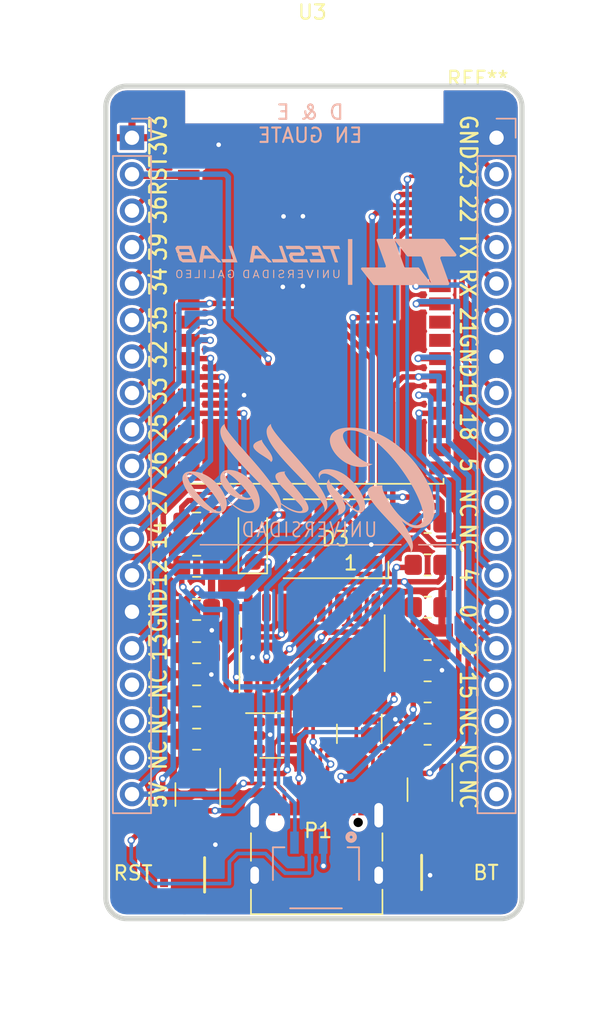
<source format=kicad_pcb>
(kicad_pcb (version 20221018) (generator pcbnew)
  (layers (0 "F.Cu" signal) (31 "B.Cu" signal) (34 "B.Paste" user) (35 "F.Paste" user) (36 "B.SilkS" user "B.Silkscreen") (37 "F.SilkS" user "F.Silkscreen") (38 "B.Mask" user) (39 "F.Mask" user) (44 "Edge.Cuts" user))
  (net 0 "")
  (net 1 "GNDREF")
  (net 2 "VBUS")
  (net 3 "Net-(P1-VCONN)")
  (net 5 "/D-")
  (net 6 "/D+")
  (net 7 "Net-(P1-CC)")
  (net 9 "+3V3")
  (net 10 "/SDA")
  (net 11 "/SCL")
  (net 12 "/RESET")
  (net 13 "/GPIO36")
  (net 14 "/GPIO39")
  (net 15 "/GPIO34")
  (net 16 "/GPIO35")
  (net 17 "/GPIO32")
  (net 18 "/GPIO33")
  (net 19 "/GPIO25")
  (net 20 "/GPIO26")
  (net 21 "/GPIO27")
  (net 22 "/GPIO14")
  (net 23 "/GPIO12")
  (net 24 "/GPIO13")
  (net 25 "/GPIO15")
  (net 26 "/GPIO2")
  (net 27 "/GPIO0")
  (net 28 "/GPIO4")
  (net 29 "/GPIO5")
  (net 30 "/GPIO18")
  (net 31 "/GPIO19")
  (net 32 "/RXD0")
  (net 33 "/TXD0")
  (net 34 "/GPIO23")
  (net 35 "Net-(Q1-B)")
  (net 36 "/RTS")
  (net 37 "Net-(Q2-B)")
  (net 38 "/DTR")
  (net 39 "Net-(D2-K)")
  (net 49 "/NC")
  (footprint "Resistor_SMD:R_0805_2012Metric_Pad1.20x1.40mm_HandSolder" (layer "F.Cu") (at 198.3975 92.07)
    (fp_text reference "R6" hide)
    (fp_text value "100K")
  )
  (footprint "Tesla_Lib:SW_KMR221GLFS" (layer "F.Cu") (at 181.46 101.865 90)
    (fp_text reference "RST")
    (fp_text value "KMR221GLFS")
  )
  (footprint "Capacitor_SMD:C_0805_2012Metric_Pad1.18x1.45mm_HandSolder" (layer "F.Cu") (at 182.3075 86.39)
    (fp_text reference "C4" hide)
    (fp_text value "10uF")
  )
  (footprint "Resistor_SMD:R_0805_2012Metric_Pad1.20x1.40mm_HandSolder" (layer "F.Cu") (at 198.3975 80.27)
    (fp_text reference "R2" hide)
    (fp_text value "10K")
  )
  (footprint "Package_TO_SOT_SMD:SOT-143" (layer "F.Cu") (at 193.64 92.04 -90)
    (fp_text reference "D1" hide)
    (fp_text value "PRTR5V0U2X")
  )
  (footprint "Resistor_SMD:R_0805_2012Metric_Pad1.20x1.40mm_HandSolder" (layer "F.Cu") (at 198.3975 89.12)
    (fp_text reference "R5" hide)
    (fp_text value "5.1K")
  )
  (footprint "Resistor_SMD:R_0805_2012Metric_Pad1.20x1.40mm_HandSolder" (layer "F.Cu") (at 198.3975 86.17)
    (fp_text reference "R4" hide)
    (fp_text value "5.1K")
  )
  (footprint "Capacitor_SMD:C_0805_2012Metric_Pad1.18x1.45mm_HandSolder" (layer "F.Cu") (at 182.3075 83.38)
    (fp_text reference "C3" hide)
    (fp_text value "10uF")
  )
  (footprint "Resistor_SMD:R_0805_2012Metric_Pad1.20x1.40mm_HandSolder" (layer "F.Cu") (at 198.3975 77.32)
    (fp_text reference "R1" hide)
    (fp_text value "10K")
  )
  (footprint "" (layer "F.Cu") (at 177.36 103.38)
    (fp_text reference "")
    (fp_text value "")
  )
  (footprint "Tesla_Lib:USB_C_Receptacle_XKB_U262-16XN-4BVC11" (layer "F.Cu") (at 190.67 100.815)
    (fp_text reference "P1")
    (fp_text value "USB_C_Plug")
  )
  (footprint "Package_TO_SOT_SMD:SOT-23-3" (layer "F.Cu") (at 182.3875 96.27 -90)
    (fp_text reference "Q2" hide)
    (fp_text value "MMBT2222ALT1G")
  )
  (footprint "Capacitor_SMD:C_0805_2012Metric_Pad1.18x1.45mm_HandSolder" (layer "F.Cu") (at 182.3075 92.41)
    (fp_text reference "C6" hide)
    (fp_text value "100nF")
  )
  (footprint "Capacitor_SMD:C_0805_2012Metric_Pad1.18x1.45mm_HandSolder" (layer "F.Cu") (at 182.3075 77.36)
    (fp_text reference "C1" hide)
    (fp_text value "1uF")
  )
  (footprint "Diode_SMD:D_SOD-123F" (layer "F.Cu") (at 186.2175 78.6575 90)
    (fp_text reference "D2" hide)
    (fp_text value "MBR120LSFT1G")
  )
  (footprint "Package_SO:SOIC-16_3.9x9.9mm_P1.27mm" (layer "F.Cu") (at 190.345 85.725 90)
    (fp_text reference "U2" hide)
    (fp_text value "CH340C")
  )
  (footprint "Tesla_Lib:ESP32-WROVER-E" (layer "F.Cu") (at 190.5075 58.92)
    (fp_text reference "U3")
    (fp_text value "ESP32-WROVER-E")
  )
  (footprint "Capacitor_SMD:C_0805_2012Metric_Pad1.18x1.45mm_HandSolder" (layer "F.Cu") (at 182.3075 89.4)
    (fp_text reference "C5" hide)
    (fp_text value "1uF")
  )
  (footprint "LED_SMD:LED_WS2812B_PLCC4_5.0x5.0mm_P3.2mm" (layer "F.Cu") (at 192.0175 78.45)
    (fp_text reference "D3")
    (fp_text value "WS2812B")
  )
  (footprint "Package_TO_SOT_SMD:SOT-23-3" (layer "F.Cu") (at 198.5575 95.93 -90)
    (fp_text reference "Q1" hide)
    (fp_text value "MMBT2222ALT1G")
  )
  (footprint "Tesla_Lib:SW_KMR221GLFS" (layer "F.Cu") (at 199.38 101.695 -90)
    (fp_text reference "BT")
    (fp_text value "KMR221GLFS")
  )
  (footprint "Capacitor_SMD:C_0805_2012Metric_Pad1.18x1.45mm_HandSolder" (layer "F.Cu") (at 182.3075 80.37)
    (fp_text reference "C2" hide)
    (fp_text value "10uF")
  )
  (footprint "Fiducial:Fiducial_1mm_Mask2mm" (layer "F.Cu") (at 201.89 48.4)
    (fp_text reference "REF**")
    (fp_text value "Fiducial_1mm_Mask2mm")
  )
  (footprint "Package_TO_SOT_SMD:SOT-23-5" (layer "F.Cu") (at 187.54 92.16)
    (fp_text reference "U1" hide)
    (fp_text value "AP2112K-3.3TRG1")
  )
  (footprint "Resistor_SMD:R_0805_2012Metric_Pad1.20x1.40mm_HandSolder" (layer "F.Cu") (at 198.3975 83.22)
    (fp_text reference "R3" hide)
    (fp_text value "10K")
  )
  (footprint "Connector_PinHeader_2.54mm:PinHeader_1x19_P2.54mm_Vertical" (layer "B.Cu") (at 203.2 50.52 180)
    (fp_text reference "J3" hide)
    (fp_text value "Conn_01x19_Pin")
  )
  (footprint "Tesla_Lib:JST_SM04B-SRSS-TB(LF)(SN)" (layer "B.Cu") (at 190.62 99.62 180)
    (fp_text reference "J1" hide)
    (fp_text value "SM04B-SRSS-TB(LF)(SN)")
  )
  (footprint "Connector_PinHeader_2.54mm:PinHeader_1x19_P2.54mm_Vertical" (layer "B.Cu") (at 177.8 50.52 180)
    (fp_text reference "J2" hide)
    (fp_text value "Conn_01x19_Pin")
  )
  (gr_poly (pts (xy 184.675456 59.716354) (xy 184.655407 59.718436) (xy 184.645721 59.720002) (xy 184.636266 59.72192) (xy 184.627047 59.724192) (xy 184.618068 59.72682) (xy 184.609334 59.729804) (xy 184.600848 59.733146) (xy 184.592615 59.736848) (xy 184.584639 59.740911) (xy 184.576925 59.745337) (xy 184.569478 59.750127) (xy 184.5623 59.755283) (xy 184.555398 59.760807) (xy 184.548775 59.766699) (xy 184.542435 59.772961) (xy 184.536383 59.779596) (xy 184.530623 59.786603) (xy 184.52516 59.793986) (xy 184.519997 59.801745) (xy 184.51514 59.809882) (xy 184.510592 59.818398) (xy 184.506358 59.827295) (xy 184.502443 59.836575) (xy 184.49885 59.846238) (xy 184.495584 59.856287) (xy 184.492649 59.866723) (xy 184.49005 59.877547) (xy 184.487791 59.888762) (xy 184.485876 59.900367) (xy 184.557075 59.900367) (xy 184.56088 59.884962) (xy 184.563025 59.877696) (xy 184.565332 59.870719) (xy 184.567801 59.864025) (xy 184.570431 59.857614) (xy 184.573225 59.851481) (xy 184.576181 59.845624) (xy 184.579299 59.840041) (xy 184.582581 59.834727) (xy 184.586025 59.829681) (xy 184.589633 59.8249) (xy 184.593405 59.820379) (xy 184.59734 59.816118) (xy 184.601439 59.812112) (xy 184.605702 59.808359) (xy 184.610129 59.804856) (xy 184.614721 59.801599) (xy 184.619478 59.798587) (xy 184.624399 59.795816) (xy 184.629485 59.793284) (xy 184.634737 59.790987) (xy 184.640153 59.788922) (xy 184.645736 59.787087) (xy 184.651484 59.785479) (xy 184.657398 59.784095) (xy 184.663478 59.782931) (xy 184.669725 59.781986) (xy 184.682718 59.780737) (xy 184.696378 59.780326) (xy 184.704707 59.780487) (xy 184.712794 59.780975) (xy 184.720638 59.781795) (xy 184.728237 59.782952) (xy 184.735591 59.784454) (xy 184.742698 59.786305) (xy 184.749555 59.788512) (xy 184.756162 59.79108) (xy 184.762517 59.794016) (xy 184.768619 59.797325) (xy 184.774466 59.801013) (xy 184.780056 59.805085) (xy 184.785389 59.809549) (xy 184.790462 59.814409) (xy 184.795273 59.819671) (xy 184.799823 59.825342) (xy 184.804108 59.831427) (xy 184.808128 59.837932) (xy 184.811881 59.844863) (xy 184.815365 59.852226) (xy 184.818579 59.860026) (xy 184.821522 59.868269) (xy 184.824192 59.876962) (xy 184.826587 59.88611) (xy 184.828705 59.895719) (xy 184.830547 59.905795) (xy 184.832109 59.916344) (xy 184.83339 59.927371) (xy 184.83439 59.938883) (xy 184.835105 59.950885) (xy 184.835536 59.963383) (xy 184.83568 59.976384) (xy 184.83568 60.039328) (xy 184.835105 60.064882) (xy 184.83339 60.088438) (xy 184.830547 60.110043) (xy 184.826587 60.129745) (xy 184.821522 60.147594) (xy 184.818579 60.155838) (xy 184.815365 60.163636) (xy 184.811881 60.170995) (xy 184.808128 60.177921) (xy 184.804108 60.18442) (xy 184.799823 60.190497) (xy 184.795273 60.196159) (xy 184.790462 60.201412) (xy 184.785389 60.206262) (xy 184.780056 60.210715) (xy 184.774466 60.214777) (xy 184.768619 60.218455) (xy 184.762517 60.221753) (xy 184.756162 60.224678) (xy 184.749555 60.227237) (xy 184.742698 60.229434) (xy 184.735591 60.231277) (xy 184.728237 60.232772) (xy 184.712794 60.234739) (xy 184.696378 60.235384) (xy 184.68876 60.235247) (xy 184.681323 60.234833) (xy 184.674067 60.234139) (xy 184.666997 60.233158) (xy 184.660114 60.231886) (xy 184.653422 60.230319) (xy 184.646922 60.228452) (xy 184.640618 60.22628) (xy 184.634512 60.223799) (xy 184.628607 60.221003) (xy 184.622905 60.217889) (xy 184.617408 60.214452) (xy 184.61212 60.210687) (xy 184.607043 60.206589) (xy 184.602179 60.202154) (xy 184.597532 60.197376) (xy 184.593103 60.192253) (xy 184.588895 60.186777) (xy 184.584911 60.180946) (xy 184.581154 60.174754) (xy 184.577626 60.168197) (xy 184.574329 60.16127) (xy 184.571266 60.153969) (xy 184.568441 60.146288) (xy 184.565854 60.138223) (xy 184.563509 60.12977) (xy 184.561409 60.120923) (xy 184.559556 60.111678) (xy 184.557953 60.102031) (xy 184.556602 60.091977) (xy 184.555506 60.08151) (xy 184.554667 60.070627) (xy 184.69397 60.070627) (xy 184.69397 60.005964) (xy 184.48106 60.005964) (xy 184.480973 60.006049) (xy 184.480887 60.006135) (xy 184.480715 60.006307) (xy 184.480715 60.039327) (xy 184.481708 60.072693) (xy 184.482939 60.088436) (xy 184.484649 60.10356) (xy 184.48683 60.118071) (xy 184.489476 60.131975) (xy 184.492578 60.145278) (xy 184.496128 60.157986) (xy 184.500121 60.170106) (xy 184.504547 60.181642) (xy 184.509399 60.192601) (xy 184.51467 60.202989) (xy 184.520352 60.212812) (xy 184.526438 60.222076) (xy 184.53292 60.230787) (xy 184.53979 60.238951) (xy 184.547041 60.246574) (xy 184.554665 60.253661) (xy 184.562656 60.260219) (xy 184.571004 60.266255) (xy 184.579703 60.271773) (xy 184.588746 60.276779) (xy 184.598124 60.281281) (xy 184.60783 60.285283) (xy 184.617856 60.288792) (xy 184.628195 60.291814) (xy 184.63884 60.294354) (xy 184.649782 60.29642) (xy 184.67253 60.299148) (xy 184.696378 60.300047) (xy 184.708426 60.299823) (xy 184.720188 60.299148) (xy 184.731656 60.298015) (xy 184.742826 60.29642) (xy 184.75369 60.294354) (xy 184.764243 60.291814) (xy 184.774478 60.288792) (xy 184.784388 60.285283) (xy 184.793968 60.281281) (xy 184.803211 60.276779) (xy 184.812111 60.271773) (xy 184.820662 60.266255) (xy 184.828857 60.260219) (xy 184.83669 60.253661) (xy 184.844154 60.246574) (xy 184.851244 60.238951) (xy 184.857953 60.230787) (xy 184.864275 60.222076) (xy 184.870204 60.212812) (xy 184.875732 60.202989) (xy 184.880855 60.192601) (xy 184.885565 60.181642) (xy 184.889856 60.170106) (xy 184.893722 60.157986) (xy 184.897158 60.145278) (xy 184.900155 60.131975) (xy 184.902709 60.118071) (xy 184.904812 60.10356) (xy 184.906459 60.088436) (xy 184.907643 60.072693) (xy 184.908359 60.056325) (xy 184.908598 60.039327) (xy 184.908598 59.976383) (xy 184.907643 59.943016) (xy 184.904812 59.912149) (xy 184.902709 59.897638) (xy 184.900155 59.883734) (xy 184.897157 59.87043) (xy 184.893722 59.857722) (xy 184.889856 59.845603) (xy 184.885564 59.834067) (xy 184.880854 59.823108) (xy 184.875732 59.81272) (xy 184.870203 59.802896) (xy 184.864275 59.793632) (xy 184.857953 59.784922) (xy 184.851244 59.776758) (xy 184.844154 59.769135) (xy 184.836689 59.762048) (xy 184.828856 59.755489) (xy 184.820661 59.749454) (xy 184.81211 59.743936) (xy 184.80321 59.73893) (xy 184.793967 59.734428) (xy 184.784387 59.730426) (xy 184.774477 59.726917) (xy 184.764242 59.723895) (xy 184.75369 59.721355) (xy 184.742825 59.71929) (xy 184.720187 59.716561) (xy 184.696378 59.715663)) (fill solid) (layer "B.SilkS"))
  (gr_poly (pts (xy 181.561884 59.787206) (xy 181.841865 59.787206) (xy 181.841865 59.966064) (xy 181.587336 59.966064) (xy 181.587336 60.030728) (xy 181.841865 60.030728) (xy 181.841865 60.229536) (xy 181.561884 60.229536) (xy 181.561884 60.294201) (xy 181.914784 60.294201) (xy 181.914784 59.723229) (xy 181.561884 59.723229)) (fill solid) (layer "B.SilkS"))
  (gr_poly (pts (xy 188.35506 58.973744) (xy 187.534378 58.973744) (xy 187.614863 59.205916) (xy 188.667719 59.205916) (xy 188.266319 58.047465) (xy 188.034148 58.047465)) (fill solid) (layer "B.SilkS"))
  (gr_poly (pts (xy 191.145251 58.279635) (xy 191.611314 58.279635) (xy 191.932226 59.205915) (xy 192.164398 59.205915) (xy 191.843485 58.279635) (xy 192.307485 58.279635) (xy 192.226999 58.047464) (xy 191.064765 58.047464)) (fill solid) (layer "B.SilkS"))
  (gr_poly (pts (xy 192.58249 78.329969) (xy 192.698907 78.329969) (xy 192.698907 77.243855) (xy 192.58249 77.243855)) (fill solid) (layer "B.SilkS"))
  (gr_poly (pts (xy 191.93823 77.987334) (xy 191.935584 77.987334) (xy 191.907802 78.152698) (xy 191.905158 78.152698) (xy 191.87473 77.983365) (xy 191.673647 77.243855) (xy 191.554584 77.243855) (xy 191.88399 78.347167) (xy 191.946168 78.347167) (xy 192.279543 77.243855) (xy 192.151219 77.243855)) (fill solid) (layer "B.SilkS"))
  (gr_poly (pts (xy 187.110954 59.722751) (xy 187.099193 59.723385) (xy 187.087724 59.724453) (xy 187.076554 59.725961) (xy 187.06569 59.727917) (xy 187.055137 59.730329) (xy 187.044902 59.733205) (xy 187.034992 59.736552) (xy 187.025412 59.740378) (xy 187.016169 59.744691) (xy 187.007268 59.749499) (xy 186.998718 59.754809) (xy 186.990523 59.76063) (xy 186.98269 59.766968) (xy 186.975225 59.773832) (xy 186.968135 59.781229) (xy 186.961426 59.789167) (xy 186.955104 59.797654) (xy 186.949176 59.806698) (xy 186.943647 59.816307) (xy 186.938524 59.826487) (xy 186.933814 59.837247) (xy 186.929523 59.848595) (xy 186.925656 59.860538) (xy 186.922221 59.873084) (xy 186.919223 59.886241) (xy 186.91667 59.900017) (xy 186.914566 59.914419) (xy 186.912919 59.929455) (xy 186.911735 59.945133) (xy 186.91102 59.961461) (xy 186.91078 59.978446) (xy 186.91078 60.037951) (xy 186.911735 60.071263) (xy 186.912919 60.086941) (xy 186.914566 60.101978) (xy 186.91667 60.11638) (xy 186.919223 60.130155) (xy 186.922221 60.143313) (xy 186.925656 60.155859) (xy 186.929523 60.167802) (xy 186.933814 60.17915) (xy 186.938524 60.18991) (xy 186.943647 60.200091) (xy 186.949176 60.209699) (xy 186.955104 60.218743) (xy 186.961426 60.22723) (xy 186.968135 60.235168) (xy 186.975225 60.242566) (xy 186.98269 60.24943) (xy 186.990523 60.255768) (xy 186.998718 60.261588) (xy 187.007268 60.266898) (xy 187.016169 60.271706) (xy 187.025412 60.276019) (xy 187.034992 60.279846) (xy 187.044902 60.283193) (xy 187.055137 60.286068) (xy 187.076554 60.290437) (xy 187.099193 60.293012) (xy 187.123002 60.293857) (xy 187.309772 60.293857) (xy 187.309772 59.786861) (xy 187.237194 59.786861) (xy 187.237194 60.228848) (xy 187.123345 60.228848) (xy 187.115017 60.228701) (xy 187.10693 60.228257) (xy 187.099086 60.227507) (xy 187.091486 60.226443) (xy 187.084132 60.225057) (xy 187.077026 60.223343) (xy 187.070168 60.221291) (xy 187.063561 60.218894) (xy 187.057206 60.216145) (xy 187.051104 60.213035) (xy 187.045257 60.209557) (xy 187.039667 60.205703) (xy 187.034334 60.201465) (xy 187.029261 60.196835) (xy 187.024449 60.191805) (xy 187.0199 60.186369) (xy 187.015614 60.180517) (xy 187.011594 60.174242) (xy 187.007841 60.167536) (xy 187.004357 60.160392) (xy 187.001143 60.152801) (xy 186.9982 60.144756) (xy 186.99553 60.136249) (xy 186.993135 60.127272) (xy 186.991016 60.117818) (xy 186.989175 60.107878) (xy 186.987613 60.097445) (xy 186.986331 60.08651) (xy 186.985332 60.075067) (xy 186.984616 60.063108) (xy 186.984186 60.050623) (xy 186.984042 60.037607) (xy 186.984042 59.978101) (xy 186.984616 59.952601) (xy 186.986331 59.929198) (xy 186.989175 59.90783) (xy 186.993135 59.888436) (xy 186.99553 59.879459) (xy 186.9982 59.870952) (xy 187.001143 59.862907) (xy 187.004357 59.855317) (xy 187.007841 59.848172) (xy 187.011594 59.841467) (xy 187.015614 59.835192) (xy 187.0199 59.82934) (xy 187.024449 59.823903) (xy 187.029261 59.818874) (xy 187.034334 59.814244) (xy 187.039667 59.810006) (xy 187.045257 59.806152) (xy 187.051104 59.802674) (xy 187.057206 59.799564) (xy 187.063561 59.796815) (xy 187.070168 59.794418) (xy 187.077026 59.792366) (xy 187.091486 59.789266) (xy 187.10693 59.787452) (xy 187.123345 59.786861) (xy 187.237194 59.786861) (xy 187.309772 59.786861) (xy 187.309772 59.722541) (xy 187.123002 59.722541)) (fill solid) (layer "B.SilkS"))
  (gr_poly (pts (xy 188.581041 58.279635) (xy 189.466389 58.279635) (xy 189.530709 58.324349) (xy 189.579895 58.466748) (xy 189.551347 58.513527) (xy 188.8538 58.509744) (xy 188.722064 58.687226) (xy 188.846232 59.045975) (xy 189.090786 59.205915) (xy 190.067627 59.205915) (xy 189.987142 58.973743) (xy 189.095945 58.973743) (xy 189.040912 58.93866) (xy 188.988974 58.78835) (xy 189.024057 58.743636) (xy 189.726764 58.745699) (xy 189.844741 58.56237) (xy 189.72642 58.221163) (xy 189.47533 58.047465) (xy 189.475677 58.047464) (xy 188.500555 58.047464)) (fill solid) (layer "B.SilkS"))
  (gr_poly (pts (xy 190.178482 77.232193) (xy 190.163785 77.232919) (xy 190.149212 77.234111) (xy 190.134764 77.235751) (xy 190.120439 77.237826) (xy 190.106238 77.240319) (xy 190.092162 77.243216) (xy 190.078209 77.2465) (xy 190.071558 77.248329) (xy 190.065 77.250342) (xy 190.058536 77.252537) (xy 190.052164 77.254913) (xy 190.045885 77.257467) (xy 190.0397 77.260197) (xy 190.033607 77.263102) (xy 190.027607 77.266179) (xy 190.021701 77.269426) (xy 190.015887 77.272842) (xy 190.010166 77.276425) (xy 190.004539 77.280173) (xy 189.999004 77.284083) (xy 189.993563 77.288154) (xy 189.988214 77.292384) (xy 189.982958 77.296771) (xy 189.978045 77.301313) (xy 189.973228 77.306011) (xy 189.968512 77.310863) (xy 189.9639 77.315871) (xy 189.959397 77.321033) (xy 189.955007 77.326351) (xy 189.950733 77.331823) (xy 189.946578 77.337451) (xy 189.942548 77.343233) (xy 189.938646 77.349171) (xy 189.934876 77.355264) (xy 189.931241 77.361511) (xy 189.927746 77.367914) (xy 189.924394 77.374472) (xy 189.92119 77.381185) (xy 189.918136 77.388052) (xy 189.915253 77.395339) (xy 189.912555 77.402816) (xy 189.910043 77.410487) (xy 189.907718 77.418355) (xy 189.905578 77.426425) (xy 189.903625 77.4347) (xy 189.901858 77.443185) (xy 189.900276 77.451883) (xy 189.898881 77.460798) (xy 189.897672 77.469933) (xy 189.896648 77.479294) (xy 189.895811 77.488883) (xy 189.89516 77.498705) (xy 189.894695 77.508763) (xy 189.894416 77.519062) (xy 189.894323 77.529604) (xy 189.894525 77.545526) (xy 189.895132 77.561044) (xy 189.896146 77.57616) (xy 189.897568 77.590872) (xy 189.899402 77.605181) (xy 189.901648 77.619087) (xy 189.904309 77.63259) (xy 189.907387 77.64569) (xy 189.910883 77.658387) (xy 189.9148 77.670681) (xy 189.919139 77.682572) (xy 189.923903 77.694059) (xy 189.929093 77.705144) (xy 189.934711 77.715825) (xy 189.94076 77.726104) (xy 189.947241 77.735979) (xy 189.954077 77.745452) (xy 189.96119 77.754524) (xy 189.968579 77.763196) (xy 189.976241 77.771471) (xy 189.984174 77.77935) (xy 189.992377 77.786837) (xy 190.000847 77.793932) (xy 190.009583 77.800637) (xy 190.018582 77.806955) (xy 190.027842 77.812887) (xy 190.037363 77.818435) (xy 190.047141 77.823602) (xy 190.057175 77.828389) (xy 190.067463 77.832798) (xy 190.078003 77.836831) (xy 190.088792 77.84049) (xy 190.029261 77.897375) (xy 189.814949 78.329969) (xy 189.949886 78.329969) (xy 190.182719 77.856365) (xy 190.299136 77.832552) (xy 190.299136 78.328646) (xy 190.415552 78.328646) (xy 190.415552 77.755823) (xy 190.301782 77.755823) (xy 190.209179 77.755823) (xy 190.198171 77.755607) (xy 190.187472 77.754958) (xy 190.177079 77.753879) (xy 190.16699 77.752371) (xy 190.157203 77.750438) (xy 190.147717 77.74808) (xy 190.138529 77.745299) (xy 190.129638 77.742098) (xy 190.121041 77.738479) (xy 190.112737 77.734442) (xy 190.104724 77.729991) (xy 190.096999 77.725128) (xy 190.089561 77.719853) (xy 190.082408 77.71417) (xy 190.075538 77.708079) (xy 190.068949 77.701584) (xy 190.062702 77.694654) (xy 190.056857 77.687262) (xy 190.051415 77.679408) (xy 190.046377 77.671095) (xy 190.041742 77.662324) (xy 190.037509 77.653098) (xy 190.03368 77.643419) (xy 190.030254 77.633288) (xy 190.027231 77.622708) (xy 190.024611 77.61168) (xy 190.022394 77.600206) (xy 190.02058 77.588288) (xy 190.019169 77.575929) (xy 190.018162 77.56313) (xy 190.017557 77.549892) (xy 190.017356 77.536219) (xy 190.017526 77.525662) (xy 190.018035 77.515324) (xy 190.018882 77.505206) (xy 190.020063 77.495312) (xy 190.021579 77.485642) (xy 190.023425 77.4762) (xy 190.025601 77.466985) (xy 190.028104 77.458002) (xy 190.030933 77.449251) (xy 190.034086 77.440734) (xy 190.03756 77.432454) (xy 190.041354 77.424412) (xy 190.045466 77.41661) (xy 190.049894 77.409051) (xy 190.054636 77.401736) (xy 190.059689 77.394667) (xy 190.065287 77.387939) (xy 190.071169 77.381645) (xy 190.077342 77.375785) (xy 190.083812 77.370359) (xy 190.090584 77.365367) (xy 190.097664 77.360809) (xy 190.105057 77.356685) (xy 190.112771 77.352996) (xy 190.12081 77.34974) (xy 190.129181 77.346918) (xy 190.137889 77.344531) (xy 190.146939 77.342578) (xy 190.156339 77.341058) (xy 190.166093 77.339973) (xy 190.176208 77.339322) (xy 190.186689 77.339105) (xy 190.202585 77.339146) (xy 190.210571 77.339245) (xy 190.218604 77.339436) (xy 190.2267 77.339751) (xy 190.234872 77.340221) (xy 190.243137 77.340878) (xy 190.251511 77.341751) (xy 190.259694 77.342306) (xy 190.267366 77.34297) (xy 190.27451 77.343727) (xy 190.281112 77.344562) (xy 190.287155 77.345458) (xy 190.292625 77.346401) (xy 190.297506 77.347376) (xy 190.301782 77.348365) (xy 190.301782 77.755823) (xy 190.415552 77.755823) (xy 190.415552 77.253847) (xy 190.405173 77.251528) (xy 190.391884 77.248774) (xy 190.378317 77.246206) (xy 190.364455 77.243854) (xy 190.350282 77.241751) (xy 190.335785 77.239927) (xy 190.320946 77.238413) (xy 190.305751 77.23724) (xy 190.290555 77.235873) (xy 190.275716 77.234739) (xy 190.261219 77.233821) (xy 190.247047 77.233105) (xy 190.233184 77.232576) (xy 190.219617 77.232217) (xy 190.193303 77.231948)) (fill solid) (layer "B.SilkS"))
  (gr_poly (pts (xy 189.346692 59.787206) (xy 189.626674 59.787206) (xy 189.626674 59.966064) (xy 189.372146 59.966064) (xy 189.372146 60.030728) (xy 189.626674 60.030728) (xy 189.626674 60.229536) (xy 189.346692 60.229536) (xy 189.346692 60.294201) (xy 189.699594 60.294201) (xy 189.699594 59.723229) (xy 189.346692 59.723229)) (fill solid) (layer "B.SilkS"))
  (gr_poly (pts (xy 181.086525 59.715887) (xy 181.074763 59.716562) (xy 181.063294 59.717695) (xy 181.052125 59.71929) (xy 181.04126 59.721356) (xy 181.030708 59.723896) (xy 181.020473 59.726918) (xy 181.010562 59.730427) (xy 181.000982 59.734429) (xy 180.991739 59.738931) (xy 180.982839 59.743937) (xy 180.974288 59.749455) (xy 180.966093 59.75549) (xy 180.95826 59.762049) (xy 180.950796 59.769136) (xy 180.943705 59.776759) (xy 180.936996 59.784923) (xy 180.930674 59.793633) (xy 180.924746 59.802897) (xy 180.919217 59.812721) (xy 180.914095 59.823109) (xy 180.909385 59.834068) (xy 180.905093 59.845604) (xy 180.901227 59.857723) (xy 180.897791 59.870431) (xy 180.894794 59.883735) (xy 180.89224 59.897639) (xy 180.890137 59.91215) (xy 180.88849 59.927274) (xy 180.887305 59.943017) (xy 180.88659 59.959385) (xy 180.88635 59.976384) (xy 180.88635 60.039328) (xy 180.887305 60.072694) (xy 180.890137 60.103561) (xy 180.89224 60.118072) (xy 180.894794 60.131976) (xy 180.897791 60.145279) (xy 180.901227 60.157987) (xy 180.905093 60.170107) (xy 180.909385 60.181643) (xy 180.914095 60.192602) (xy 180.919217 60.20299) (xy 180.924746 60.212813) (xy 180.930674 60.222077) (xy 180.936996 60.230788) (xy 180.943705 60.238952) (xy 180.950796 60.246575) (xy 180.95826 60.253662) (xy 180.966093 60.26022) (xy 180.974288 60.266256) (xy 180.982839 60.271774) (xy 180.991739 60.27678) (xy 181.000982 60.281282) (xy 181.010562 60.285284) (xy 181.020473 60.288793) (xy 181.030708 60.291815) (xy 181.04126 60.294355) (xy 181.052125 60.296421) (xy 181.074763 60.299149) (xy 181.098572 60.300048) (xy 181.11062 60.299824) (xy 181.122382 60.299149) (xy 181.133851 60.298016) (xy 181.145021 60.296421) (xy 181.155885 60.294355) (xy 181.166438 60.291815) (xy 181.176673 60.288793) (xy 181.186583 60.285284) (xy 181.196163 60.281282) (xy 181.205407 60.27678) (xy 181.214307 60.271774) (xy 181.222858 60.266256) (xy 181.231052 60.26022) (xy 181.238885 60.253662) (xy 181.24635 60.246575) (xy 181.25344 60.238952) (xy 181.260149 60.230788) (xy 181.266471 60.222077) (xy 181.272399 60.212813) (xy 181.277928 60.20299) (xy 181.283051 60.192602) (xy 181.287761 60.181643) (xy 181.292052 60.170107) (xy 181.295918 60.157987) (xy 181.299354 60.145279) (xy 181.302351 60.131976) (xy 181.304905 60.118072) (xy 181.307008 60.103561) (xy 181.308655 60.088437) (xy 181.309839 60.072694) (xy 181.310555 60.056326) (xy 181.310794 60.039328) (xy 181.237876 60.039328) (xy 181.237301 60.064882) (xy 181.235586 60.088438) (xy 181.232742 60.110043) (xy 181.228782 60.129745) (xy 181.223718 60.147594) (xy 181.220775 60.155838) (xy 181.217561 60.163636) (xy 181.214076 60.170995) (xy 181.210323 60.177921) (xy 181.206303 60.18442) (xy 181.202018 60.190497) (xy 181.197468 60.196159) (xy 181.192656 60.201412) (xy 181.187583 60.206262) (xy 181.182251 60.210715) (xy 181.176661 60.214777) (xy 181.170814 60.218455) (xy 181.164712 60.221753) (xy 181.158357 60.224678) (xy 181.151749 60.227237) (xy 181.144892 60.229434) (xy 181.137785 60.231277) (xy 181.130431 60.232772) (xy 181.114988 60.234739) (xy 181.098572 60.235384) (xy 181.090244 60.235223) (xy 181.082157 60.234735) (xy 181.074313 60.233915) (xy 181.066713 60.232758) (xy 181.059359 60.231256) (xy 181.052253 60.229405) (xy 181.045395 60.227198) (xy 181.038788 60.22463) (xy 181.032433 60.221694) (xy 181.026331 60.218385) (xy 181.020484 60.214698) (xy 181.014894 60.210625) (xy 181.009561 60.206162) (xy 181.004488 60.201302) (xy 180.999676 60.196039) (xy 180.995127 60.190368) (xy 180.990841 60.184283) (xy 180.986822 60.177779) (xy 180.983069 60.170848) (xy 180.979584 60.163485) (xy 180.97637 60.155685) (xy 180.973427 60.147442) (xy 180.970758 60.138749) (xy 180.968363 60.129601) (xy 180.966244 60.119992) (xy 180.964402 60.109916) (xy 180.96284 60.099367) (xy 180.961559 60.08834) (xy 180.960559 60.076828) (xy 180.959844 60.064826) (xy 180.959413 60.052328) (xy 180.959269 60.039328) (xy 180.959269 59.976384) (xy 180.959844 59.950829) (xy 180.961559 59.927273) (xy 180.964402 59.905668) (xy 180.968363 59.885966) (xy 180.973427 59.868117) (xy 180.97637 59.859873) (xy 180.979584 59.852075) (xy 180.983069 59.844716) (xy 180.986822 59.83779) (xy 180.990841 59.831291) (xy 180.995127 59.825214) (xy 180.999676 59.819551) (xy 181.004488 59.814298) (xy 181.009561 59.809448) (xy 181.014894 59.804995) (xy 181.020484 59.800933) (xy 181.026331 59.797256) (xy 181.032433 59.793958) (xy 181.038788 59.791032) (xy 181.045395 59.788474) (xy 181.052253 59.786276) (xy 181.059359 59.784433) (xy 181.066713 59.782938) (xy 181.082157 59.780971) (xy 181.098572 59.780326) (xy 181.106901 59.780487) (xy 181.114988 59.780975) (xy 181.122832 59.781795) (xy 181.130431 59.782952) (xy 181.137785 59.784454) (xy 181.144892 59.786305) (xy 181.151749 59.788512) (xy 181.158357 59.79108) (xy 181.164712 59.794016) (xy 181.170814 59.797325) (xy 181.176661 59.801013) (xy 181.182251 59.805085) (xy 181.187583 59.809549) (xy 181.192656 59.814409) (xy 181.197468 59.819671) (xy 181.202018 59.825342) (xy 181.206303 59.831427) (xy 181.210323 59.837932) (xy 181.214076 59.844863) (xy 181.217561 59.852226) (xy 181.220775 59.860026) (xy 181.223718 59.868269) (xy 181.226387 59.876962) (xy 181.228782 59.88611) (xy 181.230901 59.895719) (xy 181.232742 59.905795) (xy 181.234305 59.916344) (xy 181.235586 59.927371) (xy 181.236586 59.938883) (xy 181.237301 59.950885) (xy 181.237732 59.963383) (xy 181.237876 59.976384) (xy 181.237876 60.039328) (xy 181.310794 60.039328) (xy 181.310794 59.976384) (xy 181.309839 59.943017) (xy 181.307008 59.91215) (xy 181.304905 59.897639) (xy 181.302351 59.883735) (xy 181.299353 59.870431) (xy 181.295918 59.857723) (xy 181.292052 59.845604) (xy 181.28776 59.834068) (xy 181.28305 59.823109) (xy 181.277928 59.812721) (xy 181.272399 59.802897) (xy 181.26647 59.793633) (xy 181.260149 59.784923) (xy 181.253439 59.776759) (xy 181.246349 59.769136) (xy 181.238885 59.762049) (xy 181.231052 59.75549) (xy 181.222857 59.749455) (xy 181.214306 59.743937) (xy 181.205406 59.738931) (xy 181.196163 59.734429) (xy 181.186583 59.730427) (xy 181.176672 59.726918) (xy 181.166437 59.723896) (xy 181.155884 59.721356) (xy 181.14502 59.71929) (xy 181.122382 59.716562) (xy 181.098572 59.715664)) (fill solid) (layer "B.SilkS"))
  (gr_poly (pts (xy 185.947279 77.233426) (xy 185.933517 77.233889) (xy 185.920011 77.234658) (xy 185.906764 77.235731) (xy 185.893781 77.237107) (xy 185.881065 77.238783) (xy 185.868621 77.240757) (xy 185.856452 77.243028) (xy 185.844562 77.245594) (xy 185.832955 77.248452) (xy 185.821634 77.2516) (xy 185.810605 77.255038) (xy 185.79987 77.258762) (xy 185.789433 77.262771) (xy 185.779299 77.267063) (xy 185.769471 77.271636) (xy 185.759673 77.276721) (xy 185.75012 77.282054) (xy 185.740812 77.287635) (xy 185.731747 77.293464) (xy 185.722921 77.299542) (xy 185.714334 77.305867) (xy 185.705984 77.31244) (xy 185.697868 77.319261) (xy 185.689984 77.326331) (xy 185.682331 77.333648) (xy 185.674907 77.341213) (xy 185.667709 77.349027) (xy 185.660736 77.357088) (xy 185.653986 77.365398) (xy 185.647457 77.373956) (xy 185.641147 77.382761) (xy 185.635055 77.391815) (xy 185.629179 77.401114) (xy 185.623521 77.410658) (xy 185.618079 77.420444) (xy 185.612855 77.43047) (xy 185.607847 77.440735) (xy 185.603057 77.451235) (xy 185.598483 77.461971) (xy 185.594127 77.472939) (xy 185.589988 77.484138) (xy 185.586065 77.495565) (xy 185.58236 77.507219) (xy 185.578872 77.519098) (xy 185.575601 77.531199) (xy 185.572547 77.543522) (xy 185.569709 77.556064) (xy 185.564622 77.581734) (xy 185.560263 77.608133) (xy 185.556617 77.635245) (xy 185.553669 77.663054) (xy 185.551403 77.691546) (xy 185.549804 77.720705) (xy 185.548855 77.750514) (xy 185.548543 77.780959) (xy 185.548855 77.808617) (xy 185.549804 77.836026) (xy 185.551403 77.863187) (xy 185.553669 77.8901) (xy 185.556617 77.916765) (xy 185.560263 77.943182) (xy 185.564622 77.969351) (xy 185.569709 77.995272) (xy 185.575544 78.020637) (xy 185.582153 78.04515) (xy 185.585758 78.057091) (xy 185.589569 78.068826) (xy 185.593589 78.080354) (xy 185.597822 78.09168) (xy 185.602272 78.102803) (xy 185.606942 78.113727) (xy 185.611838 78.124454) (xy 185.616963 78.134984) (xy 185.62232 78.145321) (xy 185.627913 78.155466) (xy 185.633747 78.165421) (xy 185.639825 78.175188) (xy 185.64615 78.184739) (xy 185.652723 78.194043) (xy 185.659544 78.203102) (xy 185.666613 78.21192) (xy 185.673931 78.220497) (xy 185.681496 78.228836) (xy 185.68931 78.236939) (xy 185.697371 78.244807) (xy 185.705681 78.252443) (xy 185.714238 78.259848) (xy 185.723044 78.267024) (xy 185.732098 78.273973) (xy 185.741399 78.280698) (xy 185.750949 78.2872) (xy 185.760747 78.293481) (xy 185.770793 78.299543) (xy 185.781118 78.305077) (xy 185.791755 78.310268) (xy 185.802707 78.315114) (xy 185.813974 78.319614) (xy 185.825559 78.323764) (xy 185.837463 78.327564) (xy 185.849689 78.331011) (xy 185.862239 78.334104) (xy 185.875115 78.33684) (xy 185.888318 78.339217) (xy 185.90185 78.341234) (xy 185.915714 78.342889) (xy 185.929911 78.344179) (xy 185.944444 78.345103) (xy 185.959313 78.345659) (xy 185.974522 78.345845) (xy 186.026116 78.345845) (xy 186.034056 78.345785) (xy 186.042012 78.345617) (xy 186.058031 78.345018) (xy 186.074299 78.34417) (xy 186.090938 78.343199) (xy 186.123019 78.341214) (xy 186.153116 78.33923) (xy 186.159929 78.339111) (xy 186.166448 78.338775) (xy 186.172626 78.338253) (xy 186.178416 78.337576) (xy 186.183773 78.336775) (xy 186.188648 78.335881) (xy 186.192997 78.334925) (xy 186.196772 78.333938) (xy 186.196772 78.229428) (xy 186.077709 78.229428) (xy 186.070433 78.230254) (xy 186.063199 78.231102) (xy 186.05522 78.232074) (xy 186.020824 78.233396) (xy 186.011915 78.233417) (xy 186.00313 78.233562) (xy 185.998823 78.233719) (xy 185.994593 78.233954) (xy 185.990456 78.234283) (xy 185.986428 78.234719) (xy 185.962615 78.234719) (xy 185.952057 78.234579) (xy 185.941717 78.234158) (xy 185.931594 78.233455) (xy 185.921687 78.232466) (xy 185.911998 78.231191) (xy 185.902526 78.229626) (xy 185.89327 78.227771) (xy 185.884232 78.225624) (xy 185.875411 78.223182) (xy 185.866807 78.220443) (xy 185.85842 78.217406) (xy 185.85025 78.214069) (xy 185.842297 78.210429) (xy 185.834561 78.206486) (xy 185.827042 78.202236) (xy 185.81974 78.197677) (xy 185.81264 78.192871) (xy 185.805725 78.187877) (xy 185.798997 78.182693) (xy 185.792455 78.177317) (xy 185.786099 78.171747) (xy 185.779929 78.165982) (xy 185.773944 78.160019) (xy 185.768146 78.153856) (xy 185.762534 78.147492) (xy 185.757108 78.140924) (xy 185.751868 78.134151) (xy 185.746814 78.12717) (xy 185.741946 78.119981) (xy 185.737264 78.112579) (xy 185.732768 78.104965) (xy 185.728458 78.097136) (xy 185.724319 78.089136) (xy 185.720335 78.081008) (xy 185.716505 78.072748) (xy 185.712831 78.064352) (xy 185.709312 78.055817) (xy 185.705948 78.047139) (xy 185.702739 78.038313) (xy 185.699685 78.029337) (xy 185.696786 78.020205) (xy 185.694042 78.010914) (xy 185.691453 78.00146) (xy 185.689019 77.99184) (xy 185.68674 77.982049) (xy 185.684616 77.972084) (xy 185.682647 77.961941) (xy 185.680833 77.951615) (xy 185.67755 77.930653) (xy 185.674653 77.909427) (xy 185.67216 77.887922) (xy 185.670085 77.866122) (xy 185.668444 77.844012) (xy 185.667253 77.821577) (xy 185.666527 77.7988) (xy 185.666281 77.775667) (xy 185.666467 77.75533) (xy 185.667025 77.735008) (xy 185.667956 77.714717) (xy 185.669258 77.694473) (xy 185.670932 77.674291) (xy 185.672978 77.654186) (xy 185.675397 77.634174) (xy 185.678187 77.614271) (xy 185.681474 77.594735) (xy 185.68538 77.575803) (xy 185.689907 77.557461) (xy 185.695054 77.539692) (xy 185.700821 77.522481) (xy 185.707209 77.505813) (xy 185.714216 77.489671) (xy 185.721843 77.474042) (xy 185.725905 77.466445) (xy 185.730153 77.459035) (xy 185.734587 77.451811) (xy 185.739207 77.444772) (xy 185.744013 77.43792) (xy 185.749004 77.431254) (xy 185.754182 77.424774) (xy 185.759546 77.418479) (xy 185.765096 77.412371) (xy 185.770832 77.406449) (xy 185.776755 77.400713) (xy 185.782863 77.395163) (xy 185.789157 77.389799) (xy 185.795637 77.384621) (xy 185.802304 77.379629) (xy 185.809156 77.374823) (xy 185.816225 77.37025) (xy 185.82354 77.365958) (xy 185.8311 77.361949) (xy 185.838901 77.358225) (xy 185.846943 77.354787) (xy 185.855223 77.351639) (xy 185.86374 77.348781) (xy 185.872491 77.346215) (xy 185.881475 77.343944) (xy 185.890689 77.34197) (xy 185.900132 77.340294) (xy 185.909801 77.338918) (xy 185.919696 77.337845) (xy 185.929813 77.337076) (xy 185.940151 77.336613) (xy 185.950708 77.336459) (xy 185.954678 77.339105) (xy 185.987751 77.339105) (xy 185.996659 77.339126) (xy 186.005444 77.33927) (xy 186.009752 77.339428) (xy 186.013982 77.339663) (xy 186.018118 77.339991) (xy 186.022147 77.340428) (xy 186.024364 77.340457) (xy 186.02655 77.340541) (xy 186.030828 77.340841) (xy 186.034983 77.341265) (xy 186.039014 77.34175) (xy 186.042921 77.342236) (xy 186.046703 77.34266) (xy 186.050362 77.34296) (xy 186.052145 77.343044) (xy 186.053897 77.343073) (xy 186.055617 77.343103) (xy 186.057307 77.343187) (xy 186.058966 77.343317) (xy 186.060594 77.343487) (xy 186.063756 77.34391) (xy 186.066795 77.344396) (xy 186.069709 77.344882) (xy 186.0725 77.345306) (xy 186.073849 77.345475) (xy 186.075166 77.345606) (xy 186.076453 77.345689) (xy 186.077709 77.345719) (xy 186.077709 78.229428) (xy 186.196772 78.229428) (xy 186.196772 77.246501) (xy 186.195449 77.243855) (xy 186.182488 77.241891) (xy 186.169156 77.240051) (xy 186.162234 77.239217) (xy 186.155079 77.23846) (xy 186.147646 77.237796) (xy 186.139887 77.23724) (xy 186.124797 77.236269) (xy 186.10946 77.235421) (xy 186.094122 77.234822) (xy 186.086531 77.234654) (xy 186.079033 77.234594) (xy 186.063385 77.234574) (xy 186.04811 77.234429) (xy 186.033082 77.234036) (xy 186.025623 77.233708) (xy 186.018179 77.233271) (xy 185.961293 77.233271)) (fill solid) (layer "B.SilkS"))
  (gr_poly (pts (xy 194.92533 57.560246) (xy 194.919921 57.560753) (xy 194.914635 57.561583) (xy 194.909479 57.562726) (xy 194.904461 57.56417) (xy 194.899589 57.565904) (xy 194.894872 57.567916) (xy 194.890316 57.570195) (xy 194.88593 57.572729) (xy 194.881722 57.575507) (xy 194.877699 57.578518) (xy 194.87387 57.58175) (xy 194.870242 57.585192) (xy 194.866823 57.588833) (xy 194.863621 57.59266) (xy 194.860644 57.596664) (xy 194.8579 57.600831) (xy 194.855397 57.605151) (xy 194.853142 57.609613) (xy 194.851143 57.614205) (xy 194.849409 57.618915) (xy 194.847947 57.623733) (xy 194.846764 57.628647) (xy 194.84587 57.633645) (xy 194.845271 57.638716) (xy 194.844977 57.643849) (xy 194.844993 57.649032) (xy 194.845329 57.654254) (xy 194.845992 57.659503) (xy 194.84699 57.664768) (xy 194.848332 57.670038) (xy 194.850024 57.675302) (xy 195.486003 59.441872) (xy 195.487726 59.447134) (xy 195.489094 59.452402) (xy 195.490115 59.457662) (xy 195.490797 59.462905) (xy 195.491149 59.468119) (xy 195.491179 59.473293) (xy 195.490894 59.478415) (xy 195.490303 59.483475) (xy 195.489414 59.48846) (xy 195.488234 59.49336) (xy 195.486772 59.498164) (xy 195.485036 59.502859) (xy 195.483034 59.507436) (xy 195.480774 59.511882) (xy 195.478265 59.516186) (xy 195.475513 59.520337) (xy 195.472528 59.524324) (xy 195.469316 59.528136) (xy 195.465888 59.531761) (xy 195.462249 59.535187) (xy 195.458409 59.538405) (xy 195.454376 59.541401) (xy 195.450157 59.544166) (xy 195.445761 59.546688) (xy 195.441195 59.548955) (xy 195.436469 59.550956) (xy 195.431589 59.552681) (xy 195.426564 59.554117) (xy 195.421402 59.555254) (xy 195.416111 59.55608) (xy 195.410699 59.556583) (xy 195.405174 59.556754) (xy 193.841539 59.556754) (xy 193.834925 59.556991) (xy 193.828505 59.557691) (xy 193.822287 59.558832) (xy 193.816281 59.560396) (xy 193.810498 59.562363) (xy 193.804947 59.564712) (xy 193.799637 59.567424) (xy 193.794578 59.57048) (xy 193.789781 59.573859) (xy 193.785254 59.577542) (xy 193.781008 59.581508) (xy 193.777051 59.585739) (xy 193.773395 59.590214) (xy 193.770048 59.594914) (xy 193.76702 59.599818) (xy 193.764321 59.604908) (xy 193.761961 59.610163) (xy 193.759948 59.615563) (xy 193.758294 59.621089) (xy 193.757008 59.626721) (xy 193.756099 59.632439) (xy 193.755577 59.638224) (xy 193.755451 59.644055) (xy 193.755733 59.649913) (xy 193.75643 59.655778) (xy 193.757553 59.66163) (xy 193.759112 59.66745) (xy 193.761116 59.673217) (xy 193.763575 59.678913) (xy 193.766499 59.684516) (xy 193.769897 59.690008) (xy 193.77378 59.695369) (xy 194.59412 60.743755) (xy 194.598253 60.748776) (xy 194.602646 60.753517) (xy 194.607283 60.757972) (xy 194.612151 60.762135) (xy 194.617234 60.765999) (xy 194.622519 60.769559) (xy 194.627989 60.772809) (xy 194.633632 60.775743) (xy 194.639432 60.778354) (xy 194.645374 60.780636) (xy 194.651445 60.782584) (xy 194.657629 60.784191) (xy 194.663911 60.785452) (xy 194.670278 60.78636) (xy 194.676714 60.786909) (xy 194.683205 60.787093) (xy 194.68355 60.787436) (xy 198.738474 60.787436) (xy 197.803939 59.589773) (xy 197.800805 59.585944) (xy 197.797473 59.58233) (xy 197.793953 59.578934) (xy 197.790256 59.575762) (xy 197.786395 59.572817) (xy 197.782379 59.570105) (xy 197.77822 59.567629) (xy 197.773929 59.565395) (xy 197.769517 59.563406) (xy 197.764996 59.561668) (xy 197.760375 59.560185) (xy 197.755667 59.558962) (xy 197.750882 59.558002) (xy 197.746032 59.557311) (xy 197.741128 59.556893) (xy 197.73618 59.556753) (xy 196.850831 59.556753) (xy 196.844107 59.55649) (xy 196.837496 59.555711) (xy 196.831021 59.554433) (xy 196.824706 59.552674) (xy 196.818574 59.550448) (xy 196.812649 59.547774) (xy 196.806955 59.544668) (xy 196.801516 59.541146) (xy 196.796354 59.537224) (xy 196.791494 59.532921) (xy 196.78696 59.528251) (xy 196.782775 59.523233) (xy 196.778963 59.517882) (xy 196.775547 59.512215) (xy 196.772552 59.506249) (xy 196.77 59.5) (xy 196.07486 57.560075) (xy 194.930854 57.560075)) (fill solid) (layer "B.SilkS"))
  (gr_poly (pts (xy 184.236944 70.471886) (xy 184.206401 70.493836) (xy 184.177653 70.516526) (xy 184.150697 70.539954) (xy 184.125532 70.564119) (xy 184.102155 70.589019) (xy 184.080565 70.61465) (xy 184.060759 70.641013) (xy 184.042737 70.668104) (xy 184.026495 70.695922) (xy 184.012033 70.724464) (xy 183.999347 70.753729) (xy 183.988436 70.783716) (xy 183.979299 70.814421) (xy 183.971932 70.845843) (xy 183.966335 70.87798) (xy 183.962304 70.910707) (xy 183.959635 70.943901) (xy 183.958327 70.977564) (xy 183.958377 71.011698) (xy 183.959784 71.046305) (xy 183.962545 71.081386) (xy 183.966659 71.116945) (xy 183.972123 71.152982) (xy 183.978937 71.189499) (xy 183.987097 71.226499) (xy 183.996602 71.263983) (xy 184.007449 71.301954) (xy 184.019638 71.340414) (xy 184.033166 71.379363) (xy 184.048031 71.418805) (xy 184.064232 71.458741) (xy 184.100134 71.539415) (xy 184.140361 71.621687) (xy 184.184898 71.705539) (xy 184.23373 71.790958) (xy 184.28684 71.877927) (xy 184.344213 71.966431) (xy 184.405835 72.056453) (xy 184.471689 72.14798) (xy 184.540776 72.240626) (xy 184.612126 72.334015) (xy 184.68577 72.428149) (xy 184.761739 72.523027) (xy 184.840065 72.618649) (xy 184.920779 72.715015) (xy 185.00391 72.812126) (xy 185.089492 72.90998) (xy 185.265398 73.106702) (xy 185.446017 73.304044) (xy 185.631597 73.50213) (xy 185.822387 73.701084) (xy 186.576449 74.477636) (xy 186.756531 74.664953) (xy 186.929668 74.848053) (xy 187.09586 75.027184) (xy 187.255106 75.202594) (xy 187.331129 75.28848) (xy 187.403417 75.372506) (xy 187.471953 75.454672) (xy 187.536721 75.534977) (xy 187.597707 75.613422) (xy 187.654895 75.690006) (xy 187.708269 75.764731) (xy 187.757814 75.837594) (xy 187.803145 75.908789) (xy 187.843886 75.977534) (xy 187.862536 76.010998) (xy 187.880039 76.043861) (xy 187.896395 76.076127) (xy 187.911603 76.1078) (xy 187.925664 76.138884) (xy 187.938578 76.169383) (xy 187.950345 76.1993) (xy 187.960964 76.22864) (xy 187.970437 76.257406) (xy 187.978762 76.285603) (xy 187.985939 76.313234) (xy 187.99197 76.340302) (xy 187.996574 76.366673) (xy 187.999476 76.392209) (xy 188.000676 76.416911) (xy 188.000176 76.440782) (xy 187.997979 76.463824) (xy 187.994086 76.486038) (xy 187.988499 76.507426) (xy 187.981221 76.527991) (xy 187.972253 76.547735) (xy 187.961597 76.566658) (xy 187.949255 76.584764) (xy 187.935229 76.602054) (xy 187.919521 76.61853) (xy 187.902133 76.634194) (xy 187.883066 76.649048) (xy 187.880006 76.65112) (xy 187.892675 76.64402) (xy 187.922708 76.625492) (xy 187.951106 76.606184) (xy 187.977873 76.586096) (xy 188.003011 76.565225) (xy 188.026526 76.543569) (xy 188.048421 76.521126) (xy 188.068699 76.497895) (xy 188.087365 76.473873) (xy 188.104423 76.449058) (xy 188.119876 76.423449) (xy 188.133729 76.397043) (xy 188.145984 76.369839) (xy 188.156647 76.341835) (xy 188.165721 76.313028) (xy 188.17321 76.283417) (xy 188.179085 76.253124) (xy 188.183809 76.222274) (xy 188.187378 76.190865) (xy 188.189788 76.158898) (xy 188.191035 76.126372) (xy 188.191116 76.093289) (xy 188.190026 76.059648) (xy 188.187762 76.025448) (xy 188.18432 75.990691) (xy 188.179696 75.955375) (xy 188.173885 75.919501) (xy 188.166885 75.883069) (xy 188.158691 75.846079) (xy 188.149299 75.808531) (xy 188.138706 75.770425) (xy 188.126908 75.731761) (xy 188.100558 75.652941) (xy 188.070147 75.572246) (xy 188.035704 75.489659) (xy 187.997262 75.405166) (xy 187.954851 75.31875) (xy 187.908503 75.230396) (xy 187.858247 75.140089) (xy 187.804116 75.047813) (xy 187.746822 74.954235) (xy 187.687079 74.860021) (xy 187.624918 74.765156) (xy 187.560369 74.669625) (xy 187.493463 74.573411) (xy 187.424232 74.476499) (xy 187.352707 74.378875) (xy 187.278918 74.280522) (xy 187.126121 74.082084) (xy 186.967371 73.881662) (xy 186.802668 73.679256) (xy 186.632012 73.474866) (xy 186.458586 73.27095) (xy 186.285408 73.069888) (xy 186.11223 72.871554) (xy 185.938803 72.675824) (xy 185.600137 72.294162) (xy 185.277345 71.928376) (xy 185.124735 71.753772) (xy 184.98217 71.587229) (xy 184.849279 71.428872) (xy 184.72569 71.278824) (xy 184.668331 71.207076) (xy 184.614337 71.137685) (xy 184.563722 71.070651) (xy 184.516503 71.005972) (xy 184.472694 70.943651) (xy 184.432312 70.883685) (xy 184.395371 70.826076) (xy 184.361887 70.770824) (xy 184.346647 70.744221) (xy 184.332677 70.718489) (xy 184.319974 70.693628) (xy 184.308537 70.669642) (xy 184.298363 70.646531) (xy 184.28945 70.624298) (xy 184.281797 70.602945) (xy 184.275402 70.582474) (xy 184.270262 70.562886) (xy 184.266376 70.544184) (xy 184.263742 70.52637) (xy 184.262358 70.509445) (xy 184.262222 70.493411) (xy 184.263332 70.478271) (xy 184.265687 70.464026) (xy 184.269283 70.450678)) (fill solid) (layer "B.SilkS"))
  (gr_poly (pts (xy 188.854298 59.723182) (xy 188.831048 59.725107) (xy 188.809192 59.728318) (xy 188.788759 59.732816) (xy 188.769781 59.738605) (xy 188.760848 59.741984) (xy 188.75229 59.745685) (xy 188.744111 59.749711) (xy 188.736316 59.75406) (xy 188.728908 59.758732) (xy 188.721891 59.76373) (xy 188.715269 59.769051) (xy 188.709046 59.774698) (xy 188.703226 59.780669) (xy 188.697813 59.786966) (xy 188.69281 59.793588) (xy 188.688222 59.800535) (xy 188.684052 59.807809) (xy 188.680305 59.815409) (xy 188.676984 59.823336) (xy 188.674092 59.831589) (xy 188.671636 59.840169) (xy 188.669617 59.849077) (xy 188.668039 59.858312) (xy 188.666908 59.867875) (xy 188.666226 59.877765) (xy 188.665998 59.887985) (xy 188.666472 59.902665) (xy 188.667889 59.916653) (xy 188.670238 59.929949) (xy 188.67176 59.936339) (xy 188.673512 59.942556) (xy 188.675492 59.9486) (xy 188.6777 59.954473) (xy 188.680135 59.960173) (xy 188.682794 59.965702) (xy 188.685679 59.971058) (xy 188.688786 59.976243) (xy 188.692115 59.981257) (xy 188.695665 59.986099) (xy 188.699434 59.990769) (xy 188.703422 59.995269) (xy 188.707628 59.999597) (xy 188.71205 60.003755) (xy 188.716687 60.007741) (xy 188.721538 60.011557) (xy 188.731877 60.018678) (xy 188.743059 60.025117) (xy 188.755074 60.030876) (xy 188.767914 60.035956) (xy 188.781568 60.040358) (xy 188.650864 60.29351) (xy 188.732382 60.29351) (xy 188.732383 60.293511) (xy 188.854488 60.052741) (xy 188.992759 60.052741) (xy 188.992759 60.293511) (xy 189.065677 60.293511) (xy 189.065677 59.786861) (xy 188.993103 59.786861) (xy 188.993103 59.988077) (xy 188.879253 59.988077) (xy 188.861299 59.987724) (xy 188.844698 59.986654) (xy 188.829421 59.984853) (xy 188.815443 59.982305) (xy 188.802737 59.978995) (xy 188.796852 59.97705) (xy 188.791275 59.974909) (xy 188.786003 59.972569) (xy 188.781032 59.97003) (xy 188.776359 59.967289) (xy 188.771981 59.964344) (xy 188.767894 59.961194) (xy 188.764094 59.957836) (xy 188.760579 59.954269) (xy 188.757346 59.95049) (xy 188.75439 59.946499) (xy 188.751709 59.942292) (xy 188.749299 59.937869) (xy 188.747157 59.933226) (xy 188.745279 59.928363) (xy 188.743663 59.923278) (xy 188.742304 59.917968) (xy 188.7412 59.912431) (xy 188.739742 59.900672) (xy 188.739262 59.887985) (xy 188.739382 59.881521) (xy 188.739742 59.875286) (xy 188.740347 59.869277) (xy 188.7412 59.863494) (xy 188.742304 59.857934) (xy 188.743663 59.852597) (xy 188.745279 59.84748) (xy 188.747157 59.842582) (xy 188.749299 59.837902) (xy 188.751709 59.833438) (xy 188.75439 59.829189) (xy 188.757346 59.825153) (xy 188.760579 59.821329) (xy 188.764094 59.817715) (xy 188.767894 59.814309) (xy 188.771981 59.81111) (xy 188.776359 59.808117) (xy 188.781032 59.805328) (xy 188.786003 59.802742) (xy 188.791275 59.800356) (xy 188.796852 59.79817) (xy 188.802737 59.796182) (xy 188.808933 59.794391) (xy 188.815443 59.792795) (xy 188.822271 59.791392) (xy 188.829421 59.790181) (xy 188.836895 59.78916) (xy 188.844698 59.788329) (xy 188.852831 59.787684) (xy 188.861299 59.787226) (xy 188.879253 59.786861) (xy 188.993103 59.786861) (xy 189.065677 59.786861) (xy 189.065677 59.722541) (xy 188.878909 59.722541)) (fill solid) (layer "B.SilkS"))
  (gr_poly (pts (xy 190.415552 77.253847) (xy 190.418198 77.254438) (xy 190.415552 77.253115)) (fill solid) (layer "B.SilkS"))
  (gr_poly (pts (xy 187.861002 76.661771) (xy 187.862323 76.663094) (xy 187.880006 76.65112)) (fill solid) (layer "B.SilkS"))
  (gr_poly (pts (xy 183.780074 60.293511) (xy 183.857464 60.293511) (xy 183.902523 60.162808) (xy 184.133319 60.162808) (xy 184.178378 60.293511) (xy 184.255079 60.293511) (xy 184.185406 60.098144) (xy 184.109928 60.098144) (xy 183.92488 60.098144) (xy 184.017403 59.829857) (xy 184.109928 60.098144) (xy 184.185406 60.098144) (xy 184.051456 59.722541) (xy 183.983697 59.722541)) (fill solid) (layer "B.SilkS"))
  (gr_poly (pts (xy 190.787292 77.351011) (xy 191.15374 77.351011) (xy 191.15374 77.718782) (xy 190.817718 77.718782) (xy 190.817718 77.825938) (xy 191.15374 77.825938) (xy 191.15374 78.222813) (xy 190.779354 78.222813) (xy 190.779354 78.32997) (xy 191.270156 78.32997) (xy 191.270156 77.243855) (xy 191.270157 77.243855) (xy 190.787292 77.243855)) (fill solid) (layer "B.SilkS"))
  (gr_poly (pts (xy 186.210138 60.293511) (xy 186.287529 60.293511) (xy 186.332588 60.162808) (xy 186.563385 60.162808) (xy 186.608443 60.293511) (xy 186.685145 60.293511) (xy 186.615471 60.098144) (xy 186.539994 60.098144) (xy 186.354944 60.098144) (xy 186.447469 59.829857) (xy 186.539994 60.098144) (xy 186.615471 60.098144) (xy 186.48152 59.722541) (xy 186.413761 59.722541)) (fill solid) (layer "B.SilkS"))
  (gr_poly (pts (xy 193.269084 77.930448) (xy 193.205584 78.093167) (xy 193.19897 78.093167) (xy 193.216168 77.930448) (xy 193.216168 77.242532) (xy 193.105043 77.242532) (xy 193.105043 78.345844) (xy 193.17648 78.345844) (xy 193.574678 77.639407) (xy 193.576 77.64073) (xy 193.642146 77.470074) (xy 193.647438 77.470074) (xy 193.63024 77.64073) (xy 193.63024 78.329969) (xy 193.741365 78.329969) (xy 193.741365 77.226657) (xy 193.671251 77.226657)) (fill solid) (layer "B.SilkS"))
  (gr_poly (pts (xy 182.525678 78.922636) (xy 196.57373 78.922636) (xy 196.57373 78.822094) (xy 182.525678 78.822094)) (fill solid) (layer "B.SilkS"))
  (gr_poly (pts (xy 181.899283 73.763742) (xy 181.861596 73.765186) (xy 181.825241 73.767595) (xy 181.79022 73.770971) (xy 181.756532 73.775316) (xy 181.724177 73.780632) (xy 181.693156 73.786921) (xy 181.663468 73.794184) (xy 181.635113 73.802424) (xy 181.608091 73.811643) (xy 181.582403 73.821842) (xy 181.558048 73.833024) (xy 181.535026 73.84519) (xy 181.513338 73.858343) (xy 181.492982 73.872484) (xy 181.473961 73.887615) (xy 181.456117 73.903552) (xy 181.439298 73.920109) (xy 181.423507 73.937287) (xy 181.408745 73.955084) (xy 181.395013 73.973501) (xy 181.382315 73.992539) (xy 181.370651 74.012197) (xy 181.360025 74.032475) (xy 181.350436 74.053372) (xy 181.341889 74.074891) (xy 181.334384 74.097029) (xy 181.327923 74.119787) (xy 181.322509 74.143165) (xy 181.318143 74.167164) (xy 181.314828 74.191783) (xy 181.312565 74.217021) (xy 181.311294 74.242803) (xy 181.310955 74.269049) (xy 181.31155 74.295761) (xy 181.313082 74.322937) (xy 181.315551 74.350579) (xy 181.31896 74.378686) (xy 181.323311 74.407258) (xy 181.328605 74.436295) (xy 181.334846 74.465797) (xy 181.342033 74.495764) (xy 181.350171 74.526196) (xy 181.35926 74.557094) (xy 181.369302 74.588456) (xy 181.380299 74.620284) (xy 181.392254 74.652576) (xy 181.405168 74.685334) (xy 181.433138 74.751002) (xy 181.46348 74.817026) (xy 181.496209 74.883392) (xy 181.531342 74.950083) (xy 181.568892 75.017084) (xy 181.608877 75.08438) (xy 181.651311 75.151954) (xy 181.696211 75.219792) (xy 181.743398 75.287576) (xy 181.792679 75.355019) (xy 181.844038 75.422152) (xy 181.897458 75.489006) (xy 181.952925 75.555612) (xy 182.010422 75.622) (xy 182.069936 75.688203) (xy 182.131448 75.754251) (xy 182.194825 75.818864) (xy 182.258945 75.881726) (xy 182.323809 75.942821) (xy 182.389418 76.002132) (xy 182.455771 76.059646) (xy 182.522868 76.115345) (xy 182.590709 76.169215) (xy 182.659294 76.22124) (xy 182.728876 76.271098) (xy 182.798737 76.318475) (xy 182.868908 76.363371) (xy 182.939421 76.405787) (xy 183.010305 76.445723) (xy 183.081593 76.483178) (xy 183.153315 76.518152) (xy 183.225502 76.550647) (xy 183.261609 76.565778) (xy 183.297502 76.579919) (xy 183.333187 76.593071) (xy 183.368666 76.605238) (xy 183.403944 76.616419) (xy 183.439024 76.626619) (xy 183.47391 76.635837) (xy 183.508606 76.644078) (xy 183.543116 76.651341) (xy 183.577444 76.65763) (xy 183.611594 76.662946) (xy 183.645569 76.66729) (xy 183.679374 76.670667) (xy 183.713012 76.673076) (xy 183.746487 76.67452) (xy 183.779804 76.675001) (xy 183.812711 76.67452) (xy 183.844932 76.673076) (xy 183.876432 76.670667) (xy 183.907176 76.66729) (xy 183.93713 76.662945) (xy 183.966258 76.65763) (xy 183.994526 76.651341) (xy 184.021898 76.644077) (xy 184.04834 76.635837) (xy 184.073817 76.626619) (xy 184.098294 76.616419) (xy 184.121737 76.605237) (xy 184.144109 76.593071) (xy 184.165377 76.579919) (xy 184.185506 76.565778) (xy 184.20446 76.550647) (xy 184.222411 76.534724) (xy 184.239553 76.518207) (xy 184.255881 76.501089) (xy 184.271391 76.483364) (xy 184.286079 76.465027) (xy 184.299942 76.446072) (xy 184.312975 76.426492) (xy 184.325176 76.406283) (xy 184.326688 76.403508) (xy 184.018153 76.403508) (xy 184.017737 76.418489) (xy 184.016605 76.432907) (xy 184.015737 76.439864) (xy 184.014621 76.446596) (xy 184.013258 76.453105) (xy 184.011647 76.459389) (xy 184.009789 76.465449) (xy 184.007684 76.471286) (xy 184.005333 76.476899) (xy 184.002736 76.482289) (xy 183.999892 76.487456) (xy 183.996802 76.492401) (xy 183.993467 76.497124) (xy 183.989886 76.501624) (xy 183.98606 76.505902) (xy 183.98199 76.509959) (xy 183.977674 76.513794) (xy 183.973115 76.517408) (xy 183.968311 76.520802) (xy 183.963263 76.523974) (xy 183.957971 76.526926) (xy 183.952436 76.529658) (xy 183.946658 76.53217) (xy 183.940637 76.534462) (xy 183.934373 76.536535) (xy 183.927867 76.538389) (xy 183.921118 76.540023) (xy 183.914128 76.541439) (xy 183.906896 76.542637) (xy 183.899422 76.543616) (xy 183.891707 76.544377) (xy 183.883751 76.54492) (xy 183.867117 76.545355) (xy 183.85028 76.54492) (xy 183.833008 76.543616) (xy 183.815297 76.541439) (xy 183.797147 76.538389) (xy 183.778555 76.534462) (xy 183.759519 76.529658) (xy 183.740037 76.523974) (xy 183.720108 76.517408) (xy 183.699729 76.509959) (xy 183.678898 76.501624) (xy 183.657614 76.492401) (xy 183.635875 76.482289) (xy 183.613678 76.471286) (xy 183.591022 76.459389) (xy 183.567905 76.446596) (xy 183.544325 76.432907) (xy 183.49633 76.403508) (xy 183.447607 76.371846) (xy 183.398171 76.33789) (xy 183.348037 76.301608) (xy 183.297221 76.262969) (xy 183.245738 76.221943) (xy 183.193604 76.178499) (xy 183.140834 76.132605) (xy 183.087254 76.084786) (xy 183.033657 76.035557) (xy 182.98003 75.98487) (xy 182.926357 75.932679) (xy 182.872621 75.878939) (xy 182.818808 75.823601) (xy 182.764902 75.76662) (xy 182.710888 75.707949) (xy 182.657183 75.648666) (xy 182.604207 75.588887) (xy 182.551944 75.528611) (xy 182.500379 75.46784) (xy 182.449495 75.406572) (xy 182.399278 75.344808) (xy 182.349713 75.282549) (xy 182.300783 75.219793) (xy 182.206813 75.094963) (xy 182.161581 75.033362) (xy 182.117557 74.972242) (xy 182.074774 74.911556) (xy 182.033263 74.851257) (xy 181.993053 74.7913) (xy 181.954178 74.731637) (xy 181.917154 74.673346) (xy 181.882472 74.616543) (xy 181.850115 74.561229) (xy 181.820068 74.507402) (xy 181.792315 74.455065) (xy 181.766841 74.404215) (xy 181.74363 74.354854) (xy 181.722667 74.306981) (xy 181.704746 74.261087) (xy 181.696855 74.23906) (xy 181.689677 74.217642) (xy 181.683213 74.196829) (xy 181.677461 74.176617) (xy 181.672423 74.157001) (xy 181.668097 74.137978) (xy 181.664485 74.119544) (xy 181.661586 74.101696) (xy 181.6594 74.084429) (xy 181.657928 74.067739) (xy 181.657168 74.051624) (xy 181.657122 74.036077) (xy 181.657788 74.021097) (xy 181.659168 74.006679) (xy 181.660153 73.999722) (xy 181.66137 73.992989) (xy 181.662819 73.986481) (xy 181.664501 73.980197) (xy 181.666416 73.974137) (xy 181.668563 73.9683) (xy 181.670943 73.962687) (xy 181.673555 73.957297) (xy 181.6764 73.952129) (xy 181.679478 73.947185) (xy 181.682787 73.942462) (xy 181.68633 73.937962) (xy 181.690105 73.933684) (xy 181.694112 73.929627) (xy 181.698352 73.925792) (xy 181.702825 73.922177) (xy 181.70753 73.918784) (xy 181.712468 73.915612) (xy 181.717638 73.912659) (xy 181.723041 73.909927) (xy 181.728676 73.907415) (xy 181.734544 73.905123) (xy 181.740644 73.90305) (xy 181.746977 73.901197) (xy 181.753543 73.899562) (xy 181.760341 73.898146) (xy 181.767371 73.896949) (xy 181.774635 73.89597) (xy 181.78213 73.895208) (xy 181.789859 73.894665) (xy 181.806013 73.894231) (xy 181.822775 73.894665) (xy 181.839835 73.89597) (xy 181.857213 73.898146) (xy 181.874928 73.901197) (xy 181.893 73.905123) (xy 181.911448 73.909927) (xy 181.930291 73.915612) (xy 181.949549 73.922177) (xy 181.969241 73.929627) (xy 181.989386 73.937962) (xy 182.010004 73.947185) (xy 182.031115 73.957297) (xy 182.052737 73.9683) (xy 182.07489 73.980197) (xy 182.097593 73.992989) (xy 182.120866 74.006679) (xy 182.168308 74.036077) (xy 182.216385 74.067739) (xy 182.265113 74.101696) (xy 182.314508 74.137978) (xy 182.364585 74.176617) (xy 182.41536 74.217642) (xy 182.466847 74.261087) (xy 182.519064 74.306981) (xy 182.571836 74.3548) (xy 182.62498 74.404029) (xy 182.678496 74.454716) (xy 182.732385 74.506907) (xy 182.786645 74.560647) (xy 182.841277 74.615985) (xy 182.896281 74.672966) (xy 182.951658 74.731637) (xy 183.006784 74.79092) (xy 183.061026 74.850699) (xy 183.114369 74.910975) (xy 183.166797 74.971746) (xy 183.218295 75.033014) (xy 183.268848 75.094777) (xy 183.318439 75.157037) (xy 183.367054 75.219793) (xy 183.461023 75.344809) (xy 183.506256 75.406572) (xy 183.550279 75.46784) (xy 183.593062 75.528611) (xy 183.634574 75.588887) (xy 183.674783 75.648666) (xy 183.713659 75.707949) (xy 183.750742 75.76624) (xy 183.785592 75.823043) (xy 183.81821 75.878357) (xy 183.848596 75.932183) (xy 183.876749 75.984521) (xy 183.90267 76.035371) (xy 183.926359 76.084732) (xy 183.947815 76.132605) (xy 183.957613 76.15586) (xy 183.966669 76.178499) (xy 183.974984 76.200525) (xy 183.982562 76.221943) (xy 183.989403 76.242757) (xy 183.995509 76.262969) (xy 184.000883 76.282585) (xy 184.005526 76.301608) (xy 184.009441 76.320041) (xy 184.012629 76.33789) (xy 184.015093 76.355157) (xy 184.016833 76.371846) (xy 184.017852 76.387962) (xy 184.018153 76.403508) (xy 184.326688 76.403508) (xy 184.336539 76.385439) (xy 184.347061 76.363953) (xy 184.356738 76.341819) (xy 184.365566 76.319033) (xy 184.373542 76.295588) (xy 184.380661 76.271478) (xy 184.38692 76.246697) (xy 184.392315 76.22124) (xy 184.396887 76.195459) (xy 184.400681 76.169215) (xy 184.403691 76.14251) (xy 184.405915 76.115345) (xy 184.407349 76.087723) (xy 184.407987 76.059646) (xy 184.407828 76.031115) (xy 184.406866 76.002132) (xy 184.405098 75.9727) (xy 184.40252 75.942821) (xy 184.399129 75.912495) (xy 184.394919 75.881726) (xy 184.389888 75.850515) (xy 184.384031 75.818864) (xy 184.377345 75.786776) (xy 184.369825 75.754251) (xy 184.352588 75.688583) (xy 184.332638 75.622559) (xy 184.309991 75.556193) (xy 184.284662 75.489502) (xy 184.256666 75.422501) (xy 184.226019 75.355205) (xy 184.192737 75.28763) (xy 184.156835 75.219792) (xy 184.118011 75.152008) (xy 184.076923 75.084566) (xy 184.03354 75.017433) (xy 183.987833 74.950579) (xy 183.939769 74.883973) (xy 183.889317 74.817585) (xy 183.836447 74.751382) (xy 183.781128 74.685334) (xy 183.724079 74.620718) (xy 183.665062 74.557838) (xy 183.604091 74.496694) (xy 183.541183 74.437287) (xy 183.476353 74.379616) (xy 183.409615 74.323682) (xy 183.340987 74.269483) (xy 183.270483 74.217021) (xy 183.198239 74.167164) (xy 183.124383 74.119787) (xy 183.048915 74.07489) (xy 182.971834 74.032474) (xy 182.893141 73.992539) (xy 182.812836 73.955084) (xy 182.730918 73.920109) (xy 182.647388 73.887615) (xy 182.605096 73.872484) (xy 182.562554 73.858343) (xy 182.519759 73.845191) (xy 182.476711 73.833024) (xy 182.433407 73.821842) (xy 182.389846 73.811643) (xy 182.346025 73.802424) (xy 182.301942 73.794184) (xy 182.257595 73.786921) (xy 182.212983 73.780632) (xy 182.168103 73.775316) (xy 182.122955 73.770971) (xy 182.077534 73.767595) (xy 182.031841 73.765186) (xy 181.985872 73.763742) (xy 181.939626 73.763261) (xy 181.938305 73.763261)) (fill solid) (layer "B.SilkS"))
  (gr_poly (pts (xy 186.489135 78.329969) (xy 186.612167 78.329969) (xy 186.700802 78.025699) (xy 187.005073 78.025699) (xy 187.091063 78.329969) (xy 187.206157 78.329969) (xy 187.086267 77.925157) (xy 186.974646 77.925157) (xy 186.727261 77.925157) (xy 186.821188 77.587813) (xy 186.850292 77.423771) (xy 186.852937 77.423771) (xy 186.883365 77.590459) (xy 186.974646 77.925156) (xy 186.974646 77.925157) (xy 187.086267 77.925157) (xy 186.879396 77.226657) (xy 186.815896 77.226657)) (fill solid) (layer "B.SilkS"))
  (gr_poly (pts (xy 180.946372 58.047291) (xy 180.946544 58.047464) (xy 180.815495 58.221162) (xy 180.929001 58.54861) (xy 181.005016 58.599172) (xy 180.964774 58.651797) (xy 181.101324 59.04563) (xy 181.345879 59.205571) (xy 182.32272 59.205571) (xy 182.242392 58.973743) (xy 182.010405 58.973743) (xy 181.349319 58.973743) (xy 181.29635 58.93866) (xy 181.232718 58.755331) (xy 181.232716 58.75533) (xy 181.265393 58.708551) (xy 181.918571 58.708551) (xy 182.010405 58.973743) (xy 182.242392 58.973743) (xy 182.070059 58.47638) (xy 181.837963 58.47638) (xy 181.176996 58.47638) (xy 181.124027 58.441296) (xy 181.083439 58.32435) (xy 181.116804 58.279636) (xy 181.76998 58.279636) (xy 181.837963 58.47638) (xy 182.070059 58.47638) (xy 181.921322 58.04712) (xy 180.946201 58.04712)) (fill solid) (layer "B.SilkS"))
  (gr_poly (pts (xy 188.455572 73.76979) (xy 188.370014 73.773493) (xy 188.290936 73.779645) (xy 188.218354 73.788231) (xy 188.152282 73.799236) (xy 188.121693 73.80564) (xy 188.092738 73.812643) (xy 188.065418 73.820243) (xy 188.039736 73.828438) (xy 188.015693 73.837226) (xy 187.993292 73.846605) (xy 187.972286 73.856496) (xy 187.952431 73.866821) (xy 187.933731 73.87758) (xy 187.91619 73.888773) (xy 187.899812 73.9004) (xy 187.8846 73.912461) (xy 187.870559 73.924957) (xy 187.857693 73.937886) (xy 187.846004 73.95125) (xy 187.835498 73.965047) (xy 187.826177 73.979279) (xy 187.818047 73.993945) (xy 187.81111 74.009044) (xy 187.805371 74.024578) (xy 187.800833 74.040546) (xy 187.7975 74.056949) (xy 187.795035 74.073738) (xy 187.793588 74.090866) (xy 187.793157 74.108332) (xy 187.793738 74.126133) (xy 187.795326 74.144267) (xy 187.797918 74.162733) (xy 187.80151 74.181528) (xy 187.806099 74.20065) (xy 187.811679 74.220099) (xy 187.818248 74.23987) (xy 187.825801 74.259964) (xy 187.834335 74.280377) (xy 187.843845 74.301108) (xy 187.854328 74.322155) (xy 187.86578 74.343515) (xy 187.878197 74.365188) (xy 187.905108 74.409656) (xy 187.934235 74.454774) (xy 187.965564 74.500575) (xy 187.999079 74.547089) (xy 188.034764 74.594347) (xy 188.072604 74.64238) (xy 188.112583 74.69122) (xy 188.154687 74.740896) (xy 188.198591 74.790748) (xy 188.243984 74.841066) (xy 188.290865 74.891817) (xy 188.339234 74.942972) (xy 188.389092 74.994498) (xy 188.440437 75.046366) (xy 188.493271 75.098544) (xy 188.547594 75.151) (xy 188.977542 75.561104) (xy 189.08046 75.659062) (xy 189.17879 75.754415) (xy 189.272407 75.84704) (xy 189.361188 75.936812) (xy 189.40304 75.980283) (xy 189.442257 76.022389) (xy 189.478808 76.06313) (xy 189.512661 76.102508) (xy 189.543786 76.140521) (xy 189.572151 76.17717) (xy 189.597725 76.212455) (xy 189.620478 76.246375) (xy 189.630928 76.262777) (xy 189.640452 76.278745) (xy 189.649053 76.294279) (xy 189.656735 76.309379) (xy 189.663503 76.324044) (xy 189.66936 76.338276) (xy 189.67431 76.352074) (xy 189.678357 76.365437) (xy 189.681504 76.378367) (xy 189.683757 76.390862) (xy 189.685118 76.402924) (xy 189.685591 76.414551) (xy 189.685181 76.425744) (xy 189.683891 76.436503) (xy 189.681726 76.446828) (xy 189.678688 76.456719) (xy 189.676668 76.461482) (xy 189.674331 76.466098) (xy 189.671674 76.470566) (xy 189.668699 76.474886) (xy 189.665403 76.479057) (xy 189.661787 76.483081) (xy 189.657851 76.486955) (xy 189.653593 76.490681) (xy 189.649014 76.494257) (xy 189.644113 76.497684) (xy 189.638889 76.500961) (xy 189.633341 76.504088) (xy 189.627471 76.507065) (xy 189.621276 76.509892) (xy 189.614756 76.512567) (xy 189.607912 76.515092) (xy 189.600741 76.517466) (xy 189.593245 76.519689) (xy 189.585422 76.52176) (xy 189.577273 76.523679) (xy 189.568795 76.525445) (xy 189.55999 76.52706) (xy 189.550856 76.528522) (xy 189.541394 76.529831) (xy 189.531602 76.530986) (xy 189.52148 76.531989) (xy 189.500244 76.533533) (xy 189.477683 76.534461) (xy 189.453792 76.534771) (xy 189.424706 76.53421) (xy 189.394984 76.532518) (xy 189.364611 76.529678) (xy 189.333572 76.525676) (xy 189.30185 76.520495) (xy 189.269431 76.514121) (xy 189.236299 76.506537) (xy 189.202438 76.497729) (xy 189.168582 76.487934) (xy 189.134493 76.47741) (xy 189.100188 76.466173) (xy 189.065681 76.454239) (xy 189.030988 76.441622) (xy 188.996125 76.428338) (xy 188.961107 76.414403) (xy 188.925949 76.399833) (xy 188.890669 76.384201) (xy 188.855297 76.368042) (xy 188.819862 76.351325) (xy 188.784396 76.334018) (xy 188.748931 76.316092) (xy 188.713497 76.297514) (xy 188.678124 76.278254) (xy 188.642845 76.258281) (xy 188.503938 76.177583) (xy 188.435973 76.137358) (xy 188.369001 76.096885) (xy 188.292481 76.048333) (xy 188.215729 75.997935) (xy 188.138759 75.945708) (xy 188.061588 75.891668) (xy 187.984231 75.835829) (xy 187.906704 75.778207) (xy 187.829021 75.718818) (xy 187.751199 75.657677) (xy 187.822389 75.727569) (xy 187.894074 75.795384) (xy 187.966256 75.861153) (xy 188.038934 75.924906) (xy 188.112107 75.986675) (xy 188.185777 76.04649) (xy 188.259943 76.104383) (xy 188.334605 76.160385) (xy 188.368026 76.185006) (xy 188.401805 76.209271) (xy 188.435924 76.233195) (xy 188.470369 76.256793) (xy 188.505124 76.280081) (xy 188.540174 76.303074) (xy 188.575502 76.325788) (xy 188.611094 76.348239) (xy 188.647438 76.370253) (xy 188.684061 76.391647) (xy 188.720994 76.412421) (xy 188.758268 76.432575) (xy 188.795915 76.452109) (xy 188.833964 76.471022) (xy 188.872447 76.489316) (xy 188.911396 76.506989) (xy 188.95059 76.523921) (xy 188.989799 76.54) (xy 189.02904 76.555242) (xy 189.068327 76.569662) (xy 189.107675 76.583276) (xy 189.147102 76.5961) (xy 189.186621 76.608148) (xy 189.226249 76.619437) (xy 189.265877 76.629669) (xy 189.305397 76.638537) (xy 189.344823 76.64604) (xy 189.384172 76.652179) (xy 189.423459 76.656954) (xy 189.4627 76.660365) (xy 189.501909 76.662411) (xy 189.541103 76.663093) (xy 189.610993 76.661851) (xy 189.644036 76.660294) (xy 189.675813 76.658112) (xy 189.706327 76.655302) (xy 189.73558 76.651862) (xy 189.763572 76.64779) (xy 189.790308 76.643084) (xy 189.815787 76.637743) (xy 189.840013 76.631765) (xy 189.862986 76.625146) (xy 189.88471 76.617887) (xy 189.905186 76.609984) (xy 189.924416 76.601436) (xy 189.942402 76.59224) (xy 189.959145 76.582395) (xy 189.974803 76.572008) (xy 189.989531 76.561185) (xy 190.003329 76.549924) (xy 190.016196 76.538222) (xy 190.028133 76.526079) (xy 190.039141 76.513493) (xy 190.049217 76.50046) (xy 190.058364 76.48698) (xy 190.066581 76.47305) (xy 190.073867 76.458669) (xy 190.080223 76.443835) (xy 190.085649 76.428544) (xy 190.090145 76.412797) (xy 190.093711 76.39659) (xy 190.096346 76.379922) (xy 190.098052 76.362791) (xy 190.098687 76.345257) (xy 190.098605 76.32738) (xy 190.097802 76.309158) (xy 190.096274 76.290589) (xy 190.094018 76.271671) (xy 190.091029 76.252403) (xy 190.087304 76.232782) (xy 190.082838 76.212806) (xy 190.077629 76.192473) (xy 190.071671 76.171782) (xy 190.064961 76.150731) (xy 190.057496 76.129317) (xy 190.049271 76.107539) (xy 190.040283 76.085395) (xy 190.030527 76.062882) (xy 190.02 76.04) (xy 189.997301 75.993491) (xy 189.972851 75.946238) (xy 189.946633 75.898241) (xy 189.918632 75.8495) (xy 189.888833 75.800015) (xy 189.85722 75.749785) (xy 189.823777 75.698811) (xy 189.78849 75.647094) (xy 189.751776 75.594815) (xy 189.714055 75.542149) (xy 189.67531 75.48908) (xy 189.635527 75.435592) (xy 189.59469 75.38167) (xy 189.552783 75.327299) (xy 189.509791 75.272462) (xy 189.465698 75.217145) (xy 189.37638 75.106992) (xy 189.286939 74.998699) (xy 189.197249 74.892142) (xy 189.107188 74.787197) (xy 188.934712 74.584791) (xy 188.853249 74.488053) (xy 188.775135 74.394292) (xy 188.737928 74.348842) (xy 188.702705 74.304788) (xy 188.669467 74.26216) (xy 188.638213 74.220989) (xy 188.608944 74.181307) (xy 188.581658 74.143144) (xy 188.556357 74.106531) (xy 188.533041 74.0715) (xy 188.51196 74.037701) (xy 188.493374 74.005747) (xy 188.485023 73.990457) (xy 188.477301 73.975622) (xy 188.47021 73.961241) (xy 188.463754 73.947311) (xy 188.457933 73.933831) (xy 188.452749 73.920798) (xy 188.448205 73.908212) (xy 188.444303 73.896069) (xy 188.441044 73.884367) (xy 188.43843 73.873106) (xy 188.436463 73.862283) (xy 188.435146 73.851896) (xy 188.434774 73.846892) (xy 188.43465 73.842051) (xy 188.434775 73.837372) (xy 188.435149 73.832856) (xy 188.435771 73.828501) (xy 188.436643 73.824307) (xy 188.437764 73.820275) (xy 188.439135 73.816404) (xy 188.440756 73.812694) (xy 188.442628 73.809145) (xy 188.444749 73.805756) (xy 188.447122 73.802527) (xy 188.449745 73.799457) (xy 188.45262 73.796548) (xy 188.455746 73.793798) (xy 188.459124 73.791207) (xy 188.462753 73.788775) (xy 188.466635 73.786501) (xy 188.470769 73.784386) (xy 188.475156 73.78243) (xy 188.479796 73.780631) (xy 188.484689 73.77899) (xy 188.489835 73.777506) (xy 188.495235 73.776179) (xy 188.500889 73.77501) (xy 188.506797 73.773997) (xy 188.512959 73.773141) (xy 188.519376 73.77244) (xy 188.526047 73.771896) (xy 188.532974 73.771508) (xy 188.547594 73.771198) (xy 188.547595 73.768553)) (fill solid) (layer "B.SilkS"))
  (gr_poly (pts (xy 185.986908 59.205915) (xy 186.248315 59.205915) (xy 186.294748 58.940723) (xy 187.066936 58.940723) (xy 187.297388 59.205915) (xy 187.558796 59.205915) (xy 187.128624 58.708551) (xy 186.865722 58.708551) (xy 186.333274 58.708551) (xy 186.408944 58.279635) (xy 186.49459 58.279635) (xy 186.865722 58.708551) (xy 187.128624 58.708551) (xy 186.556847 58.047464) (xy 186.186058 58.047464)) (fill solid) (layer "B.SilkS"))
  (gr_poly (pts (xy 192.833989 70.711062) (xy 192.705439 70.718299) (xy 192.644001 70.723721) (xy 192.584454 70.730342) (xy 192.526798 70.738161) (xy 192.471034 70.747176) (xy 192.417162 70.757384) (xy 192.365181 70.768784) (xy 192.315091 70.781374) (xy 192.266892 70.795152) (xy 192.220585 70.810116) (xy 192.176169 70.826264) (xy 192.133645 70.843594) (xy 192.093012 70.862104) (xy 192.054115 70.881561) (xy 192.016799 70.901732) (xy 191.981065 70.922621) (xy 191.946912 70.944229) (xy 191.91434 70.966557) (xy 191.88335 70.989608) (xy 191.85394 71.013384) (xy 191.826113 71.037887) (xy 191.799866 71.063118) (xy 191.775201 71.08908) (xy 191.752117 71.115775) (xy 191.730615 71.143203) (xy 191.710694 71.171369) (xy 191.692354 71.200272) (xy 191.675595 71.229916) (xy 191.660418 71.260302) (xy 191.646729 71.291247) (xy 191.634435 71.322567) (xy 191.623536 71.354267) (xy 191.614033 71.386351) (xy 191.605925 71.418823) (xy 191.599212 71.451686) (xy 191.593895 71.484944) (xy 191.589973 71.518602) (xy 191.587446 71.552662) (xy 191.586314 71.58713) (xy 191.586577 71.622008) (xy 191.588236 71.657301) (xy 191.59129 71.693013) (xy 191.59574 71.729147) (xy 191.601584 71.765708) (xy 191.608824 71.802698) (xy 191.617273 71.839859) (xy 191.626743 71.876931) (xy 191.637232 71.913918) (xy 191.648739 71.950823) (xy 191.661261 71.987651) (xy 191.674797 72.024406) (xy 191.689344 72.06109) (xy 191.704901 72.097709) (xy 191.721466 72.134265) (xy 191.739036 72.170764) (xy 191.75761 72.207208) (xy 191.777186 72.243601) (xy 191.797762 72.279949) (xy 191.819336 72.316253) (xy 191.841906 72.352519) (xy 191.865471 72.38875) (xy 191.890183 72.424795) (xy 191.915703 72.4605) (xy 191.942033 72.495869) (xy 191.969175 72.530902) (xy 191.997131 72.565601) (xy 192.025903 72.59997) (xy 192.055492 72.634009) (xy 192.085902 72.66772) (xy 192.117133 72.701106) (xy 192.149187 72.734168) (xy 192.182067 72.766909) (xy 192.215775 72.79933) (xy 192.250312 72.831433) (xy 192.28568 72.86322) (xy 192.321881 72.894693) (xy 192.358918 72.925854) (xy 192.396636 72.956442) (xy 192.434877 72.986194) (xy 192.473638 73.015113) (xy 192.512914 73.043201) (xy 192.552701 73.070459) (xy 192.592997 73.09689) (xy 192.633796 73.122496) (xy 192.675095 73.147277) (xy 192.71689 73.171238) (xy 192.759178 73.194378) (xy 192.801954 73.216701) (xy 192.845214 73.238207) (xy 192.888955 73.2589) (xy 192.933172 73.278781) (xy 192.977863 73.297852) (xy 193.023022 73.316115) (xy 193.068554 73.333183) (xy 193.114366 73.349164) (xy 193.160456 73.364057) (xy 193.206825 73.377858) (xy 193.253474 73.390566) (xy 193.300401 73.402179) (xy 193.347607 73.412696) (xy 193.395093 73.422113) (xy 193.442857 73.43043) (xy 193.490901 73.437645) (xy 193.539223 73.443754) (xy 193.587825 73.448758) (xy 193.636706 73.452653) (xy 193.685866 73.455437) (xy 193.735305 73.457109) (xy 193.785022 73.457667) (xy 193.834849 73.45686) (xy 193.884616 73.45444) (xy 193.934325 73.450403) (xy 193.983977 73.444748) (xy 194.033575 73.437473) (xy 194.083121 73.428576) (xy 194.132616 73.418055) (xy 194.182063 73.405908) (xy 194.231463 73.392133) (xy 194.280819 73.376729) (xy 194.330132 73.359692) (xy 194.379405 73.341023) (xy 194.428639 73.320717) (xy 194.477836 73.298775) (xy 194.526998 73.275192) (xy 194.576127 73.249969) (xy 194.574803 73.243355) (xy 194.552308 73.243696) (xy 194.529472 73.243228) (xy 194.506295 73.241951) (xy 194.482777 73.239862) (xy 194.458918 73.236958) (xy 194.434718 73.233239) (xy 194.410177 73.228702) (xy 194.385295 73.223346) (xy 194.360071 73.217168) (xy 194.334507 73.210166) (xy 194.308602 73.202338) (xy 194.282355 73.193684) (xy 194.255768 73.184199) (xy 194.228839 73.173884) (xy 194.20157 73.162735) (xy 194.173959 73.150751) (xy 194.11827 73.125393) (xy 194.062317 73.097958) (xy 194.006086 73.068477) (xy 193.949559 73.03698) (xy 193.892723 73.003499) (xy 193.835561 72.968064) (xy 193.778058 72.930707) (xy 193.720198 72.891459) (xy 193.662781 72.850472) (xy 193.605642 72.807888) (xy 193.548814 72.763723) (xy 193.492326 72.717992) (xy 193.436211 72.67071) (xy 193.380498 72.621894) (xy 193.32522 72.571559) (xy 193.270407 72.519719) (xy 193.216144 72.466948) (xy 193.163478 72.413803) (xy 193.112393 72.360287) (xy 193.062874 72.306399) (xy 193.014906 72.252139) (xy 192.968472 72.197507) (xy 192.923557 72.142502) (xy 192.880146 72.087126) (xy 192.838536 72.03169) (xy 192.799035 71.976517) (xy 192.761642 71.921624) (xy 192.726357 71.867025) (xy 192.693181 71.812737) (xy 192.662113 71.758774) (xy 192.633154 71.705152) (xy 192.606302 71.651886) (xy 192.593792 71.625283) (xy 192.582061 71.599052) (xy 192.571113 71.573193) (xy 192.560951 71.547706) (xy 192.55158 71.522592) (xy 192.543004 71.497849) (xy 192.535226 71.473478) (xy 192.52825 71.44948) (xy 192.522081 71.425853) (xy 192.516721 71.402599) (xy 192.512175 71.379717) (xy 192.508448 71.357206) (xy 192.505541 71.335068) (xy 192.503461 71.313302) (xy 192.50221 71.291908) (xy 192.501792 71.270886) (xy 192.502288 71.250298) (xy 192.503776 71.230209) (xy 192.506257 71.210619) (xy 192.509729 71.191532) (xy 192.514194 71.172948) (xy 192.519651 71.15487) (xy 192.5261 71.1373) (xy 192.533542 71.120239) (xy 192.541975 71.10369) (xy 192.551401 71.087654) (xy 192.561819 71.072134) (xy 192.573229 71.057132) (xy 192.585632 71.042648) (xy 192.599026 71.028686) (xy 192.613413 71.015248) (xy 192.628792 71.002334) (xy 192.645272 70.990086) (xy 192.662963 70.978643) (xy 192.681867 70.968002) (xy 192.701986 70.958161) (xy 192.723322 70.949119) (xy 192.745878 70.940873) (xy 192.769654 70.933421) (xy 192.794652 70.926762) (xy 192.820876 70.920894) (xy 192.848326 70.915815) (xy 192.877005 70.911522) (xy 192.906914 70.908014) (xy 192.938056 70.905289) (xy 192.970432 70.903345) (xy 193.004045 70.90218) (xy 193.038896 70.901792) (xy 193.085916 70.902521) (xy 193.133216 70.904704) (xy 193.180794 70.908341) (xy 193.228652 70.91343) (xy 193.276788 70.919968) (xy 193.325204 70.927954) (xy 193.373898 70.937385) (xy 193.422872 70.94826) (xy 193.472125 70.960577) (xy 193.521657 70.974333) (xy 193.571468 70.989528) (xy 193.621558 71.006158) (xy 193.671927 71.024223) (xy 193.722575 71.043719) (xy 193.773502 71.064646) (xy 193.824708 71.087001) (xy 193.927467 71.135243) (xy 194.03038 71.187687) (xy 194.13348 71.244317) (xy 194.236797 71.305117) (xy 194.340361 71.370071) (xy 194.444205 71.439165) (xy 194.548359 71.512383) (xy 194.652854 71.589709) (xy 194.757408 71.670699) (xy 194.86173 71.754929) (xy 194.965834 71.842414) (xy 195.069738 71.933171) (xy 195.173455 72.027215) (xy 195.277001 72.12456) (xy 195.380393 72.225223) (xy 195.483645 72.329219) (xy 195.586277 72.435316) (xy 195.687808 72.543242) (xy 195.788255 72.652967) (xy 195.887631 72.764459) (xy 195.985953 72.877687) (xy 196.083236 72.992621) (xy 196.179496 73.109229) (xy 196.274749 73.22748) (xy 196.368578 73.346974) (xy 196.460578 73.46732) (xy 196.550779 73.588504) (xy 196.639213 73.71051) (xy 196.72591 73.833321) (xy 196.810902 73.956924) (xy 196.89422 74.081301) (xy 196.975895 74.206438) (xy 197.055461 74.331575) (xy 197.132454 74.455953) (xy 197.206904 74.579555) (xy 197.278843 74.702367) (xy 197.348301 74.824372) (xy 197.41531 74.945556) (xy 197.4799 75.065903) (xy 197.542103 75.185397) (xy 197.601141 75.303593) (xy 197.657218 75.42007) (xy 197.710349 75.53484) (xy 197.76055 75.647921) (xy 197.807836 75.759328) (xy 197.852224 75.869076) (xy 197.893728 75.97718) (xy 197.932364 76.083657) (xy 197.967085 76.187273) (xy 197.997807 76.287758) (xy 198.024498 76.38508) (xy 198.047127 76.479209) (xy 198.065663 76.570113) (xy 198.080076 76.657761) (xy 198.090333 76.742123) (xy 198.096405 76.823167) (xy 198.09808 76.862343) (xy 198.098638 76.900493) (xy 198.09808 76.937617) (xy 198.096405 76.973711) (xy 198.093615 77.008774) (xy 198.089708 77.042805) (xy 198.084685 77.075801) (xy 198.078546 77.10776) (xy 198.071291 77.13868) (xy 198.062919 77.168559) (xy 198.053431 77.197397) (xy 198.042827 77.225189) (xy 198.031107 77.251935) (xy 198.018271 77.277633) (xy 198.004318 77.30228) (xy 197.989249 77.325876) (xy 197.981273 77.337231) (xy 197.972971 77.348231) (xy 197.964343 77.358873) (xy 197.955388 77.369157) (xy 197.946107 77.379084) (xy 197.9365 77.388654) (xy 197.926565 77.397865) (xy 197.916303 77.406718) (xy 197.905713 77.415213) (xy 197.894796 77.423349) (xy 197.883551 77.431125) (xy 197.871977 77.438543) (xy 197.860075 77.445601) (xy 197.847845 77.4523) (xy 197.835285 77.458638) (xy 197.822396 77.464616) (xy 197.809178 77.470234) (xy 197.79563 77.475491) (xy 197.781752 77.480388) (xy 197.767544 77.484923) (xy 197.738137 77.492908) (xy 197.707406 77.499446) (xy 197.675349 77.504535) (xy 197.641965 77.508172) (xy 197.607252 77.510356) (xy 197.571207 77.511084) (xy 197.544387 77.510604) (xy 197.5175 77.509164) (xy 197.490544 77.506767) (xy 197.463514 77.503415) (xy 197.436406 77.49911) (xy 197.409217 77.493852) (xy 197.381943 77.487646) (xy 197.35458 77.480492) (xy 197.327124 77.472392) (xy 197.29957 77.463348) (xy 197.271916 77.453363) (xy 197.244158 77.442437) (xy 197.21629 77.430574) (xy 197.188311 77.417775) (xy 197.160215 77.404041) (xy 197.131999 77.389376) (xy 197.075943 77.357936) (xy 197.019903 77.32414) (xy 196.963893 77.287987) (xy 196.90793 77.249477) (xy 196.852029 77.208612) (xy 196.796206 77.165389) (xy 196.740475 77.119811) (xy 196.684853 77.071875) (xy 196.629477 77.021956) (xy 196.574473 76.970424) (xy 196.51984 76.91728) (xy 196.46558 76.862524) (xy 196.411692 76.806155) (xy 196.358176 76.748174) (xy 196.305032 76.688581) (xy 196.25226 76.627375) (xy 196.200235 76.565242) (xy 196.149341 76.502877) (xy 196.099595 76.440294) (xy 196.051011 76.37751) (xy 196.003606 76.314539) (xy 195.957394 76.251399) (xy 195.912392 76.188103) (xy 195.868614 76.124668) (xy 195.797404 76.015754) (xy 195.72855 75.909198) (xy 195.661929 75.804873) (xy 195.597416 75.702657) (xy 195.566348 75.652487) (xy 195.536645 75.60317) (xy 195.508305 75.554689) (xy 195.48133 75.507031) (xy 195.455719 75.460178) (xy 195.431473 75.414117) (xy 195.40859 75.36883) (xy 195.387072 75.324303) (xy 195.366921 75.280582) (xy 195.34815 75.237714) (xy 195.330773 75.195683) (xy 195.314808 75.154474) (xy 195.300269 75.11407) (xy 195.287172 75.074458) (xy 195.275532 75.03562) (xy 195.265364 74.997542) (xy 195.260915 74.978861) (xy 195.25699 74.960519) (xy 195.253589 74.942514) (xy 195.250709 74.924844) (xy 195.248348 74.907508) (xy 195.246505 74.890503) (xy 195.245177 74.873827) (xy 195.244363 74.857479) (xy 195.24406 74.841456) (xy 195.244267 74.825757) (xy 195.244982 74.81038) (xy 195.246202 74.795322) (xy 195.247927 74.780583) (xy 195.250153 74.766159) (xy 195.252879 74.752049) (xy 195.256104 74.738251) (xy 195.134625 74.734094) (xy 195.021224 74.733518) (xy 194.915915 74.736507) (xy 194.818715 74.743047) (xy 194.729637 74.753121) (xy 194.68815 74.759479) (xy 194.648699 74.766714) (xy 194.611287 74.774826) (xy 194.575915 74.783811) (xy 194.542586 74.793669) (xy 194.511302 74.804397) (xy 194.48183 74.8159) (xy 194.453938 74.828085) (xy 194.427624 74.840953) (xy 194.402884 74.854502) (xy 194.379719 74.868734) (xy 194.358125 74.883648) (xy 194.338101 74.899244) (xy 194.319644 74.915522) (xy 194.302753 74.932482) (xy 194.287426 74.950124) (xy 194.273661 74.968449) (xy 194.261456 74.987455) (xy 194.250809 75.007144) (xy 194.241718 75.027515) (xy 194.234182 75.048568) (xy 194.228197 75.070303) (xy 194.223873 75.092674) (xy 194.220823 75.115636) (xy 194.219052 75.139191) (xy 194.218565 75.163341) (xy 194.219364 75.188088) (xy 194.221453 75.213433) (xy 194.224838 75.23938) (xy 194.22952 75.265929) (xy 194.235505 75.293083) (xy 194.242796 75.320843) (xy 194.251397 75.349212) (xy 194.261312 75.378191) (xy 194.272544 75.407782) (xy 194.285098 75.437988) (xy 194.298978 75.46881) (xy 194.314187 75.500251) (xy 194.347552 75.564433) (xy 194.384157 75.629979) (xy 194.424018 75.69689) (xy 194.467149 75.765164) (xy 194.513568 75.834804) (xy 194.563288 75.905807) (xy 194.616326 75.978175) (xy 194.672698 76.051906) (xy 194.73142 76.126817) (xy 194.792484 76.202719) (xy 194.855872 76.279614) (xy 194.921571 76.3575) (xy 194.989564 76.436379) (xy 195.059837 76.51625) (xy 195.132372 76.597114) (xy 195.207156 76.678969) (xy 195.51275 77.008706) (xy 195.822313 77.340427) (xy 195.976577 77.505585) (xy 196.127741 77.669503) (xy 196.27568 77.831932) (xy 196.420271 77.992625) (xy 196.490347 78.071938) (xy 196.557709 78.150135) (xy 196.622375 78.227215) (xy 196.684358 78.30318) (xy 196.743675 78.378028) (xy 196.800341 78.45176) (xy 196.854371 78.524376) (xy 196.905781 78.595876) (xy 196.95359 78.665892) (xy 196.997786 78.734079) (xy 197.038354 78.800467) (xy 197.07528 78.865089) (xy 197.108547 78.927974) (xy 197.138139 78.989153) (xy 197.164042 79.048659) (xy 197.175605 79.077793) (xy 197.18624 79.106521) (xy 197.195681 79.134736) (xy 197.203667 79.162334) (xy 197.2102 79.189315) (xy 197.215282 79.215682) (xy 197.218914 79.241436) (xy 197.221098 79.266581) (xy 197.221837 79.291116) (xy 197.221132 79.315045) (xy 197.218985 79.33837) (xy 197.215398 79.361091) (xy 197.210374 79.383212) (xy 197.203913 79.404735) (xy 197.196018 79.42566) (xy 197.186692 79.445991) (xy 197.175935 79.465728) (xy 197.16375 79.484875) (xy 197.186896 79.462985) (xy 197.208709 79.440479) (xy 197.229188 79.417361) (xy 197.248334 79.393634) (xy 197.266147 79.369303) (xy 197.282626 79.344371) (xy 197.297773 79.318842) (xy 197.311586 79.292721) (xy 197.324066 79.26601) (xy 197.335212 79.238714) (xy 197.345026 79.210836) (xy 197.353506 79.182381) (xy 197.360653 79.153353) (xy 197.366466 79.123754) (xy 197.370947 79.09359) (xy 197.374094 79.062864) (xy 197.376125 79.031657) (xy 197.377256 79.000052) (xy 197.377489 78.96805) (xy 197.376822 78.935658) (xy 197.375257 78.902877) (xy 197.372792 78.869713) (xy 197.369427 78.836169) (xy 197.365164 78.80225) (xy 197.360002 78.767958) (xy 197.35394 78.733298) (xy 197.346979 78.698273) (xy 197.339119 78.662888) (xy 197.33036 78.627147) (xy 197.320702 78.591053) (xy 197.310144 78.55461) (xy 197.298688 78.517822) (xy 197.273446 78.442847) (xy 197.245337 78.366741) (xy 197.214344 78.289487) (xy 197.180452 78.211071) (xy 197.143645 78.131476) (xy 197.103909 78.050688) (xy 197.061227 77.968691) (xy 197.015583 77.885468) (xy 196.967896 77.801564) (xy 196.919093 77.71752) (xy 196.818138 77.548952) (xy 196.712718 77.379639) (xy 196.602833 77.209458) (xy 196.667881 77.264271) (xy 196.733037 77.316573) (xy 196.798287 77.366332) (xy 196.863613 77.413518) (xy 196.929002 77.458099) (xy 196.994437 77.500045) (xy 197.059904 77.539324) (xy 197.125385 77.575906) (xy 197.158034 77.592975) (xy 197.190495 77.608956) (xy 197.222766 77.623848) (xy 197.254845 77.637649) (xy 197.286731 77.650357) (xy 197.31842 77.661971) (xy 197.349912 77.672487) (xy 197.381205 77.681905) (xy 197.412295 77.690222) (xy 197.443183 77.697436) (xy 197.473865 77.703546) (xy 197.504339 77.708549) (xy 197.534604 77.712444) (xy 197.564659 77.715228) (xy 197.594499 77.7169) (xy 197.624125 77.717458) (xy 197.681952 77.716684) (xy 197.738356 77.714363) (xy 197.793342 77.710499) (xy 197.846913 77.705097) (xy 197.899073 77.69816) (xy 197.949826 77.689692) (xy 197.999177 77.679697) (xy 198.047128 77.668179) (xy 198.093684 77.655142) (xy 198.138848 77.640589) (xy 198.182625 77.624525) (xy 198.225019 77.606953) (xy 198.266032 77.587877) (xy 198.30567 77.567302) (xy 198.343936 77.54523) (xy 198.380833 77.521666) (xy 198.416382 77.496566) (xy 198.450604 77.470377) (xy 198.483504 77.443096) (xy 198.515089 77.414717) (xy 198.545363 77.385237) (xy 198.574333 77.354653) (xy 198.602005 77.322961) (xy 198.628384 77.290156) (xy 198.653477 77.256235) (xy 198.677288 77.221194) (xy 198.699825 77.185029) (xy 198.721092 77.147736) (xy 198.741095 77.109311) (xy 198.759841 77.069751) (xy 198.777335 77.029051) (xy 198.793583 76.987208) (xy 198.80859 76.944606) (xy 198.822359 76.901136) (xy 198.834892 76.856798) (xy 198.84619 76.811591) (xy 198.856256 76.765516) (xy 198.865091 76.718573) (xy 198.872697 76.670762) (xy 198.879077 76.622083) (xy 198.884232 76.572536) (xy 198.888164 76.52212) (xy 198.890876 76.470837) (xy 198.892368 76.418685) (xy 198.892643 76.365665) (xy 198.891704 76.311777) (xy 198.889551 76.25702) (xy 198.886187 76.201396) (xy 198.876139 76.088844) (xy 198.861858 75.974433) (xy 198.84333 75.858161) (xy 198.820538 75.740028) (xy 198.793467 75.620036) (xy 198.762102 75.498183) (xy 198.726427 75.374469) (xy 198.686427 75.248896) (xy 198.642714 75.12202) (xy 198.594939 74.9944) (xy 198.543133 74.866035) (xy 198.487328 74.736927) (xy 198.427554 74.607075) (xy 198.363842 74.476478) (xy 198.296224 74.345137) (xy 198.224729 74.213052) (xy 198.149576 74.080533) (xy 198.070981 73.948882) (xy 197.988976 73.818099) (xy 197.903591 73.688185) (xy 197.814858 73.559139) (xy 197.722806 73.43096) (xy 197.627468 73.30365) (xy 197.528875 73.177208) (xy 197.427114 73.051635) (xy 197.322252 72.927921) (xy 197.21429 72.806068) (xy 197.103227 72.686076) (xy 196.989063 72.567943) (xy 196.871799 72.451671) (xy 196.751434 72.33726) (xy 196.627969 72.224708) (xy 196.501713 72.114762) (xy 196.372977 72.008164) (xy 196.24176 71.904914) (xy 196.108063 71.805013) (xy 195.971885 71.708461) (xy 195.833227 71.615257) (xy 195.692088 71.525402) (xy 195.548469 71.438896) (xy 195.402493 71.356733) (xy 195.254285 71.278926) (xy 195.103845 71.205492) (xy 194.951172 71.136444) (xy 194.796267 71.0718) (xy 194.639129 71.011573) (xy 194.479759 70.955781) (xy 194.318156 70.904438) (xy 194.15513 70.858422) (xy 193.990507 70.818593) (xy 193.824303 70.784933) (xy 193.656533 70.757429) (xy 193.487212 70.736063) (xy 193.316357 70.720821) (xy 193.143983 70.711687) (xy 192.970104 70.708646)) (fill solid) (layer "B.SilkS"))
  (gr_poly (pts (xy 189.930389 58.279636) (xy 190.74557 58.279636) (xy 190.825369 58.509745) (xy 190.310463 58.509745) (xy 190.390949 58.741916) (xy 190.905855 58.741916) (xy 190.986341 58.974089) (xy 190.985998 58.973744) (xy 190.164969 58.973744) (xy 190.245456 59.205916) (xy 191.298312 59.205916) (xy 190.896912 58.047465) (xy 189.849903 58.047465)) (fill solid) (layer "B.SilkS"))
  (gr_poly (pts (xy 187.841696 77.233426) (xy 187.827934 77.233889) (xy 187.814427 77.234658) (xy 187.801181 77.235731) (xy 187.788198 77.237107) (xy 187.775482 77.238783) (xy 187.763038 77.240757) (xy 187.750869 77.243028) (xy 187.738978 77.245594) (xy 187.727371 77.248452) (xy 187.716051 77.2516) (xy 187.705021 77.255038) (xy 187.694286 77.258762) (xy 187.683849 77.262771) (xy 187.673715 77.267063) (xy 187.663887 77.271636) (xy 187.654089 77.276721) (xy 187.644537 77.282054) (xy 187.635229 77.287635) (xy 187.626163 77.293464) (xy 187.617338 77.299542) (xy 187.608751 77.305867) (xy 187.6004 77.31244) (xy 187.592284 77.319261) (xy 187.5844 77.326331) (xy 187.576747 77.333648) (xy 187.569323 77.341213) (xy 187.562126 77.349027) (xy 187.555153 77.357088) (xy 187.548403 77.365398) (xy 187.541874 77.373956) (xy 187.535564 77.382761) (xy 187.529471 77.391815) (xy 187.523596 77.401114) (xy 187.517937 77.410658) (xy 187.512495 77.420444) (xy 187.507271 77.43047) (xy 187.502263 77.440735) (xy 187.497473 77.451235) (xy 187.4929 77.461971) (xy 187.488543 77.472939) (xy 187.484404 77.484138) (xy 187.480482 77.495565) (xy 187.476777 77.507219) (xy 187.473289 77.519098) (xy 187.470017 77.531199) (xy 187.466963 77.543522) (xy 187.464126 77.556064) (xy 187.459039 77.581734) (xy 187.45468 77.608133) (xy 187.451034 77.635245) (xy 187.448086 77.663054) (xy 187.44582 77.691546) (xy 187.44422 77.720705) (xy 187.443272 77.750514) (xy 187.442959 77.780959) (xy 187.443272 77.808617) (xy 187.44422 77.836026) (xy 187.44582 77.863187) (xy 187.448086 77.8901) (xy 187.451034 77.916765) (xy 187.45468 77.943182) (xy 187.459039 77.969351) (xy 187.464126 77.995272) (xy 187.469961 78.020637) (xy 187.47657 78.04515) (xy 187.480175 78.057091) (xy 187.483986 78.068826) (xy 187.488005 78.080354) (xy 187.492238 78.09168) (xy 187.496688 78.102803) (xy 187.501359 78.113727) (xy 187.506255 78.124454) (xy 187.511379 78.134984) (xy 187.516736 78.145321) (xy 187.522329 78.155466) (xy 187.528163 78.165421) (xy 187.53424 78.175188) (xy 187.540566 78.184739) (xy 187.547139 78.194043) (xy 187.55396 78.203102) (xy 187.56103 78.21192) (xy 187.568347 78.220497) (xy 187.575913 78.228836) (xy 187.583726 78.236939) (xy 187.591788 78.244807) (xy 187.600097 78.252443) (xy 187.608655 78.259848) (xy 187.617461 78.267024) (xy 187.626514 78.273973) (xy 187.635816 78.280698) (xy 187.645366 78.2872) (xy 187.655164 78.293481) (xy 187.665209 78.299543) (xy 187.675535 78.305077) (xy 187.686172 78.310268) (xy 187.697123 78.315114) (xy 187.70839 78.319614) (xy 187.719975 78.323764) (xy 187.73188 78.327564) (xy 187.744106 78.331011) (xy 187.756656 78.334104) (xy 187.769532 78.33684) (xy 187.782734 78.339217) (xy 187.796267 78.341234) (xy 187.810131 78.342889) (xy 187.824328 78.344179) (xy 187.83886 78.345103) (xy 187.853729 78.345659) (xy 187.868938 78.345845) (xy 187.920532 78.345845) (xy 187.928472 78.345785) (xy 187.936428 78.345617) (xy 187.952448 78.345018) (xy 187.968715 78.34417) (xy 187.985355 78.343199) (xy 188.017435 78.341214) (xy 188.047532 78.33923) (xy 188.054345 78.339111) (xy 188.060865 78.338775) (xy 188.067043 78.338253) (xy 188.072833 78.337576) (xy 188.078189 78.336775) (xy 188.083065 78.335881) (xy 188.087413 78.334925) (xy 188.091188 78.333938) (xy 188.091188 78.229428) (xy 187.972126 78.229428) (xy 187.96485 78.230254) (xy 187.957615 78.231102) (xy 187.949636 78.232074) (xy 187.941472 78.232094) (xy 187.937242 78.232143) (xy 187.932935 78.232239) (xy 187.928566 78.232397) (xy 187.92415 78.232632) (xy 187.919703 78.23296) (xy 187.91524 78.233396) (xy 187.906331 78.233417) (xy 187.897546 78.233562) (xy 187.893239 78.233719) (xy 187.889009 78.233954) (xy 187.884872 78.234283) (xy 187.880844 78.234719) (xy 187.857032 78.234719) (xy 187.846474 78.234579) (xy 187.836133 78.234158) (xy 187.82601 78.233455) (xy 187.816104 78.232466) (xy 187.806414 78.231191) (xy 187.796942 78.229626) (xy 187.787687 78.227771) (xy 187.778649 78.225624) (xy 187.769828 78.223182) (xy 187.761223 78.220443) (xy 187.752836 78.217406) (xy 187.744666 78.214069) (xy 187.736713 78.210429) (xy 187.728978 78.206486) (xy 187.721459 78.202236) (xy 187.714157 78.197677) (xy 187.707056 78.192871) (xy 187.700142 78.187877) (xy 187.693414 78.182693) (xy 187.686871 78.177317) (xy 187.680515 78.171747) (xy 187.674345 78.165982) (xy 187.668361 78.160019) (xy 187.662563 78.153856) (xy 187.656951 78.147492) (xy 187.651525 78.140924) (xy 187.646285 78.134151) (xy 187.641231 78.12717) (xy 187.636363 78.119981) (xy 187.631681 78.112579) (xy 187.627185 78.104965) (xy 187.622875 78.097136) (xy 187.618736 78.089136) (xy 187.614751 78.081008) (xy 187.610922 78.072748) (xy 187.607248 78.064352) (xy 187.603729 78.055817) (xy 187.600365 78.047139) (xy 187.597156 78.038313) (xy 187.594101 78.029337) (xy 187.591202 78.020205) (xy 187.588458 78.010914) (xy 187.585869 78.00146) (xy 187.583435 77.99184) (xy 187.581156 77.982049) (xy 187.579032 77.972084) (xy 187.577063 77.961941) (xy 187.575249 77.951615) (xy 187.571965 77.930653) (xy 187.569069 77.909427) (xy 187.566576 77.887922) (xy 187.564501 77.866122) (xy 187.56286 77.844012) (xy 187.561669 77.821577) (xy 187.560943 77.7988) (xy 187.560697 77.775667) (xy 187.560883 77.75533) (xy 187.561441 77.735008) (xy 187.562372 77.714717) (xy 187.563674 77.694473) (xy 187.565348 77.674291) (xy 187.567395 77.654186) (xy 187.569813 77.634174) (xy 187.572604 77.614271) (xy 187.57589 77.594735) (xy 187.579797 77.575803) (xy 187.584323 77.557461) (xy 187.58947 77.539692) (xy 187.595237 77.522481) (xy 187.601625 77.505813) (xy 187.608632 77.489671) (xy 187.61626 77.474042) (xy 187.620322 77.466445) (xy 187.62457 77.459035) (xy 187.629004 77.451811) (xy 187.633623 77.444772) (xy 187.638429 77.43792) (xy 187.643421 77.431254) (xy 187.648599 77.424774) (xy 187.653963 77.418479) (xy 187.659513 77.412371) (xy 187.665249 77.406449) (xy 187.671171 77.400713) (xy 187.67728 77.395163) (xy 187.683574 77.389799) (xy 187.690054 77.384621) (xy 187.69672 77.379629) (xy 187.703573 77.374823) (xy 187.710642 77.37025) (xy 187.717957 77.365958) (xy 187.725516 77.361949) (xy 187.733318 77.358225) (xy 187.74136 77.354787) (xy 187.74964 77.351639) (xy 187.758156 77.348781) (xy 187.766907 77.346215) (xy 187.775891 77.343944) (xy 187.785105 77.34197) (xy 187.794548 77.340294) (xy 187.804218 77.338918) (xy 187.814112 77.337845) (xy 187.824229 77.337076) (xy 187.834568 77.336613) (xy 187.845125 77.336459) (xy 187.849094 77.339105) (xy 187.882167 77.339105) (xy 187.891076 77.339126) (xy 187.899861 77.33927) (xy 187.904169 77.339428) (xy 187.908398 77.339663) (xy 187.912535 77.339991) (xy 187.916564 77.340428) (xy 187.91878 77.340457) (xy 187.920966 77.340541) (xy 187.925245 77.340841) (xy 187.9294 77.341265) (xy 187.933431 77.34175) (xy 187.937337 77.342236) (xy 187.94112 77.34266) (xy 187.944779 77.34296) (xy 187.946562 77.343044) (xy 187.948313 77.343073) (xy 187.950034 77.343103) (xy 187.951724 77.343187) (xy 187.953383 77.343317) (xy 187.955011 77.343487) (xy 187.958173 77.34391) (xy 187.961212 77.344396) (xy 187.964126 77.344882) (xy 187.966917 77.345306) (xy 187.968265 77.345475) (xy 187.969583 77.345606) (xy 187.97087 77.345689) (xy 187.972126 77.345719) (xy 187.972126 78.229428) (xy 188.091188 78.229428) (xy 188.091188 77.246501) (xy 188.089865 77.243855) (xy 188.076905 77.241891) (xy 188.063572 77.240051) (xy 188.05665 77.239217) (xy 188.049496 77.23846) (xy 188.042062 77.237796) (xy 188.034303 77.23724) (xy 188.019214 77.236269) (xy 188.003876 77.235421) (xy 187.988539 77.234822) (xy 187.980947 77.234654) (xy 187.973449 77.234594) (xy 187.957801 77.234574) (xy 187.942526 77.234429) (xy 187.927498 77.234036) (xy 187.920039 77.233708) (xy 187.912594 77.233271) (xy 187.85571 77.233271)) (fill solid) (layer "B.SilkS"))
  (gr_poly (pts (xy 188.497324 78.329969) (xy 188.613741 78.329969) (xy 188.613741 77.243855) (xy 188.497324 77.243855)) (fill solid) (layer "B.SilkS"))
  (gr_poly (pts (xy 182.442074 60.228848) (xy 182.16209 60.228848) (xy 182.16209 60.293511) (xy 182.514992 60.293511) (xy 182.514992 59.722541) (xy 182.442074 59.722541)) (fill solid) (layer "B.SilkS"))
  (gr_poly (pts (xy 196.068921 57.560485) (xy 196.067159 57.560678) (xy 196.06545 57.560993) (xy 196.063799 57.561425) (xy 196.062208 57.561968) (xy 196.060679 57.562616) (xy 196.059215 57.563365) (xy 196.05782 57.564208) (xy 196.056495 57.56514) (xy 196.055245 57.566157) (xy 196.054071 57.567251) (xy 196.052977 57.568418) (xy 196.051965 57.569653) (xy 196.051038 57.570949) (xy 196.050199 57.572301) (xy 196.049452 57.573705) (xy 196.048798 57.575153) (xy 196.04824 57.576642) (xy 196.047782 57.578165) (xy 196.047426 57.579716) (xy 196.047176 57.581292) (xy 196.047033 57.582885) (xy 196.047 57.584491) (xy 196.047082 57.586103) (xy 196.04728 57.587717) (xy 196.047597 57.589327) (xy 196.048036 57.590928) (xy 196.048599 57.592514) (xy 196.049291 57.594079) (xy 196.050113 57.595619) (xy 196.051069 57.597127) (xy 196.052161 57.598598) (xy 196.950579 58.749483) (xy 196.954511 58.754254) (xy 196.958687 58.758762) (xy 196.963094 58.762999) (xy 196.967718 58.76696) (xy 196.972546 58.770639) (xy 196.977563 58.77403) (xy 196.982757 58.777127) (xy 196.988114 58.779923) (xy 196.99362 58.782413) (xy 196.999261 58.784591) (xy 197.005024 58.78645) (xy 197.010896 58.787985) (xy 197.016862 58.789189) (xy 197.02291 58.790057) (xy 197.029025 58.790582) (xy 197.035194 58.790758) (xy 197.894746 58.790758) (xy 197.903197 58.791089) (xy 197.911506 58.792068) (xy 197.919643 58.793674) (xy 197.927577 58.795885) (xy 197.93528 58.798681) (xy 197.942722 58.80204) (xy 197.949872 58.805941) (xy 197.956701 58.810364) (xy 197.96318 58.815286) (xy 197.969278 58.820686) (xy 197.974966 58.826544) (xy 197.980214 58.832839) (xy 197.984992 58.839549) (xy 197.989272 58.846652) (xy 197.993022 58.854129) (xy 197.996213 58.861957) (xy 198.680002 60.770238) (xy 198.680341 60.771101) (xy 198.680711 60.771946) (xy 198.681111 60.772774) (xy 198.681541 60.773584) (xy 198.682001 60.774375) (xy 198.682488 60.775147) (xy 198.683003 60.775898) (xy 198.683544 60.776628) (xy 198.684111 60.777337) (xy 198.684703 60.778023) (xy 198.685319 60.778686) (xy 198.685958 60.779326) (xy 198.68662 60.779941) (xy 198.687303 60.78053) (xy 198.688007 60.781094) (xy 198.688731 60.781632) (xy 198.689474 60.782142) (xy 198.690235 60.782625) (xy 198.691014 60.783079) (xy 198.691809 60.783503) (xy 198.692621 60.783898) (xy 198.693447 60.784262) (xy 198.694288 60.784594) (xy 198.695142 60.784894) (xy 198.696009 60.785162) (xy 198.696887 60.785396) (xy 198.697777 60.785597) (xy 198.698676 60.785762) (xy 198.699585 60.785892) (xy 198.700502 60.785985) (xy 198.701427 60.786042) (xy 198.702359 60.786061) (xy 199.799242 60.787092) (xy 199.806172 60.786878) (xy 199.812958 60.786245) (xy 199.819591 60.785207) (xy 199.826062 60.783778) (xy 199.832359 60.781973) (xy 199.838474 60.779805) (xy 199.844396 60.77729) (xy 199.850116 60.774441) (xy 199.855623 60.771273) (xy 199.860907 60.767799) (xy 199.865959 60.764035) (xy 199.870768 60.759993) (xy 199.875325 60.75569) (xy 199.87962 60.751138) (xy 199.883642 60.746352) (xy 199.887382 60.741346) (xy 199.890829 60.736134) (xy 199.893975 60.730732) (xy 199.896808 60.725152) (xy 199.899319 60.719409) (xy 199.901499 60.713518) (xy 199.903336 60.707492) (xy 199.904821 60.701346) (xy 199.905945 60.695094) (xy 199.906696 60.688751) (xy 199.907066 60.68233) (xy 199.907044 60.675845) (xy 199.906621 60.669312) (xy 199.905785 60.662744) (xy 199.904528 60.656156) (xy 199.90284 60.649561) (xy 199.90071 60.642974) (xy 199.285712 58.934877) (xy 199.283583 58.92829) (xy 199.281894 58.921695) (xy 199.280637 58.915106) (xy 199.279801 58.908538) (xy 199.279377 58.902005) (xy 199.279354 58.895521) (xy 199.279723 58.8891) (xy 199.280472 58.882756) (xy 199.281594 58.876504) (xy 199.283076 58.870358) (xy 199.28491 58.864333) (xy 199.287085 58.858441) (xy 199.289591 58.852699) (xy 199.292419 58.847119) (xy 199.295558 58.841716) (xy 199.298998 58.836505) (xy 199.302729 58.831499) (xy 199.306742 58.826713) (xy 199.311026 58.822161) (xy 199.31557 58.817857) (xy 199.320367 58.813816) (xy 199.325404 58.810051) (xy 199.330672 58.806578) (xy 199.336162 58.80341) (xy 199.341862 58.800561) (xy 199.347764 58.798045) (xy 199.353857 58.795878) (xy 199.360131 58.794073) (xy 199.366576 58.792644) (xy 199.373182 58.791606) (xy 199.379939 58.790973) (xy 199.386837 58.790758) (xy 200.29523 58.790758) (xy 200.303529 58.79046) (xy 200.311583 58.789582) (xy 200.319382 58.78815) (xy 200.326913 58.786187) (xy 200.334164 58.783719) (xy 200.341123 58.780771) (xy 200.347778 58.777367) (xy 200.354117 58.773534) (xy 200.360128 58.769294) (xy 200.365799 58.764674) (xy 200.371118 58.759698) (xy 200.376073 58.754391) (xy 200.380652 58.748778) (xy 200.384843 58.742883) (xy 200.388633 58.736733) (xy 200.392012 58.730351) (xy 200.394966 58.723762) (xy 200.397484 58.716992) (xy 200.399553 58.710064) (xy 200.401162 58.703005) (xy 200.402299 58.695839) (xy 200.402951 58.688591) (xy 200.403107 58.681285) (xy 200.402755 58.673947) (xy 200.401882 58.666601) (xy 200.400477 58.659273) (xy 200.398527 58.651987) (xy 200.39602 58.644768) (xy 200.392945 58.637641) (xy 200.38929 58.63063) (xy 200.385041 58.623762) (xy 200.380188 58.61706) (xy 199.585988 57.601695) (xy 199.582057 57.596923) (xy 199.577881 57.592416) (xy 199.573474 57.588178) (xy 199.56885 57.584217) (xy 199.564022 57.580538) (xy 199.559005 57.577147) (xy 199.553811 57.57405) (xy 199.548454 57.571254) (xy 199.542948 57.568764) (xy 199.537307 57.566586) (xy 199.531544 57.564727) (xy 199.525672 57.563192) (xy 199.519706 57.561988) (xy 199.513658 57.56112) (xy 199.507543 57.560595) (xy 199.501375 57.560419) (xy 196.070734 57.560419)) (fill solid) (layer "B.SilkS"))
  (gr_poly (pts (xy 187.63722 60.293511) (xy 187.710139 60.293511) (xy 187.710139 59.722541) (xy 187.63722 59.722541)) (fill solid) (layer "B.SilkS"))
  (gr_poly (pts (xy 191.186182 60.158679) (xy 191.186182 59.722541) (xy 191.113263 59.722541) (xy 191.113263 60.293511) (xy 191.184463 60.293511) (xy 191.437272 59.8615) (xy 191.437272 60.293511) (xy 191.510191 60.293511) (xy 191.510191 59.722541) (xy 191.440712 59.722541)) (fill solid) (layer "B.SilkS"))
  (gr_poly (pts (xy 197.739219 78.922636) (xy 200.563646 78.922636) (xy 200.563646 78.822094) (xy 197.739219 78.822094)) (fill solid) (layer "B.SilkS"))
  (gr_poly (pts (xy 182.842785 60.293511) (xy 182.915704 60.293511) (xy 182.915704 59.722541) (xy 182.842785 59.722541)) (fill solid) (layer "B.SilkS"))
  (gr_poly (pts (xy 192.180911 60.061684) (xy 192.180336 60.084211) (xy 192.178621 60.104996) (xy 192.175778 60.124078) (xy 192.173936 60.132994) (xy 192.171817 60.141499) (xy 192.169422 60.149598) (xy 192.166753 60.157297) (xy 192.16381 60.1646) (xy 192.160596 60.171512) (xy 192.157112 60.178039) (xy 192.153359 60.184185) (xy 192.149339 60.189956) (xy 192.145053 60.195355) (xy 192.140504 60.200389) (xy 192.135692 60.205062) (xy 192.130619 60.209379) (xy 192.125287 60.213345) (xy 192.119696 60.216965) (xy 192.113849 60.220245) (xy 192.107748 60.223188) (xy 192.101392 60.2258) (xy 192.094785 60.228087) (xy 192.087928 60.230052) (xy 192.080821 60.231702) (xy 192.073467 60.23304) (xy 192.058024 60.234804) (xy 192.041608 60.235383) (xy 192.03328 60.235239) (xy 192.025193 60.234804) (xy 192.017349 60.234073) (xy 192.009749 60.23304) (xy 192.002395 60.231702) (xy 191.995289 60.230052) (xy 191.988431 60.228087) (xy 191.981824 60.2258) (xy 191.975469 60.223188) (xy 191.969367 60.220244) (xy 191.96352 60.216965) (xy 191.95793 60.213345) (xy 191.952597 60.209378) (xy 191.947524 60.205061) (xy 191.942712 60.200388) (xy 191.938163 60.195355) (xy 191.933878 60.189955) (xy 191.929858 60.184185) (xy 191.926105 60.178039) (xy 191.92262 60.171512) (xy 191.919406 60.1646) (xy 191.916463 60.157297) (xy 191.913794 60.149598) (xy 191.911399 60.141498) (xy 191.90928 60.132993) (xy 191.907438 60.124078) (xy 191.905876 60.114747) (xy 191.904595 60.104995) (xy 191.903595 60.094818) (xy 191.90288 60.084211) (xy 191.902449 60.073168) (xy 191.902305 60.061684) (xy 191.902305 59.722198) (xy 191.829386 59.722198) (xy 191.829384 59.722541) (xy 191.829384 60.060996) (xy 191.829624 60.07654) (xy 191.830339 60.091512) (xy 191.831524 60.105915) (xy 191.833171 60.119756) (xy 191.835274 60.133039) (xy 191.837828 60.14577) (xy 191.840826 60.157953) (xy 191.844261 60.169595) (xy 191.848127 60.180701) (xy 191.852419 60.191275) (xy 191.857129 60.201323) (xy 191.862251 60.21085) (xy 191.86778 60.219861) (xy 191.873708 60.228362) (xy 191.88003 60.236357) (xy 191.88674 60.243853) (xy 191.89383 60.250854) (xy 191.901294 60.257365) (xy 191.909127 60.263392) (xy 191.917322 60.26894) (xy 191.925873 60.274014) (xy 191.934773 60.278619) (xy 191.944016 60.282761) (xy 191.953596 60.286445) (xy 191.963507 60.289676) (xy 191.973742 60.292459) (xy 191.984294 60.294799) (xy 191.995159 60.296703) (xy 192.017797 60.299218) (xy 192.041606 60.300048) (xy 192.053654 60.299841) (xy 192.065416 60.299219) (xy 192.076885 60.298174) (xy 192.088054 60.296704) (xy 192.098919 60.294802) (xy 192.109472 60.292463) (xy 192.119707 60.289683) (xy 192.129617 60.286456) (xy 192.139197 60.282777) (xy 192.148441 60.27864) (xy 192.157341 60.274042) (xy 192.165891 60.268976) (xy 192.174086 60.263438) (xy 192.181919 60.257423) (xy 192.189384 60.250925) (xy 192.196474 60.243939) (xy 192.203183 60.236461) (xy 192.209505 60.228484) (xy 192.215434 60.220005) (xy 192.220963 60.211018) (xy 192.226085 60.201517) (xy 192.230795 60.191498) (xy 192.235087 60.180956) (xy 192.238953 60.169886) (xy 192.242388 60.158282) (xy 192.245386 60.146139) (xy 192.24794 60.133452) (xy 192.250043 60.120217) (xy 192.25169 60.106427) (xy 192.252874 60.092079) (xy 192.25359 60.077166) (xy 192.253829 60.061684) (xy 192.253829 59.722198) (xy 192.180911 59.722198)) (fill solid) (layer "B.SilkS"))
  (gr_poly (pts (xy 190.203149 60.177598) (xy 190.035985 59.722541) (xy 189.955499 59.722541) (xy 190.167722 60.293511) (xy 190.236514 60.293511) (xy 190.448737 59.722541) (xy 190.367905 59.722541)) (fill solid) (layer "B.SilkS"))
  (gr_poly (pts (xy 187.458246 70.471886) (xy 187.427703 70.493836) (xy 187.398954 70.516526) (xy 187.371998 70.539954) (xy 187.346833 70.564119) (xy 187.323456 70.589019) (xy 187.301866 70.61465) (xy 187.282061 70.641013) (xy 187.264038 70.668104) (xy 187.247797 70.695922) (xy 187.233334 70.724464) (xy 187.220648 70.753729) (xy 187.209738 70.783716) (xy 187.2006 70.814421) (xy 187.193234 70.845843) (xy 187.187637 70.87798) (xy 187.183606 70.910707) (xy 187.180937 70.943901) (xy 187.179629 70.977564) (xy 187.179679 71.011698) (xy 187.181085 71.046305) (xy 187.183846 71.081386) (xy 187.18796 71.116945) (xy 187.193425 71.152982) (xy 187.200238 71.189499) (xy 187.208398 71.226499) (xy 187.217903 71.263983) (xy 187.228751 71.301954) (xy 187.240939 71.340414) (xy 187.254467 71.379363) (xy 187.269332 71.418805) (xy 187.285533 71.458741) (xy 187.321435 71.539415) (xy 187.361662 71.621687) (xy 187.4062 71.705539) (xy 187.455031 71.790958) (xy 187.508142 71.877927) (xy 187.565516 71.966431) (xy 187.627137 72.056453) (xy 187.692991 72.14798) (xy 187.762077 72.240626) (xy 187.833427 72.334015) (xy 187.907071 72.428149) (xy 187.983041 72.523027) (xy 188.061367 72.618649) (xy 188.14208 72.715015) (xy 188.225212 72.812126) (xy 188.310794 72.90998) (xy 188.4867 73.106702) (xy 188.667319 73.304044) (xy 188.8529 73.50213) (xy 189.043689 73.701084) (xy 189.796429 74.477636) (xy 189.976511 74.664953) (xy 190.149647 74.848053) (xy 190.315839 75.027184) (xy 190.475085 75.202594) (xy 190.551109 75.28848) (xy 190.623396 75.372506) (xy 190.691932 75.454672) (xy 190.756701 75.534977) (xy 190.817686 75.613422) (xy 190.874874 75.690006) (xy 190.928248 75.764731) (xy 190.977793 75.837594) (xy 191.023124 75.908789) (xy 191.063866 75.977534) (xy 191.082516 76.010998) (xy 191.100018 76.043861) (xy 191.116374 76.076127) (xy 191.131582 76.1078) (xy 191.145644 76.138884) (xy 191.158557 76.169383) (xy 191.170324 76.1993) (xy 191.180944 76.22864) (xy 191.190416 76.257406) (xy 191.198741 76.285603) (xy 191.205919 76.313234) (xy 191.211949 76.340302) (xy 191.216554 76.366673) (xy 191.219455 76.392209) (xy 191.220655 76.416911) (xy 191.220155 76.440782) (xy 191.217958 76.463824) (xy 191.214065 76.486038) (xy 191.208479 76.507426) (xy 191.2012 76.527991) (xy 191.192232 76.547735) (xy 191.181576 76.566658) (xy 191.169234 76.584764) (xy 191.155208 76.602054) (xy 191.1395 76.61853) (xy 191.122112 76.634194) (xy 191.103045 76.649048) (xy 191.093637 76.655419) (xy 191.113976 76.64402) (xy 191.144009 76.625492) (xy 191.172408 76.606184) (xy 191.199174 76.586096) (xy 191.224313 76.565225) (xy 191.247827 76.543569) (xy 191.269722 76.521126) (xy 191.29 76.497895) (xy 191.308667 76.473873) (xy 191.325725 76.449058) (xy 191.341178 76.423449) (xy 191.35503 76.397043) (xy 191.367286 76.369839) (xy 191.377949 76.341835) (xy 191.387023 76.313028) (xy 191.394512 76.283417) (xy 191.400387 76.253124) (xy 191.40511 76.222274) (xy 191.408679 76.190865) (xy 191.411089 76.158898) (xy 191.412337 76.126372) (xy 191.412417 76.093289) (xy 191.411327 76.059648) (xy 191.409063 76.025448) (xy 191.405621 75.990691) (xy 191.400997 75.955375) (xy 191.395186 75.919501) (xy 191.388186 75.883069) (xy 191.379992 75.846079) (xy 191.3706 75.808531) (xy 191.360007 75.770425) (xy 191.348209 75.731761) (xy 191.321859 75.652941) (xy 191.291448 75.572246) (xy 191.257006 75.489659) (xy 191.218564 75.405166) (xy 191.176153 75.31875) (xy 191.129804 75.230396) (xy 191.079549 75.140089) (xy 191.025418 75.047813) (xy 190.968124 74.954235) (xy 190.908381 74.860021) (xy 190.84622 74.765156) (xy 190.78167 74.669625) (xy 190.714765 74.573411) (xy 190.645534 74.476499) (xy 190.574008 74.378875) (xy 190.500219 74.280522) (xy 190.347422 74.082084) (xy 190.188672 73.881662) (xy 190.023969 73.679256) (xy 189.853313 73.474866) (xy 189.679887 73.27095) (xy 189.506709 73.069888) (xy 189.333531 72.871554) (xy 189.160105 72.675824) (xy 188.821439 72.294162) (xy 188.498647 71.928376) (xy 188.346037 71.753772) (xy 188.203471 71.587229) (xy 188.07058 71.428872) (xy 187.946991 71.278824) (xy 187.889632 71.207076) (xy 187.835638 71.137685) (xy 187.785024 71.070651) (xy 187.737805 71.005972) (xy 187.693996 70.943651) (xy 187.653614 70.883685) (xy 187.616673 70.826076) (xy 187.583189 70.770824) (xy 187.567949 70.744221) (xy 187.553979 70.718489) (xy 187.541276 70.693628) (xy 187.529838 70.669642) (xy 187.519664 70.646531) (xy 187.510751 70.624298) (xy 187.503098 70.602945) (xy 187.496703 70.582474) (xy 187.491564 70.562886) (xy 187.487678 70.544184) (xy 187.485044 70.52637) (xy 187.48366 70.509445) (xy 187.483524 70.493411) (xy 187.484634 70.478271) (xy 187.486989 70.464026) (xy 187.490585 70.450678)) (fill solid) (layer "B.SilkS"))
  (gr_poly (pts (xy 191.082303 76.661771) (xy 191.082303 76.663094) (xy 191.093637 76.655419)) (fill solid) (layer "B.SilkS"))
  (gr_poly (pts (xy 189.211123 77.226902) (xy 189.192538 77.227628) (xy 189.17448 77.228819) (xy 189.156964 77.23046) (xy 189.140007 77.232535) (xy 189.123623 77.235028) (xy 189.107828 77.237925) (xy 189.092638 77.241209) (xy 189.078067 77.244806) (xy 189.064133 77.24865) (xy 189.050849 77.252743) (xy 189.038232 77.257084) (xy 189.026297 77.261673) (xy 189.015061 77.26651) (xy 189.004537 77.271595) (xy 188.994742 77.276928) (xy 189.031784 77.378792) (xy 189.035349 77.37659) (xy 189.039101 77.374446) (xy 189.043039 77.372357) (xy 189.047162 77.370317) (xy 189.051472 77.368325) (xy 189.055968 77.366374) (xy 189.06065 77.364463) (xy 189.065517 77.362587) (xy 189.075811 77.358923) (xy 189.086849 77.355352) (xy 189.098632 77.351843) (xy 189.111158 77.348365) (xy 189.124307 77.345081) (xy 189.137968 77.342185) (xy 189.152156 77.339691) (xy 189.166886 77.337617) (xy 189.182175 77.335976) (xy 189.198037 77.334785) (xy 189.214488 77.334059) (xy 189.231544 77.333813) (xy 189.241792 77.333968) (xy 189.2517 77.334436) (xy 189.261272 77.335217) (xy 189.270508 77.336314) (xy 189.279411 77.337729) (xy 189.287982 77.339464) (xy 189.296224 77.34152) (xy 189.304139 77.3439) (xy 189.311728 77.346606) (xy 189.318994 77.349639) (xy 189.325937 77.353002) (xy 189.332561 77.356695) (xy 189.338867 77.360723) (xy 189.344858 77.365085) (xy 189.350534 77.369785) (xy 189.355899 77.374824) (xy 189.360704 77.38011) (xy 189.3652 77.385552) (xy 189.369386 77.391148) (xy 189.373262 77.3969) (xy 189.376827 77.402807) (xy 189.380083 77.408868) (xy 189.383029 77.415085) (xy 189.385664 77.421457) (xy 189.38799 77.427983) (xy 189.390005 77.434665) (xy 189.391711 77.441502) (xy 189.393106 77.448494) (xy 189.394191 77.45564) (xy 189.394966 77.462942) (xy 189.395432 77.470399) (xy 189.395587 77.478011) (xy 189.395463 77.484677) (xy 189.395093 77.491276) (xy 189.394479 77.497806) (xy 189.393623 77.504263) (xy 189.392526 77.510642) (xy 189.391191 77.516939) (xy 189.38962 77.523151) (xy 189.387814 77.529274) (xy 189.385776 77.535304) (xy 189.383507 77.541237) (xy 189.381009 77.54707) (xy 189.378285 77.552797) (xy 189.375336 77.558416) (xy 189.372164 77.563923) (xy 189.368771 77.569314) (xy 189.365159 77.574584) (xy 189.361361 77.579777) (xy 189.35741 77.58494) (xy 189.353308 77.590071) (xy 189.349056 77.595172) (xy 189.344658 77.600241) (xy 189.340114 77.60528) (xy 189.335426 77.610287) (xy 189.330598 77.615264) (xy 189.325629 77.620209) (xy 189.320523 77.625123) (xy 189.315282 77.630007) (xy 189.309907 77.634859) (xy 189.298763 77.644471) (xy 189.287107 77.653959) (xy 189.275516 77.663384) (xy 189.263584 77.67281) (xy 189.251342 77.682236) (xy 189.238821 77.691662) (xy 189.213065 77.710513) (xy 189.186565 77.729365) (xy 189.173292 77.738917) (xy 189.160252 77.748733) (xy 189.147428 77.758828) (xy 189.134806 77.769218) (xy 189.12237 77.779917) (xy 189.110105 77.790943) (xy 189.097994 77.802309) (xy 189.086023 77.814031) (xy 189.080365 77.819798) (xy 189.074802 77.825687) (xy 189.069335 77.831696) (xy 189.063968 77.837823) (xy 189.058701 77.844067) (xy 189.053537 77.850425) (xy 189.048477 77.856895) (xy 189.043525 77.863475) (xy 189.03868 77.870165) (xy 189.033947 77.87696) (xy 189.029325 77.883861) (xy 189.024818 77.890864) (xy 189.020427 77.897968) (xy 189.016154 77.90517) (xy 189.012002 77.91247) (xy 189.007971 77.919865) (xy 189.004142 77.927384) (xy 189.000587 77.93506) (xy 188.997303 77.942895) (xy 188.994287 77.950891) (xy 188.991535 77.95905) (xy 188.989042 77.967373) (xy 188.986805 77.975864) (xy 188.98482 77.984522) (xy 188.983083 77.993352) (xy 188.981591 78.002353) (xy 188.980338 78.01153) (xy 188.979322 78.020882) (xy 188.978539 78.030413) (xy 188.977984 78.040124) (xy 188.977654 78.050017) (xy 188.977544 78.060094) (xy 188.977855 78.076977) (xy 188.978787 78.093394) (xy 188.980344 78.109347) (xy 188.982526 78.124834) (xy 188.985336 78.139857) (xy 188.988776 78.154414) (xy 188.992848 78.168506) (xy 188.997553 78.182133) (xy 189.002894 78.195295) (xy 189.008873 78.207992) (xy 189.015491 78.220224) (xy 189.022751 78.23199) (xy 189.030654 78.243292) (xy 189.039202 78.254128) (xy 189.048398 78.2645) (xy 189.058242 78.274406) (xy 189.068661 78.283785) (xy 189.079577 78.292573) (xy 189.090994 78.300768) (xy 189.102912 78.308368) (xy 189.115334 78.315371) (xy 189.128262 78.321776) (xy 189.141697 78.327579) (xy 189.155643 78.33278) (xy 189.170099 78.337376) (xy 189.18507 78.341366) (xy 189.200556 78.344747) (xy 189.216559 78.347518) (xy 189.233081 78.349677) (xy 189.250125 78.351221) (xy 189.267692 78.352149) (xy 189.285784 78.352458) (xy 189.308548 78.352208) (xy 189.330226 78.351446) (xy 189.35085 78.350156) (xy 189.370451 78.348324) (xy 189.38906 78.345934) (xy 189.406707 78.342971) (xy 189.423425 78.339418) (xy 189.439243 78.33526) (xy 189.453754 78.33079) (xy 189.467521 78.326289) (xy 189.480543 78.321726) (xy 189.492821 78.31707) (xy 189.504356 78.31229) (xy 189.515146 78.307355) (xy 189.525191 78.302234) (xy 189.529935 78.299594) (xy 189.534493 78.296896) (xy 189.493483 78.189739) (xy 189.494803 78.185771) (xy 189.490989 78.188251) (xy 189.48699 78.19073) (xy 189.482804 78.193204) (xy 189.478432 78.195672) (xy 189.473874 78.198133) (xy 189.46913 78.200584) (xy 189.459084 78.20545) (xy 189.448294 78.210253) (xy 189.43676 78.214979) (xy 189.424482 78.219612) (xy 189.41146 78.224136) (xy 189.404701 78.226291) (xy 189.39782 78.228293) (xy 189.390819 78.230144) (xy 189.383699 78.231846) (xy 189.376464 78.233401) (xy 189.369114 78.23481) (xy 189.361651 78.236075) (xy 189.354078 78.2372) (xy 189.338609 78.239032) (xy 189.322721 78.240321) (xy 189.30643 78.241083) (xy 189.289752 78.241334) (xy 189.278976 78.241164) (xy 189.268476 78.240654) (xy 189.258248 78.239808) (xy 189.248286 78.238626) (xy 189.238589 78.237111) (xy 189.229151 78.235264) (xy 189.219968 78.233089) (xy 189.211038 78.230585) (xy 189.202356 78.227756) (xy 189.193918 78.224604) (xy 189.18572 78.221129) (xy 189.177759 78.217335) (xy 189.17003 78.213224) (xy 189.16253 78.208796) (xy 189.155254 78.204054) (xy 189.1482 78.199001) (xy 189.141704 78.193591) (xy 189.135614 78.187779) (xy 189.12993 78.181569) (xy 189.124656 78.174961) (xy 189.119792 78.167958) (xy 189.115341 78.160561) (xy 189.111305 78.152773) (xy 189.107685 78.144596) (xy 189.104484 78.136031) (xy 189.101703 78.12708) (xy 189.099345 78.117746) (xy 189.097412 78.10803) (xy 189.095904 78.097934) (xy 189.094825 78.08746) (xy 189.094176 78.07661) (xy 189.093959 78.065386) (xy 189.094083 78.057992) (xy 189.094453 78.050692) (xy 189.095067 78.043489) (xy 189.095923 78.036386) (xy 189.09702 78.029382) (xy 189.098355 78.022482) (xy 189.099926 78.015686) (xy 189.101732 78.008997) (xy 189.10377 78.002416) (xy 189.106039 77.995946) (xy 189.108537 77.989588) (xy 189.111261 77.983345) (xy 189.114211 77.977218) (xy 189.117383 77.971209) (xy 189.120776 77.96532) (xy 189.124387 77.959553) (xy 189.132516 77.948267) (xy 189.13673 77.942717) (xy 189.141048 77.937229) (xy 189.145475 77.931803) (xy 189.150014 77.926439) (xy 189.154669 77.921137) (xy 189.159445 77.915897) (xy 189.164344 77.910719) (xy 189.169372 77.905603) (xy 189.174531 77.900549) (xy 189.179826 77.895557) (xy 189.18526 77.890627) (xy 189.190838 77.885759) (xy 189.196563 77.880953) (xy 189.202439 77.876209) (xy 189.21403 77.866786) (xy 189.225962 77.857378) (xy 189.238204 77.848002) (xy 189.250725 77.838671) (xy 189.263494 77.829403) (xy 189.27648 77.820213) (xy 189.289653 77.811115) (xy 189.30298 77.802126) (xy 189.316253 77.793015) (xy 189.329294 77.783564) (xy 189.342117 77.773802) (xy 189.354739 77.763761) (xy 189.367175 77.753472) (xy 189.379441 77.742967) (xy 189.391551 77.732275) (xy 189.403522 77.721428) (xy 189.409181 77.715909) (xy 189.414744 77.710268) (xy 189.42021 77.704507) (xy 189.425578 77.698628) (xy 189.430845 77.692633) (xy 189.436009 77.686523) (xy 189.441068 77.680301) (xy 189.446021 77.673968) (xy 189.450866 77.667527) (xy 189.455599 77.660979) (xy 189.460221 77.654327) (xy 189.464728 77.647572) (xy 189.469119 77.640716) (xy 189.473391 77.633761) (xy 189.477543 77.62671) (xy 189.481574 77.619563) (xy 189.485404 77.612277) (xy 189.488959 77.604807) (xy 189.492242 77.597155) (xy 189.495258 77.589322) (xy 189.498011 77.581311) (xy 189.500504 77.573124) (xy 189.502741 77.564762) (xy 189.504726 77.556228) (xy 189.506463 77.547524) (xy 189.507955 77.538651) (xy 189.509208 77.529611) (xy 189.510224 77.520406) (xy 189.511008 77.511039) (xy 189.511562 77.501511) (xy 189.511893 77.491824) (xy 189.512002 77.48198) (xy 189.511692 77.465887) (xy 189.510764 77.450349) (xy 189.50922 77.43536) (xy 189.507061 77.420919) (xy 189.504291 77.40702) (xy 189.500909 77.393659) (xy 189.49692 77.380834) (xy 189.492324 77.36854) (xy 189.487123 77.356772) (xy 189.481319 77.345528) (xy 189.474915 77.334803) (xy 189.467912 77.324594) (xy 189.460312 77.314896) (xy 189.452117 77.305706) (xy 189.443329 77.29702) (xy 189.43395 77.288834) (xy 189.424075 77.281159) (xy 189.413801 77.274008) (xy 189.403132 77.267376) (xy 189.392071 77.261259) (xy 189.380623 77.255655) (xy 189.368791 77.250557) (xy 189.356579 77.245964) (xy 189.343991 77.24187) (xy 189.331032 77.238273) (xy 189.317704 77.235168) (xy 189.304011 77.232551) (xy 189.289958 77.230419) (xy 189.275549 77.228767) (xy 189.260787 77.227592) (xy 189.245676 77.22689) (xy 189.23022 77.226657)) (fill solid) (layer "B.SilkS"))
  (gr_poly (pts (xy 182.47303 59.205915) (xy 182.734439 59.205915) (xy 182.780872 58.940723) (xy 183.553058 58.940723) (xy 183.78351 59.205915) (xy 184.044918 59.205915) (xy 183.614745 58.708551) (xy 183.351844 58.708551) (xy 182.819396 58.708551) (xy 182.895068 58.279635) (xy 182.980714 58.279635) (xy 183.351844 58.708551) (xy 183.614745 58.708551) (xy 183.042967 58.047464) (xy 182.672182 58.047464)) (fill solid) (layer "B.SilkS"))
  (gr_poly (pts (xy 191.399241 73.605175) (xy 191.341968 73.609162) (xy 191.287485 73.615164) (xy 191.261281 73.618926) (xy 191.235762 73.623197) (xy 191.210926 73.62798) (xy 191.186768 73.633277) (xy 191.163284 73.639089) (xy 191.140471 73.645418) (xy 191.118324 73.652267) (xy 191.09684 73.659637) (xy 191.076015 73.66753) (xy 191.055845 73.675948) (xy 191.036373 73.684847) (xy 191.017646 73.694177) (xy 190.999662 73.703938) (xy 190.982423 73.714127) (xy 190.965928 73.724742) (xy 190.950177 73.735782) (xy 190.93517 73.747244) (xy 190.920907 73.759127) (xy 190.907389 73.771428) (xy 190.894614 73.784146) (xy 190.882584 73.797279) (xy 190.871298 73.810824) (xy 190.860756 73.82478) (xy 190.850958 73.839145) (xy 190.841905 73.853917) (xy 190.833595 73.869094) (xy 190.826091 73.884784) (xy 190.819454 73.900601) (xy 190.81368 73.916551) (xy 190.80877 73.932635) (xy 190.804719 73.94886) (xy 190.801527 73.965228) (xy 190.799192 73.981743) (xy 190.797711 73.998409) (xy 190.797083 74.015231) (xy 190.797305 74.032211) (xy 190.798377 74.049354) (xy 190.800295 74.066663) (xy 190.803058 74.084144) (xy 190.806664 74.101798) (xy 190.811111 74.119631) (xy 190.816397 74.137646) (xy 190.823715 74.157309) (xy 190.830784 74.175639) (xy 190.837605 74.192666) (xy 190.844179 74.208422) (xy 190.850504 74.222938) (xy 190.856581 74.236245) (xy 190.86241 74.248373) (xy 190.867991 74.259355) (xy 190.870193 74.262347) (xy 190.872334 74.26537) (xy 190.876445 74.271509) (xy 190.880339 74.277772) (xy 190.884031 74.284159) (xy 190.887538 74.290671) (xy 190.890873 74.297306) (xy 190.894054 74.304065) (xy 190.897095 74.310948) (xy 190.893809 74.297384) (xy 190.890899 74.283978) (xy 190.888369 74.270736) (xy 190.886223 74.25766) (xy 190.884464 74.244754) (xy 190.883096 74.232023) (xy 190.882124 74.21947) (xy 190.881551 74.2071) (xy 190.881381 74.194915) (xy 190.881618 74.18292) (xy 190.882266 74.171119) (xy 190.883329 74.159516) (xy 190.88481 74.148114) (xy 190.886713 74.136918) (xy 190.889043 74.125931) (xy 190.891803 74.115157) (xy 190.894966 74.105793) (xy 190.898501 74.096551) (xy 190.902408 74.087429) (xy 190.906687 74.078425) (xy 190.911338 74.069538) (xy 190.916361 74.060765) (xy 190.921756 74.052104) (xy 190.927523 74.043554) (xy 190.933662 74.035112) (xy 190.940173 74.026777) (xy 190.947056 74.018547) (xy 190.954312 74.010419) (xy 190.961939 74.002392) (xy 190.969938 73.994464) (xy 190.97831 73.986633) (xy 190.987054 73.978896) (xy 190.99637 73.971455) (xy 191.006458 73.964507) (xy 191.017314 73.958052) (xy 191.028932 73.952087) (xy 191.041311 73.94661) (xy 191.054445 73.94162) (xy 191.068331 73.937114) (xy 191.082965 73.93309) (xy 191.098344 73.929548) (xy 191.114462 73.926484) (xy 191.131317 73.923896) (xy 191.148904 73.921784) (xy 191.16722 73.920144) (xy 191.186261 73.918975) (xy 191.206023 73.918275) (xy 191.226501 73.918042) (xy 191.252096 73.918678) (xy 191.278278 73.920582) (xy 191.305046 73.923754) (xy 191.332397 73.928192) (xy 191.360329 73.933892) (xy 191.38884 73.940855) (xy 191.417929 73.949077) (xy 191.447594 73.958557) (xy 191.477832 73.969292) (xy 191.508642 73.981281) (xy 191.540022 73.994522) (xy 191.571969 74.009013) (xy 191.604482 74.024752) (xy 191.637559 74.041737) (xy 191.671198 74.059967) (xy 191.705397 74.079438) (xy 191.775039 74.121048) (xy 191.845069 74.16551) (xy 191.915501 74.212825) (xy 191.986352 74.262993) (xy 192.057637 74.316013) (xy 192.129372 74.371885) (xy 192.201571 74.43061) (xy 192.274252 74.492188) (xy 192.346932 74.555941) (xy 192.419132 74.621213) (xy 192.490866 74.688036) (xy 192.562151 74.75644) (xy 192.633002 74.826457) (xy 192.703435 74.898116) (xy 192.773464 74.97145) (xy 192.843105 75.04649) (xy 192.911259 75.122025) (xy 192.976824 75.196847) (xy 193.039815 75.270987) (xy 193.100248 75.344476) (xy 193.158138 75.417345) (xy 193.213502 75.489625) (xy 193.266354 75.561347) (xy 193.31671 75.632542) (xy 193.364149 75.702553) (xy 193.40824 75.770704) (xy 193.448981 75.836994) (xy 193.486374 75.901425) (xy 193.520419 75.963994) (xy 193.551114 76.024704) (xy 193.578462 76.083553) (xy 193.60246 76.140542) (xy 193.61294 76.16809) (xy 193.622053 76.194673) (xy 193.629798 76.220287) (xy 193.636174 76.244928) (xy 193.641177 76.268593) (xy 193.644806 76.291277) (xy 193.64706 76.312976) (xy 193.647935 76.333688) (xy 193.647431 76.353407) (xy 193.645545 76.37213) (xy 193.642276 76.389853) (xy 193.637621 76.406572) (xy 193.631578 76.422283) (xy 193.624146 76.436983) (xy 193.615323 76.450668) (xy 193.605106 76.463333) (xy 193.60218 76.466445) (xy 193.599107 76.469333) (xy 193.595888 76.471995) (xy 193.592523 76.474433) (xy 193.589012 76.476646) (xy 193.585357 76.478634) (xy 193.581558 76.480398) (xy 193.577614 76.481937) (xy 193.573527 76.48325) (xy 193.569297 76.484339) (xy 193.564925 76.485204) (xy 193.560411 76.485843) (xy 193.555755 76.486258) (xy 193.550959 76.486448) (xy 193.546022 76.486413) (xy 193.540944 76.486153) (xy 193.535728 76.485669) (xy 193.530372 76.48496) (xy 193.524878 76.484026) (xy 193.519245 76.482867) (xy 193.513475 76.481483) (xy 193.507568 76.479875) (xy 193.501525 76.478042) (xy 193.495345 76.475984) (xy 193.482579 76.471193) (xy 193.469274 76.465504) (xy 193.455435 76.458915) (xy 193.441064 76.451427) (xy 193.42601 76.44318) (xy 193.410614 76.434314) (xy 193.378784 76.414737) (xy 193.345558 76.39271) (xy 193.310922 76.368249) (xy 193.27486 76.341369) (xy 193.237356 76.312087) (xy 193.198394 76.280417) (xy 193.15796 76.246375) (xy 193.116224 76.210098) (xy 193.073355 76.171713) (xy 193.02934 76.131219) (xy 192.984162 76.088617) (xy 192.937805 76.043907) (xy 192.890255 75.997088) (xy 192.841496 75.948161) (xy 192.791512 75.897125) (xy 192.689585 75.79094) (xy 192.586295 75.680663) (xy 192.481764 75.566168) (xy 192.376116 75.447333) (xy 192.340896 75.405478) (xy 192.304699 75.363266) (xy 192.267541 75.320713) (xy 192.229438 75.277835) (xy 192.190404 75.234646) (xy 192.150455 75.191163) (xy 192.109608 75.147401) (xy 192.067876 75.103375) (xy 192.02583 75.059471) (xy 191.985008 75.016063) (xy 191.945396 74.973151) (xy 191.906977 74.930735) (xy 191.869736 74.888815) (xy 191.833658 74.847391) (xy 191.798727 74.806463) (xy 191.764929 74.766032) (xy 191.732804 74.726347) (xy 191.702896 74.687669) (xy 191.67519 74.650015) (xy 191.649669 74.6134) (xy 191.626319 74.577839) (xy 191.605124 74.543347) (xy 191.586068 74.509941) (xy 191.569136 74.477636) (xy 191.561695 74.461993) (xy 191.555246 74.446813) (xy 191.549789 74.432095) (xy 191.545324 74.417836) (xy 191.541851 74.404034) (xy 191.53937 74.390688) (xy 191.537882 74.377795) (xy 191.537386 74.365353) (xy 191.537882 74.353361) (xy 191.53937 74.341817) (xy 191.541851 74.330719) (xy 191.545324 74.320064) (xy 191.549789 74.309851) (xy 191.555246 74.300078) (xy 191.561695 74.290743) (xy 191.569136 74.281844) (xy 191.550749 74.297083) (xy 191.533288 74.312537) (xy 191.51675 74.328205) (xy 191.50113 74.344083) (xy 191.486425 74.360171) (xy 191.47263 74.376466) (xy 191.459743 74.392967) (xy 191.447758 74.409671) (xy 191.436673 74.426577) (xy 191.426483 74.443682) (xy 191.417185 74.460985) (xy 191.408774 74.478483) (xy 191.401247 74.496176) (xy 191.394599 74.51406) (xy 191.388828 74.532134) (xy 191.383928 74.550396) (xy 191.379975 74.568813) (xy 191.376554 74.587353) (xy 191.373667 74.606012) (xy 191.371319 74.62479) (xy 191.369514 74.643683) (xy 191.368255 74.662692) (xy 191.367546 74.681812) (xy 191.367392 74.701043) (xy 191.367795 74.720383) (xy 191.368761 74.739829) (xy 191.370292 74.75938) (xy 191.372394 74.779033) (xy 191.375069 74.798788) (xy 191.378321 74.818641) (xy 191.382155 74.838591) (xy 191.386573 74.858636) (xy 191.39687 74.899003) (xy 191.408918 74.939726) (xy 191.422734 74.980791) (xy 191.438332 75.022181) (xy 191.455729 75.063882) (xy 191.47494 75.105876) (xy 191.49598 75.14815) (xy 191.518865 75.190688) (xy 191.567462 75.276284) (xy 191.617919 75.362501) (xy 191.670112 75.449462) (xy 191.723918 75.537291) (xy 191.943522 75.889187) (xy 191.970182 75.933159) (xy 191.995571 75.976789) (xy 192.019657 76.02011) (xy 192.04241 76.063151) (xy 192.063799 76.105944) (xy 192.083793 76.14852) (xy 192.10236 76.19091) (xy 192.11947 76.233146) (xy 192.134968 76.274688) (xy 192.148698 76.315952) (xy 192.160631 76.356905) (xy 192.170733 76.397518) (xy 192.175089 76.417687) (xy 192.178976 76.437758) (xy 192.18239 76.457729) (xy 192.185327 76.477596) (xy 192.187783 76.497354) (xy 192.189755 76.516999) (xy 192.191239 76.536528) (xy 192.192231 76.555937) (xy 192.192588 76.575425) (xy 192.192171 76.5947) (xy 192.190984 76.613765) (xy 192.189027 76.632625) (xy 192.186302 76.651283) (xy 192.182812 76.669744) (xy 192.178559 76.688011) (xy 192.173544 76.706088) (xy 192.16777 76.723979) (xy 192.161237 76.741688) (xy 192.153949 76.759218) (xy 192.145908 76.776575) (xy 192.137114 76.79376) (xy 192.12757 76.810779) (xy 192.117279 76.827636) (xy 192.106241 76.844333) (xy 192.170671 76.820644) (xy 192.231008 76.796212) (xy 192.287253 76.771035) (xy 192.31384 76.758167) (xy 192.339405 76.745114) (xy 192.363946 76.731875) (xy 192.387464 76.718449) (xy 192.409958 76.704837) (xy 192.43143 76.69104) (xy 192.451878 76.677056) (xy 192.471304 76.662887) (xy 192.489706 76.648531) (xy 192.507085 76.633989) (xy 192.523548 76.618998) (xy 192.539201 76.60379) (xy 192.554041 76.588364) (xy 192.568063 76.572722) (xy 192.581263 76.556862) (xy 192.593637 76.540786) (xy 192.605182 76.524492) (xy 192.615894 76.507981) (xy 192.625769 76.491254) (xy 192.634802 76.474309) (xy 192.642991 76.457147) (xy 192.650331 76.439768) (xy 192.656819 76.422173) (xy 192.662449 76.40436) (xy 192.66722 76.38633) (xy 192.671126 76.368083) (xy 192.674444 76.349603) (xy 192.67696 76.330873) (xy 192.678678 76.311892) (xy 192.679601 76.292656) (xy 192.679734 76.273165) (xy 192.679079 76.253416) (xy 192.677642 76.233407) (xy 192.675426 76.213136) (xy 192.672434 76.192602) (xy 192.668672 76.171803) (xy 192.664142 76.150736) (xy 192.658848 76.1294) (xy 192.652795 76.107792) (xy 192.645986 76.085912) (xy 192.638425 76.063756) (xy 192.630116 76.041323) (xy 192.611577 75.996116) (xy 192.590697 75.949793) (xy 192.567492 75.902354) (xy 192.541976 75.853799) (xy 192.514167 75.804128) (xy 192.484078 75.75334) (xy 192.451726 75.701436) (xy 192.417125 75.648416) (xy 192.617713 75.869509) (xy 192.716828 75.977512) (xy 192.815324 76.083656) (xy 192.864251 76.135185) (xy 192.912806 76.18459) (xy 192.960989 76.231856) (xy 193.0088 76.276967) (xy 193.056239 76.319908) (xy 193.103306 76.360662) (xy 193.150001 76.399215) (xy 193.196324 76.435552) (xy 193.219346 76.452806) (xy 193.242277 76.469343) (xy 193.265119 76.485159) (xy 193.287874 76.50025) (xy 193.310543 76.514613) (xy 193.333129 76.528243) (xy 193.355634 76.541137) (xy 193.378059 76.553291) (xy 193.400407 76.5647) (xy 193.422679 76.575362) (xy 193.444878 76.585271) (xy 193.467005 76.594425) (xy 193.489062 76.602819) (xy 193.511051 76.61045) (xy 193.532975 76.617313) (xy 193.554834 76.623405) (xy 193.576336 76.628506) (xy 193.597679 76.632397) (xy 193.618859 76.635079) (xy 193.639873 76.636552) (xy 193.660716 76.636815) (xy 193.681384 76.63587) (xy 193.701875 76.633715) (xy 193.722183 76.630351) (xy 193.742305 76.625777) (xy 193.762237 76.619995) (xy 193.781976 76.613003) (xy 193.801517 76.604802) (xy 193.820856 76.595392) (xy 193.83999 76.584772) (xy 193.858914 76.572943) (xy 193.877626 76.559905) (xy 193.876303 76.562552) (xy 193.894612 76.548445) (xy 193.911838 76.533412) (xy 193.927983 76.517456) (xy 193.943048 76.500582) (xy 193.957036 76.482793) (xy 193.969948 76.464093) (xy 193.981787 76.444487) (xy 193.992554 76.423977) (xy 194.002251 76.402568) (xy 194.010881 76.380264) (xy 194.018445 76.357068) (xy 194.024945 76.332985) (xy 194.030383 76.308018) (xy 194.034761 76.282172) (xy 194.038081 76.255449) (xy 194.040344 76.227855) (xy 194.041677 76.199593) (xy 194.0422 76.170866) (xy 194.041908 76.141674) (xy 194.040799 76.112017) (xy 194.038869 76.081895) (xy 194.036112 76.051307) (xy 194.032527 76.020255) (xy 194.028108 75.988738) (xy 194.022851 75.956755) (xy 194.016754 75.924307) (xy 194.009812 75.891395) (xy 194.002021 75.858017) (xy 193.993378 75.824174) (xy 193.983878 75.789866) (xy 193.973517 75.755093) (xy 193.962292 75.719855) (xy 193.937544 75.648536) (xy 193.909913 75.576442) (xy 193.879367 75.503542) (xy 193.845876 75.429805) (xy 193.809408 75.3552) (xy 193.769932 75.279695) (xy 193.727418 75.203261) (xy 193.681834 75.125865) (xy 193.633651 75.048412) (xy 193.58336 74.971828) (xy 193.53096 74.896112) (xy 193.476452 74.821263) (xy 193.419835 74.747284) (xy 193.36111 74.674172) (xy 193.300276 74.601928) (xy 193.237334 74.530553) (xy 193.172473 74.460601) (xy 193.10589 74.392618) (xy 193.037602 74.326588) (xy 192.967624 74.262497) (xy 192.895973 74.200327) (xy 192.822662 74.140065) (xy 192.747708 74.081694) (xy 192.671126 74.025198) (xy 192.632322 73.997882) (xy 192.593296 73.971494) (xy 192.554046 73.946032) (xy 192.514567 73.921494) (xy 192.474856 73.897879) (xy 192.434908 73.875184) (xy 192.39472 73.853408) (xy 192.354288 73.832549) (xy 192.313607 73.812604) (xy 192.272675 73.793572) (xy 192.231487 73.77545) (xy 192.190039 73.758238) (xy 192.148328 73.741932) (xy 192.10635 73.726532) (xy 192.0641 73.712034) (xy 192.021575 73.698438) (xy 191.943319 73.67568) (xy 191.86731 73.656022) (xy 191.793566 73.639465) (xy 191.7221 73.626008) (xy 191.652928 73.615652) (xy 191.586066 73.608397) (xy 191.52153 73.604242) (xy 191.459335 73.603188)) (fill solid) (layer "B.SilkS"))
  (gr_poly (pts (xy 186.792268 71.581343) (xy 186.722362 71.604881) (xy 186.657759 71.628606) (xy 186.598442 71.652548) (xy 186.544397 71.676738) (xy 186.495606 71.701206) (xy 186.473177 71.713555) (xy 186.452056 71.725985) (xy 186.432241 71.738501) (xy 186.41373 71.751105) (xy 186.3966 71.763786) (xy 186.38043 71.77653) (xy 186.365222 71.789335) (xy 186.350974 71.802203) (xy 186.337688 71.815132) (xy 186.325363 71.828124) (xy 186.314 71.841177) (xy 186.303597 71.854293) (xy 186.294156 71.86747) (xy 186.285676 71.88071) (xy 186.278157 71.894011) (xy 186.2716 71.907375) (xy 186.266003 71.9208) (xy 186.261368 71.934288) (xy 186.257694 71.947837) (xy 186.254981 71.961449) (xy 186.253151 71.975107) (xy 186.252126 71.988796) (xy 186.251903 72.002516) (xy 186.25248 72.016267) (xy 186.253856 72.030049) (xy 186.256028 72.043862) (xy 186.258994 72.057707) (xy 186.262753 72.071582) (xy 186.267303 72.085488) (xy 186.272642 72.099425) (xy 186.278767 72.113393) (xy 186.285677 72.127392) (xy 186.29337 72.141422) (xy 186.301844 72.155484) (xy 186.311097 72.169576) (xy 186.321127 72.183699) (xy 186.331746 72.197822) (xy 186.342771 72.211914) (xy 186.354203 72.225975) (xy 186.366044 72.240005) (xy 186.378295 72.254005) (xy 186.390959 72.267973) (xy 186.404038 72.28191) (xy 186.417534 72.295816) (xy 186.431448 72.309691) (xy 186.445783 72.323535) (xy 186.46054 72.337348) (xy 186.475722 72.35113) (xy 186.49133 72.364882) (xy 186.507366 72.378602) (xy 186.540731 72.405949) (xy 186.5749 72.43311) (xy 186.609936 72.460023) (xy 186.645841 72.486688) (xy 186.682614 72.513105) (xy 186.720255 72.539274) (xy 186.758764 72.565195) (xy 186.798142 72.590868) (xy 186.838387 72.616293) (xy 186.994822 72.715346) (xy 187.141335 72.809438) (xy 187.209031 72.854893) (xy 187.240794 72.876806) (xy 187.271146 72.898239) (xy 187.300072 72.919238) (xy 187.327556 72.939849) (xy 187.353583 72.960119) (xy 187.378137 72.980095) (xy 187.389672 72.989691) (xy 187.400462 72.999135) (xy 187.410508 73.008427) (xy 187.419809 73.01757) (xy 187.428367 73.026566) (xy 187.43618 73.035417) (xy 187.44325 73.044124) (xy 187.449575 73.05269) (xy 187.455156 73.061116) (xy 187.459993 73.069404) (xy 187.464086 73.077557) (xy 187.467434 73.085577) (xy 187.470039 73.093464) (xy 187.471899 73.101222) (xy 187.473015 73.108851) (xy 187.473387 73.116355) (xy 187.488751 73.106712) (xy 187.503089 73.096633) (xy 187.5164 73.086116) (xy 187.522669 73.080692) (xy 187.528681 73.075159) (xy 187.534436 73.069515) (xy 187.539932 73.06376) (xy 187.545171 73.057894) (xy 187.55015 73.051917) (xy 187.554871 73.045829) (xy 187.559334 73.039629) (xy 187.563537 73.033317) (xy 187.56748 73.026893) (xy 187.571164 73.020356) (xy 187.574588 73.013707) (xy 187.577751 73.006945) (xy 187.580655 73.00007) (xy 187.583297 72.993082) (xy 187.585679 72.98598) (xy 187.5878 72.978764) (xy 187.589659 72.971434) (xy 187.591257 72.963989) (xy 187.592593 72.95643) (xy 187.593667 72.948757) (xy 187.594478 72.940968) (xy 187.595027 72.933064) (xy 187.595313 72.925044) (xy 187.595336 72.916909) (xy 187.595095 72.908657) (xy 187.594087 72.891961) (xy 187.59255 72.875109) (xy 187.590482 72.858102) (xy 187.587882 72.84094) (xy 187.584746 72.823624) (xy 187.581073 72.806152) (xy 187.576862 72.788525) (xy 187.57211 72.770743) (xy 187.566815 72.752806) (xy 187.560976 72.734714) (xy 187.55459 72.716467) (xy 187.547656 72.698065) (xy 187.540172 72.679508) (xy 187.532135 72.660796) (xy 187.523544 72.641929) (xy 187.514397 72.622907) (xy 187.494861 72.584522) (xy 187.473945 72.545765) (xy 187.451634 72.506635) (xy 187.427912 72.467134) (xy 187.402764 72.42726) (xy 187.376174 72.387015) (xy 187.348126 72.346397) (xy 187.318606 72.305407) (xy 187.20037 72.145334) (xy 187.087095 71.993199) (xy 187.06043 71.956982) (xy 187.035005 71.921741) (xy 187.01082 71.887461) (xy 186.987876 71.854127) (xy 186.966172 71.821724) (xy 186.945708 71.790235) (xy 186.926485 71.759645) (xy 186.908501 71.729939) (xy 186.900207 71.715769) (xy 186.892686 71.702036) (xy 186.885936 71.688741) (xy 186.879955 71.675885) (xy 186.874742 71.663472) (xy 186.870295 71.651502) (xy 186.866611 71.639977) (xy 186.863688 71.628901) (xy 186.861525 71.618274) (xy 186.86012 71.608099) (xy 186.85947 71.598377) (xy 186.859575 71.58911) (xy 186.860431 71.580301) (xy 186.862037 71.571951) (xy 186.864391 71.564062) (xy 186.866857 71.558156)) (fill solid) (layer "B.SilkS"))
  (gr_poly (pts (xy 194.238782 77.243855) (xy 194.127657 77.243855) (xy 194.127657 77.971459) (xy 194.127951 77.995597) (xy 194.128837 78.018895) (xy 194.130316 78.041353) (xy 194.13239 78.062968) (xy 194.135061 78.083737) (xy 194.13833 78.10366) (xy 194.142201 78.122734) (xy 194.146673 78.140958) (xy 194.151751 78.158328) (xy 194.157435 78.174844) (xy 194.163728 78.190504) (xy 194.170631 78.205305) (xy 194.178146 78.219246) (xy 194.186276 78.232324) (xy 194.195022 78.244538) (xy 194.204386 78.255886) (xy 194.214308 78.266459) (xy 194.224726 78.27635) (xy 194.23564 78.285559) (xy 194.24705 78.294085) (xy 194.258956 78.30193) (xy 194.271359 78.309092) (xy 194.284257 78.315572) (xy 194.297651 78.32137) (xy 194.311542 78.326486) (xy 194.325929 78.33092) (xy 194.340812 78.334672) (xy 194.35619 78.337742) (xy 194.372066 78.340129) (xy 194.388437 78.341834) (xy 194.405304 78.342858) (xy 194.422667 78.343199) (xy 194.442899 78.342872) (xy 194.462419 78.341891) (xy 194.481231 78.340251) (xy 194.499335 78.337948) (xy 194.516733 78.334979) (xy 194.533428 78.331339) (xy 194.549422 78.327025) (xy 194.564716 78.322032) (xy 194.579312 78.316357) (xy 194.593213 78.309997) (xy 194.60642 78.302946) (xy 194.618935 78.295202) (xy 194.63076 78.286759) (xy 194.641897 78.277616) (xy 194.652348 78.267767) (xy 194.662115 78.257209) (xy 194.671247 78.246186) (xy 194.679789 78.23445) (xy 194.687742 78.222002) (xy 194.695106 78.20884) (xy 194.70188 78.194965) (xy 194.708066 78.180376) (xy 194.713663 78.165075) (xy 194.71867 78.14906) (xy 194.723089 78.132333) (xy 194.726918 78.114892) (xy 194.730158 78.096738) (xy 194.732809 78.077871) (xy 194.734871 78.058291) (xy 194.736344 78.037998) (xy 194.737227 78.016991) (xy 194.737522 77.995272) (xy 194.737522 77.242532) (xy 194.621105 77.242532) (xy 194.621105 77.934417) (xy 194.620921 77.954878) (xy 194.620381 77.97458) (xy 194.6195 77.993507) (xy 194.618294 78.011642) (xy 194.616777 78.028972) (xy 194.614966 78.04548) (xy 194.612875 78.061151) (xy 194.610521 78.07597) (xy 194.609219 78.08307) (xy 194.607793 78.089987) (xy 194.606243 78.096721) (xy 194.604568 78.103275) (xy 194.60277 78.109651) (xy 194.600848 78.115851) (xy 194.598801 78.121876) (xy 194.596631 78.127729) (xy 194.594336 78.133411) (xy 194.591918 78.138924) (xy 194.589375 78.144271) (xy 194.586709 78.149453) (xy 194.583918 78.154473) (xy 194.581004 78.159331) (xy 194.577965 78.164031) (xy 194.574803 78.168574) (xy 194.571764 78.172961) (xy 194.568604 78.177193) (xy 194.565324 78.181271) (xy 194.561925 78.185193) (xy 194.55841 78.18896) (xy 194.554781 78.192572) (xy 194.551039 78.196029) (xy 194.547187 78.199331) (xy 194.543226 78.202479) (xy 194.539159 78.205471) (xy 194.534987 78.208308) (xy 194.530712 78.21099) (xy 194.526337 78.213517) (xy 194.521863 78.215889) (xy 194.517291 78.218106) (xy 194.512625 78.220168) (xy 194.50785 78.22209) (xy 194.502952 78.223888) (xy 194.497929 78.225563) (xy 194.492782 78.227113) (xy 194.487511 78.228539) (xy 194.482116 78.229841) (xy 194.476597 78.23102) (xy 194.470953 78.232074) (xy 194.465186 78.233004) (xy 194.459295 78.23381) (xy 194.45328 78.234492) (xy 194.447141 78.23505) (xy 194.440878 78.235484) (xy 194.43449 78.235794) (xy 194.427979 78.23598) (xy 194.421344 78.236042) (xy 194.408708 78.235763) (xy 194.396596 78.234926) (xy 194.385003 78.233531) (xy 194.373926 78.231577) (xy 194.36336 78.229066) (xy 194.353302 78.225996) (xy 194.343748 78.222369) (xy 194.334693 78.218183) (xy 194.326135 78.213439) (xy 194.318069 78.208137) (xy 194.310491 78.202277) (xy 194.303398 78.195859) (xy 194.296785 78.188882) (xy 194.290649 78.181348) (xy 194.284986 78.173255) (xy 194.279792 78.164605) (xy 194.274986 78.155334) (xy 194.27049 78.145381) (xy 194.266305 78.134746) (xy 194.262429 78.123429) (xy 194.258863 78.11143) (xy 194.255608 78.098748) (xy 194.252662 78.085385) (xy 194.250027 78.071339) (xy 194.247701 78.056611) (xy 194.245686 78.041201) (xy 194.243981 78.025109) (xy 194.242585 78.008335) (xy 194.2415 77.990879) (xy 194.240725 77.97274) (xy 194.24026 77.953919) (xy 194.240105 77.934417) (xy 194.240105 77.242532)) (fill solid) (layer "B.SilkS"))
  (gr_poly (pts (xy 184.841184 58.973744) (xy 184.020498 58.973744) (xy 184.100986 59.205916) (xy 185.153842 59.205916) (xy 184.752442 58.047465) (xy 184.520271 58.047465)) (fill solid) (layer "B.SilkS"))
  (gr_poly (pts (xy 192.847157 60.769206) (xy 193.156719 60.769206) (xy 193.156719 57.57796) (xy 192.847157 57.57796)) (fill solid) (layer "B.SilkS"))
  (gr_poly (pts (xy 185.755414 59.722751) (xy 185.743652 59.723385) (xy 185.732184 59.724453) (xy 185.721014 59.725961) (xy 185.710149 59.727917) (xy 185.699597 59.730329) (xy 185.689362 59.733205) (xy 185.679451 59.736552) (xy 185.669871 59.740378) (xy 185.660628 59.744691) (xy 185.651728 59.749499) (xy 185.643177 59.754809) (xy 185.634982 59.76063) (xy 185.627149 59.766968) (xy 185.619684 59.773832) (xy 185.612594 59.781229) (xy 185.605885 59.789167) (xy 185.599563 59.797654) (xy 185.593635 59.806698) (xy 185.588106 59.816307) (xy 185.582984 59.826487) (xy 185.578274 59.837247) (xy 185.573982 59.848595) (xy 185.570116 59.860538) (xy 185.566681 59.873084) (xy 185.563683 59.886241) (xy 185.56113 59.900017) (xy 185.559026 59.914419) (xy 185.557379 59.929455) (xy 185.556195 59.945133) (xy 185.55548 59.961461) (xy 185.55524 59.978446) (xy 185.55524 60.037951) (xy 185.556195 60.071263) (xy 185.557379 60.086941) (xy 185.559026 60.101978) (xy 185.56113 60.11638) (xy 185.563683 60.130155) (xy 185.566681 60.143313) (xy 185.570116 60.155859) (xy 185.573983 60.167802) (xy 185.578274 60.17915) (xy 185.582984 60.18991) (xy 185.588107 60.200091) (xy 185.593636 60.209699) (xy 185.599564 60.218743) (xy 185.605886 60.22723) (xy 185.612595 60.235168) (xy 185.619685 60.242566) (xy 185.62715 60.24943) (xy 185.634983 60.255768) (xy 185.643178 60.261588) (xy 185.651728 60.266898) (xy 185.660629 60.271706) (xy 185.669872 60.276019) (xy 185.679452 60.279846) (xy 185.689362 60.283193) (xy 185.699597 60.286068) (xy 185.721014 60.290437) (xy 185.743653 60.293012) (xy 185.767462 60.293857) (xy 185.954232 60.293857) (xy 185.954232 59.786861) (xy 185.881656 59.786861) (xy 185.881656 60.228848) (xy 185.767807 60.228848) (xy 185.759479 60.228701) (xy 185.751392 60.228257) (xy 185.743548 60.227507) (xy 185.735948 60.226443) (xy 185.728594 60.225057) (xy 185.721488 60.223343) (xy 185.71463 60.221291) (xy 185.708023 60.218894) (xy 185.701668 60.216145) (xy 185.695566 60.213035) (xy 185.689719 60.209557) (xy 185.684129 60.205703) (xy 185.678796 60.201465) (xy 185.673723 60.196835) (xy 185.668911 60.191805) (xy 185.664362 60.186369) (xy 185.660076 60.180517) (xy 185.656056 60.174242) (xy 185.652303 60.167536) (xy 185.648819 60.160392) (xy 185.645605 60.152801) (xy 185.642662 60.144756) (xy 185.639992 60.136249) (xy 185.637597 60.127272) (xy 185.635478 60.117818) (xy 185.633637 60.107878) (xy 185.632075 60.097445) (xy 185.630793 60.08651) (xy 185.629794 60.075067) (xy 185.629078 60.063108) (xy 185.628648 60.050623) (xy 185.628504 60.037607) (xy 185.628504 59.978101) (xy 185.629078 59.952601) (xy 185.630793 59.929198) (xy 185.633637 59.90783) (xy 185.637597 59.888436) (xy 185.639992 59.879459) (xy 185.642662 59.870952) (xy 185.645605 59.862907) (xy 185.648819 59.855317) (xy 185.652303 59.848172) (xy 185.656056 59.841467) (xy 185.660076 59.835192) (xy 185.664362 59.82934) (xy 185.668911 59.823903) (xy 185.673723 59.818874) (xy 185.678796 59.814244) (xy 185.684129 59.810006) (xy 185.689719 59.806152) (xy 185.695566 59.802674) (xy 185.701668 59.799564) (xy 185.708023 59.796815) (xy 185.71463 59.794418) (xy 185.721488 59.792366) (xy 185.735948 59.789266) (xy 185.751392 59.787452) (xy 185.767807 59.786861) (xy 185.881656 59.786861) (xy 185.954232 59.786861) (xy 185.954232 59.722541) (xy 185.767462 59.722541)) (fill solid) (layer "B.SilkS"))
  (gr_poly (pts (xy 183.451248 60.228848) (xy 183.171265 60.228848) (xy 183.171265 60.293511) (xy 183.524167 60.293511) (xy 183.524167 59.722541) (xy 183.451248 59.722541)) (fill solid) (layer "B.SilkS"))
  (gr_poly (pts (xy 190.712551 60.293511) (xy 190.785471 60.293511) (xy 190.785471 59.722541) (xy 190.712551 59.722541)) (fill solid) (layer "B.SilkS"))
  (gr_poly (pts (xy 184.498339 73.65671) (xy 184.462702 73.658526) (xy 184.428282 73.661555) (xy 184.395083 73.665799) (xy 184.363109 73.671261) (xy 184.332364 73.677941) (xy 184.30285 73.685842) (xy 184.274574 73.694966) (xy 184.247537 73.705314) (xy 184.221745 73.716889) (xy 184.1972 73.729693) (xy 184.173908 73.743727) (xy 184.151871 73.758994) (xy 184.131094 73.775495) (xy 184.11158 73.793233) (xy 184.093334 73.812209) (xy 184.07625 73.832084) (xy 184.060225 73.852519) (xy 184.045261 73.873516) (xy 184.031363 73.895077) (xy 184.018535 73.917204) (xy 184.006781 73.939899) (xy 183.996104 73.963163) (xy 183.986508 73.986999) (xy 183.977998 74.011409) (xy 183.970576 74.036394) (xy 183.964248 74.061957) (xy 183.959016 74.088099) (xy 183.954886 74.114823) (xy 183.951859 74.14213) (xy 183.949942 74.170022) (xy 183.949136 74.198501) (xy 183.9494 74.227444) (xy 183.950687 74.256727) (xy 183.952997 74.286347) (xy 183.95633 74.316302) (xy 183.960687 74.346591) (xy 183.966066 74.377211) (xy 183.972469 74.40816) (xy 183.979895 74.439437) (xy 183.988344 74.471039) (xy 183.997816 74.502965) (xy 184.008311 74.535213) (xy 184.01983 74.56778) (xy 184.032372 74.600666) (xy 184.045937 74.633867) (xy 184.060526 74.667382) (xy 184.076137 74.701209) (xy 184.092709 74.735021) (xy 184.110179 74.768497) (xy 184.128544 74.801639) (xy 184.147802 74.834451) (xy 184.167951 74.866938) (xy 184.18899 74.899104) (xy 184.210917 74.930951) (xy 184.233729 74.962485) (xy 184.257425 74.993708) (xy 184.282002 75.024626) (xy 184.30746 75.055241) (xy 184.333795 75.085557) (xy 184.361006 75.115579) (xy 184.389091 75.145311) (xy 184.418048 75.174755) (xy 184.447876 75.203917) (xy 184.478556 75.232411) (xy 184.510073 75.260342) (xy 184.542428 75.287708) (xy 184.57562 75.314505) (xy 184.609649 75.340727) (xy 184.644515 75.366372) (xy 184.680218 75.391436) (xy 184.716759 75.415915) (xy 184.754136 75.439804) (xy 184.792351 75.4631) (xy 184.831403 75.4858) (xy 184.871292 75.507899) (xy 184.912018 75.529393) (xy 184.953581 75.550278) (xy 184.995982 75.570552) (xy 185.03922 75.590209) (xy 185.083201 75.609185) (xy 185.127834 75.626923) (xy 185.173119 75.643424) (xy 185.219054 75.658691) (xy 185.26564 75.672725) (xy 185.312878 75.685529) (xy 185.360766 75.697104) (xy 185.409306 75.707452) (xy 185.458496 75.716576) (xy 185.508338 75.724477) (xy 185.558831 75.731157) (xy 185.609975 75.736619) (xy 185.661771 75.740863) (xy 185.714217 75.743892) (xy 185.767314 75.745708) (xy 185.821063 75.746313) (xy 185.822386 75.743667) (xy 185.838572 75.743357) (xy 185.855377 75.742427) (xy 185.872802 75.740877) (xy 185.890848 75.738706) (xy 185.909513 75.735916) (xy 185.928799 75.732505) (xy 185.948705 75.728474) (xy 185.96923 75.723823) (xy 185.990061 75.718682) (xy 186.010861 75.713199) (xy 186.031598 75.707406) (xy 186.052243 75.701334) (xy 186.072763 75.695014) (xy 186.093129 75.688477) (xy 186.133272 75.674876) (xy 186.156831 75.719209) (xy 186.178871 75.762891) (xy 186.19936 75.805891) (xy 186.218269 75.848178) (xy 186.235565 75.88972) (xy 186.251218 75.930488) (xy 186.265196 75.970449) (xy 186.277469 76.009573) (xy 186.282926 76.029014) (xy 186.287885 76.048145) (xy 186.292343 76.066965) (xy 186.2963 76.085476) (xy 186.299753 76.103676) (xy 186.3027 76.121566) (xy 186.30514 76.139147) (xy 186.307069 76.156417) (xy 186.308487 76.173377) (xy 186.309392 76.190027) (xy 186.309781 76.206368) (xy 186.309653 76.222398) (xy 186.309005 76.238118) (xy 186.307837 76.253527) (xy 186.306144 76.268627) (xy 186.303927 76.283417) (xy 186.301137 76.298083) (xy 186.297728 76.31232) (xy 186.293704 76.32613) (xy 186.289065 76.339517) (xy 186.283813 76.352486) (xy 186.277952 76.36504) (xy 186.271481 76.377183) (xy 186.264405 76.38892) (xy 186.256723 76.400253) (xy 186.248439 76.411187) (xy 186.239554 76.421726) (xy 186.230071 76.431873) (xy 186.21999 76.441633) (xy 186.209315 76.451009) (xy 186.198047 76.460005) (xy 186.186187 76.468625) (xy 186.173661 76.476781) (xy 186.160393 76.484382) (xy 186.146385 76.491432) (xy 186.131638 76.497936) (xy 186.116154 76.503898) (xy 186.099937 76.509321) (xy 186.082987 76.514209) (xy 186.065306 76.518566) (xy 186.046896 76.522395) (xy 186.02776 76.525702) (xy 186.007899 76.528489) (xy 185.987316 76.530761) (xy 185.966011 76.532521) (xy 185.943988 76.533774) (xy 185.921247 76.534523) (xy 185.897792 76.534771) (xy 185.86815 76.534244) (xy 185.838263 76.53266) (xy 185.808131 76.530019) (xy 185.777757 76.526317) (xy 185.747143 76.521553) (xy 185.716291 76.515726) (xy 185.685202 76.508833) (xy 185.653878 76.500872) (xy 185.622323 76.491841) (xy 185.590536 76.481739) (xy 185.558521 76.470563) (xy 185.526279 76.458311) (xy 185.493813 76.444982) (xy 185.461123 76.430574) (xy 185.428213 76.415084) (xy 185.395083 76.398511) (xy 185.329283 76.364224) (xy 185.264817 76.328851) (xy 185.201653 76.292425) (xy 185.13976 76.254975) (xy 185.079108 76.216533) (xy 185.019664 76.177129) (xy 184.961399 76.136796) (xy 184.904281 76.095563) (xy 184.837926 76.047011) (xy 184.771804 75.996613) (xy 184.705898 75.944387) (xy 184.640194 75.890346) (xy 184.574676 75.834507) (xy 184.509328 75.776885) (xy 184.444136 75.717496) (xy 184.379083 75.656355) (xy 184.435635 75.726247) (xy 184.493164 75.794062) (xy 184.551653 75.859831) (xy 184.611089 75.923584) (xy 184.671455 75.985353) (xy 184.732736 76.045168) (xy 184.794916 76.103061) (xy 184.857979 76.159063) (xy 184.913981 76.206133) (xy 184.971874 76.252101) (xy 185.031689 76.296985) (xy 185.093458 76.340799) (xy 185.157212 76.383558) (xy 185.22298 76.425279) (xy 185.290795 76.465977) (xy 185.360688 76.505667) (xy 185.396252 76.524643) (xy 185.432009 76.542381) (xy 185.467963 76.558882) (xy 185.504121 76.574149) (xy 185.540488 76.588183) (xy 185.57707 76.600987) (xy 185.613873 76.612562) (xy 185.650902 76.62291) (xy 185.688165 76.632034) (xy 185.725665 76.639935) (xy 185.76341 76.646615) (xy 185.801405 76.652077) (xy 185.839655 76.656321) (xy 185.878168 76.65935) (xy 185.916947 76.661166) (xy 185.956 76.661771) (xy 185.9945 76.66126) (xy 186.031642 76.659727) (xy 186.067461 76.657176) (xy 186.101997 76.653606) (xy 186.135284 76.649022) (xy 186.167359 76.643423) (xy 186.198261 76.636814) (xy 186.228025 76.629194) (xy 186.256688 76.620567) (xy 186.284287 76.610934) (xy 186.31086 76.600298) (xy 186.336442 76.588659) (xy 186.361071 76.576021) (xy 186.384783 76.562384) (xy 186.407615 76.547752) (xy 186.429604 76.532125) (xy 186.450765 76.515677) (xy 186.471088 76.49858) (xy 186.490569 76.480835) (xy 186.509207 76.462445) (xy 186.527 76.443412) (xy 186.543946 76.423737) (xy 186.560044 76.403423) (xy 186.575291 76.382471) (xy 186.589685 76.360883) (xy 186.603225 76.338662) (xy 186.615908 76.315809) (xy 186.627732 76.292326) (xy 186.638696 76.268216) (xy 186.648798 76.243479) (xy 186.658035 76.218119) (xy 186.666406 76.192136) (xy 186.673957 76.165596) (xy 186.680734 76.138563) (xy 186.686739 76.111042) (xy 186.691976 76.083037) (xy 186.696445 76.054551) (xy 186.700149 76.025588) (xy 186.703089 75.996152) (xy 186.705267 75.966248) (xy 186.706686 75.935878) (xy 186.707347 75.905048) (xy 186.707253 75.873759) (xy 186.706404 75.842018) (xy 186.704804 75.809827) (xy 186.702454 75.77719) (xy 186.699356 75.744111) (xy 186.695512 75.710595) (xy 186.685657 75.642506) (xy 186.67298 75.574169) (xy 186.669438 75.558459) (xy 186.071094 75.558459) (xy 186.055405 75.565531) (xy 186.040088 75.571874) (xy 186.025143 75.577504) (xy 186.010571 75.582437) (xy 185.99637 75.586687) (xy 185.982541 75.590271) (xy 185.969085 75.593203) (xy 185.956 75.5955) (xy 185.94298 75.597418) (xy 185.929728 75.59918) (xy 185.916258 75.600756) (xy 185.902587 75.602115) (xy 185.88873 75.603226) (xy 185.874702 75.604058) (xy 185.86052 75.60458) (xy 185.846198 75.604761) (xy 185.825207 75.604249) (xy 185.803909 75.602717) (xy 185.782304 75.600165) (xy 185.760395 75.596596) (xy 185.738183 75.592011) (xy 185.715671 75.586413) (xy 185.692861 75.579803) (xy 185.669754 75.572184) (xy 185.646353 75.563557) (xy 185.622659 75.553924) (xy 185.598674 75.543287) (xy 185.574401 75.531649) (xy 185.54984 75.51901) (xy 185.524995 75.505374) (xy 185.499867 75.490741) (xy 185.474458 75.475115) (xy 185.423485 75.441758) (xy 185.372759 75.406199) (xy 185.322282 75.36847) (xy 185.272052 75.328602) (xy 185.222071 75.286625) (xy 185.172338 75.242571) (xy 185.122852 75.19647) (xy 185.073615 75.148354) (xy 185.024874 75.098686) (xy 184.976877 75.047916) (xy 184.929624 74.996061) (xy 184.883115 74.943137) (xy 184.83735 74.889158) (xy 184.79233 74.834141) (xy 184.748053 74.778101) (xy 184.704521 74.721053) (xy 184.662231 74.664004) (xy 184.621694 74.607964) (xy 184.582924 74.552946) (xy 184.545936 74.498968) (xy 184.510748 74.446043) (xy 184.477372 74.394189) (xy 184.445827 74.343419) (xy 184.416126 74.29375) (xy 184.388533 74.245689) (xy 184.363312 74.19972) (xy 184.340478 74.155829) (xy 184.320048 74.113999) (xy 184.302036 74.074216) (xy 184.286458 74.036464) (xy 184.27333 74.000727) (xy 184.262666 73.96699) (xy 184.258403 73.951363) (xy 184.255034 73.936731) (xy 184.252557 73.923094) (xy 184.250967 73.910456) (xy 184.250261 73.898818) (xy 184.250435 73.888181) (xy 184.251485 73.878548) (xy 184.252337 73.874109) (xy 184.253406 73.869921) (xy 184.254693 73.865985) (xy 184.256196 73.862302) (xy 184.257915 73.858871) (xy 184.25985 73.855692) (xy 184.262 73.852766) (xy 184.264365 73.850094) (xy 184.266943 73.847675) (xy 184.269736 73.845509) (xy 184.272741 73.843597) (xy 184.275959 73.84194) (xy 184.27939 73.840537) (xy 184.283032 73.839388) (xy 184.286885 73.838494) (xy 184.290949 73.837856) (xy 184.295223 73.837472) (xy 184.299707 73.837344) (xy 184.298387 73.838668) (xy 184.31465 73.839303) (xy 184.33169 73.841207) (xy 184.349509 73.844379) (xy 184.368108 73.848817) (xy 184.387491 73.854518) (xy 184.407659 73.86148) (xy 184.428613 73.869702) (xy 184.450357 73.879182) (xy 184.472891 73.889917) (xy 184.496217 73.901906) (xy 184.520338 73.915148) (xy 184.545256 73.929639) (xy 184.570971 73.945378) (xy 184.597488 73.962363) (xy 184.624806 73.980592) (xy 184.652929 74.000063) (xy 184.710416 74.041673) (xy 184.768787 74.086135) (xy 184.828057 74.13345) (xy 184.888242 74.183618) (xy 184.949358 74.236638) (xy 185.011418 74.29251) (xy 185.07444 74.351235) (xy 185.138439 74.412813) (xy 185.202753 74.476566) (xy 185.266741 74.541839) (xy 185.33045 74.608661) (xy 185.393927 74.677066) (xy 185.457218 74.747082) (xy 185.520369 74.818742) (xy 185.583427 74.892076) (xy 185.646438 74.967115) (xy 185.708202 75.042769) (xy 185.767485 75.117927) (xy 185.824287 75.192589) (xy 185.87861 75.266755) (xy 185.930451 75.340425) (xy 185.979813 75.413599) (xy 186.026694 75.486277) (xy 186.071094 75.558459) (xy 186.669438 75.558459) (xy 186.657514 75.505584) (xy 186.639287 75.436751) (xy 186.618332 75.36767) (xy 186.59468 75.298341) (xy 186.568361 75.228763) (xy 186.539406 75.158938) (xy 186.507907 75.089113) (xy 186.473943 75.019536) (xy 186.437529 74.950206) (xy 186.398681 74.881125) (xy 186.357415 74.812292) (xy 186.313746 74.743707) (xy 186.267689 74.67537) (xy 186.219261 74.607282) (xy 186.168722 74.540306) (xy 186.116322 74.4753) (xy 186.062062 74.412247) (xy 186.005941 74.351132) (xy 185.94796 74.291939) (xy 185.888119 74.234653) (xy 185.826417 74.179259) (xy 185.762855 74.12574) (xy 185.730625 74.099758) (xy 185.697934 74.074397) (xy 185.664786 74.04966) (xy 185.631184 74.02555) (xy 185.597132 74.002067) (xy 185.562635 73.979214) (xy 185.527696 73.956993) (xy 185.492319 73.935405) (xy 185.456508 73.914454) (xy 185.420266 73.894139) (xy 185.383599 73.874464) (xy 185.346508 73.855431) (xy 185.309 73.837041) (xy 185.271076 73.819296) (xy 185.232742 73.802199) (xy 185.194001 73.785751) (xy 185.154918 73.770124) (xy 185.115556 73.755491) (xy 185.075915 73.741855) (xy 185.035995 73.729217) (xy 184.995796 73.717578) (xy 184.955318 73.706941) (xy 184.914561 73.697309) (xy 184.873524 73.688682) (xy 184.832209 73.681062) (xy 184.790615 73.674453) (xy 184.748741 73.668854) (xy 184.706589 73.66427) (xy 184.664157 73.660701) (xy 184.621447 73.658149) (xy 184.578457 73.656616) (xy 184.535188 73.656105)) (fill solid) (layer "B.SilkS"))
  (gr_poly (pts (xy 188.193519 59.716021) (xy 188.177222 59.7171) (xy 188.16168 59.718902) (xy 188.146869 59.721428) (xy 188.132763 59.724683) (xy 188.119337 59.728667) (xy 188.106567 59.733384) (xy 188.094426 59.738836) (xy 188.08289 59.745025) (xy 188.071933 59.751955) (xy 188.06153 59.759628) (xy 188.051657 59.768045) (xy 188.042287 59.777211) (xy 188.033396 59.787126) (xy 188.024959 59.797795) (xy 188.016949 59.809218) (xy 188.073702 59.849117) (xy 188.073703 59.849117) (xy 188.079613 59.841769) (xy 188.085642 59.834706) (xy 188.091845 59.827953) (xy 188.098275 59.821536) (xy 188.104987 59.815482) (xy 188.112036 59.809817) (xy 188.115703 59.807139) (xy 188.119476 59.804567) (xy 188.123359 59.802106) (xy 188.127361 59.799759) (xy 188.131487 59.797529) (xy 188.135746 59.795418) (xy 188.140143 59.793431) (xy 188.144685 59.791571) (xy 188.149379 59.789841) (xy 188.154233 59.788244) (xy 188.159252 59.786784) (xy 188.164444 59.785463) (xy 188.169815 59.784286) (xy 188.175372 59.783255) (xy 188.181122 59.782373) (xy 188.187072 59.781645) (xy 188.193229 59.781072) (xy 188.199599 59.78066) (xy 188.206189 59.780409) (xy 188.213006 59.780325) (xy 188.225451 59.780676) (xy 188.237352 59.781727) (xy 188.248674 59.783479) (xy 188.259381 59.785931) (xy 188.269437 59.789082) (xy 188.27421 59.790919) (xy 188.278806 59.792931) (xy 188.283222 59.795118) (xy 188.287453 59.79748) (xy 188.291494 59.800015) (xy 188.295341 59.802726) (xy 188.298989 59.80561) (xy 188.302435 59.808669) (xy 188.305673 59.811902) (xy 188.308699 59.815309) (xy 188.311509 59.81889) (xy 188.314098 59.822645) (xy 188.316462 59.826575) (xy 188.318596 59.830678) (xy 188.320495 59.834955) (xy 188.322156 59.839405) (xy 188.323573 59.84403) (xy 188.324743 59.848828) (xy 188.325661 59.853799) (xy 188.326322 59.858944) (xy 188.326722 59.864263) (xy 188.326856 59.869755) (xy 188.326702 59.875978) (xy 188.326244 59.881949) (xy 188.325484 59.887672) (xy 188.324427 59.893155) (xy 188.323076 59.898404) (xy 188.321435 59.903426) (xy 188.319507 59.908227) (xy 188.317295 59.912814) (xy 188.314804 59.917194) (xy 188.312037 59.921372) (xy 188.308997 59.925356) (xy 188.305688 59.929152) (xy 188.302115 59.932767) (xy 188.298279 59.936207) (xy 188.294186 59.939478) (xy 188.289838 59.942588) (xy 188.285239 59.945543) (xy 188.280392 59.948349) (xy 188.275302 59.951013) (xy 188.269972 59.953541) (xy 188.264405 59.95594) (xy 188.258606 59.958217) (xy 188.246322 59.96243) (xy 188.233149 59.966232) (xy 188.219116 59.969674) (xy 188.204252 59.972811) (xy 188.188585 59.975693) (xy 188.167954 59.979497) (xy 188.148391 59.983859) (xy 188.129932 59.988844) (xy 188.112614 59.99452) (xy 188.096473 60.000951) (xy 188.081545 60.008204) (xy 188.067866 60.016344) (xy 188.061507 60.020768) (xy 188.055474 60.025438) (xy 188.049771 60.030364) (xy 188.044403 60.035553) (xy 188.039375 60.041013) (xy 188.034691 60.046752) (xy 188.030356 60.05278) (xy 188.026374 60.059104) (xy 188.022749 60.065733) (xy 188.019487 60.072674) (xy 188.016592 60.079936) (xy 188.014068 60.087527) (xy 188.01192 60.095456) (xy 188.010152 60.10373) (xy 188.008769 60.112358) (xy 188.007776 60.121349) (xy 188.007176 60.13071) (xy 188.006976 60.14045) (xy 188.007583 60.154542) (xy 188.009448 60.168737) (xy 188.010872 60.175829) (xy 188.012635 60.182895) (xy 188.014744 60.189916) (xy 188.017208 60.196875) (xy 188.020035 60.203756) (xy 188.023233 60.21054) (xy 188.02681 60.21721) (xy 188.030773 60.223748) (xy 188.035132 60.230138) (xy 188.039894 60.236361) (xy 188.045066 60.2424) (xy 188.050658 60.248238) (xy 188.056678 60.253858) (xy 188.063132 60.259241) (xy 188.07003 60.264371) (xy 188.07738 60.26923) (xy 188.085189 60.273801) (xy 188.093465 60.278065) (xy 188.102217 60.282006) (xy 188.111453 60.285607) (xy 188.12118 60.288849) (xy 188.131408 60.291715) (xy 188.142143 60.294189) (xy 188.153394 60.296251) (xy 188.165169 60.297886) (xy 188.177476 60.299075) (xy 188.190324 60.299802) (xy 188.203719 60.300048) (xy 188.221225 60.299681) (xy 188.238141 60.298581) (xy 188.254466 60.296749) (xy 188.2702 60.294184) (xy 188.285342 60.290888) (xy 188.29989 60.286861) (xy 188.313843 60.282103) (xy 188.327201 60.276615) (xy 188.339962 60.270398) (xy 188.352126 60.263451) (xy 188.363691 60.255776) (xy 188.374656 60.247373) (xy 188.385021 60.238242) (xy 188.394785 60.228385) (xy 188.403945 60.2178) (xy 188.412503 60.20649) (xy 188.35231 60.165904) (xy 188.345188 60.173939) (xy 188.338096 60.18153) (xy 188.330963 60.188665) (xy 188.323724 60.195334) (xy 188.316309 60.201527) (xy 188.308651 60.207235) (xy 188.304709 60.209904) (xy 188.300681 60.212447) (xy 188.296558 60.214864) (xy 188.292332 60.217153) (xy 188.287994 60.219314) (xy 188.283536 60.221344) (xy 188.278948 60.223242) (xy 188.274224 60.225008) (xy 188.269353 60.22664) (xy 188.264329 60.228136) (xy 188.259141 60.229496) (xy 188.253782 60.230718) (xy 188.248243 60.231801) (xy 188.242515 60.232744) (xy 188.236591 60.233545) (xy 188.230462 60.234203) (xy 188.224118 60.234717) (xy 188.217552 60.235086) (xy 188.210755 60.235308) (xy 188.203719 60.235383) (xy 188.194921 60.235258) (xy 188.186514 60.234888) (xy 188.178492 60.23428) (xy 188.170846 60.23344) (xy 188.16357 60.232376) (xy 188.156657 60.231093) (xy 188.150098 60.2296) (xy 188.143887 60.227902) (xy 188.138015 60.226006) (xy 188.132477 60.22392) (xy 188.127264 60.22165) (xy 188.122368 60.219203) (xy 188.117784 60.216586) (xy 188.113502 60.213805) (xy 188.109517 60.210868) (xy 188.10582 60.20778) (xy 188.102404 60.20455) (xy 188.099262 60.201183) (xy 188.096387 60.197686) (xy 188.09377 60.194067) (xy 188.091405 60.190333) (xy 188.089285 60.186489) (xy 188.087401 60.182542) (xy 188.085747 60.178501) (xy 188.083098 60.170158) (xy 188.081279 60.161515) (xy 188.080231 60.152626) (xy 188.079894 60.143545) (xy 188.080234 60.133687) (xy 188.080674 60.12891) (xy 188.081307 60.124235) (xy 188.082144 60.119664) (xy 188.083193 60.115195) (xy 188.084466 60.11083) (xy 188.085973 60.10657) (xy 188.087722 60.102414) (xy 188.089726 60.098364) (xy 188.091992 60.09442) (xy 188.094532 60.090581) (xy 188.097355 60.08685) (xy 188.100472 60.083226) (xy 188.103892 60.07971) (xy 188.107626 60.076302) (xy 188.111683 60.073003) (xy 188.116073 60.069813) (xy 188.120808 60.066733) (xy 188.125895 60.063763) (xy 188.131346 60.060905) (xy 188.137171 60.058157) (xy 188.143379 60.055522) (xy 188.149981 60.052998) (xy 188.156986 60.050588) (xy 188.164405 60.048291) (xy 188.172248 60.046108) (xy 188.180524 60.044039) (xy 188.189244 60.042086) (xy 188.198417 60.040247) (xy 188.208054 60.038525) (xy 188.218165 60.036918) (xy 188.2384 60.033412) (xy 188.257669 60.029072) (xy 188.275925 60.023879) (xy 188.293121 60.017812) (xy 188.309211 60.010853) (xy 188.324148 60.002981) (xy 188.331169 59.998697) (xy 188.337885 59.994177) (xy 188.344288 59.989419) (xy 188.350374 59.984421) (xy 188.356137 59.97918) (xy 188.36157 59.973694) (xy 188.366668 59.96796) (xy 188.371425 59.961976) (xy 188.375835 59.955739) (xy 188.379892 59.949247) (xy 188.383591 59.942498) (xy 188.386925 59.935488) (xy 188.389889 59.928216) (xy 188.392477 59.920679) (xy 188.394683 59.912874) (xy 188.396501 59.9048) (xy 188.397925 59.896453) (xy 188.398949 59.887832) (xy 188.399568 59.878933) (xy 188.399776 59.869755) (xy 188.399614 59.86211) (xy 188.399125 59.854534) (xy 188.398305 59.847037) (xy 188.397149 59.83963) (xy 188.395653 59.832326) (xy 188.393812 59.825136) (xy 188.391623 59.818071) (xy 188.38908 59.811142) (xy 188.38618 59.804362) (xy 188.382918 59.797741) (xy 188.379288 59.791291) (xy 188.375288 59.785024) (xy 188.370913 59.778951) (xy 188.366158 59.773083) (xy 188.361018 59.767432) (xy 188.35549 59.76201) (xy 188.34957 59.756827) (xy 188.343251 59.751896) (xy 188.336531 59.747227) (xy 188.329405 59.742833) (xy 188.321868 59.738724) (xy 188.313915 59.734913) (xy 188.305544 59.73141) (xy 188.296749 59.728227) (xy 188.287525 59.725375) (xy 188.277869 59.722867) (xy 188.267775 59.720713) (xy 188.25724 59.718925) (xy 188.246259 59.717514) (xy 188.234828 59.716493) (xy 188.222943 59.715871) (xy 188.210598 59.715662)) (fill solid) (layer "B.SilkS"))
  (gr_poly (pts (xy 186.866857 71.558156) (xy 186.86749 71.557959) (xy 186.867491 71.556637)) (fill solid) (layer "B.SilkS"))
  (gr_line (start 203.53 104.92) (end 177.424034 104.92) (stroke (width 0.35)) (layer "Edge.Cuts"))
  (gr_curve (pts (xy 175.977017 48.367017) (xy 175.977017 47.567851) (xy 176.624869 46.92) (xy 177.424034 46.92)) (stroke (width 0.35)) (layer "Edge.Cuts"))
  (gr_curve (pts (xy 203.53 46.92) (xy 204.329166 46.92) (xy 204.977017 47.567851) (xy 204.977017 48.367017)) (stroke (width 0.35)) (layer "Edge.Cuts"))
  (gr_line (start 204.977017 48.367017) (end 204.977017 103.472982) (stroke (width 0.35)) (layer "Edge.Cuts"))
  (gr_line (start 175.977017 103.472982) (end 175.977017 48.367017) (stroke (width 0.35)) (layer "Edge.Cuts"))
  (gr_curve (pts (xy 177.424034 104.92) (xy 176.624869 104.92) (xy 175.977017 104.272148) (xy 175.977017 103.472982)) (stroke (width 0.35)) (layer "Edge.Cuts"))
  (gr_line (start 177.424034 46.92) (end 203.53 46.92) (stroke (width 0.35)) (layer "Edge.Cuts"))
  (gr_curve (pts (xy 204.977017 103.472982) (xy 204.977017 104.272148) (xy 204.329166 104.92) (xy 203.53 104.92)) (stroke (width 0.35)) (layer "Edge.Cuts"))
  (gr_text "D & E\nEN GUATE" (at 190.21 50.94) (layer "B.SilkS") (effects (font (size 1 1)) (justify bottom mirror)))
  (gr_text "NC" (at 200.57 90.01 270) (layer "F.SilkS") (effects (font (size 1.143 1.016) (thickness 0.1778) bold) (justify left bottom)))
  (gr_text "32\n" (at 180.3 66.69 90) (layer "F.SilkS") (effects (font (size 1.143 1.016) (thickness 0.1778) bold) (justify left bottom)))
  (gr_text "2" (at 200.57 85.52 270) (layer "F.SilkS") (effects (font (size 1.143 1.016) (thickness 0.1778) bold) (justify left bottom)))
  (gr_text "34" (at 180.3 61.62 90) (layer "F.SilkS") (effects (font (size 1.143 1.016) (thickness 0.1778) bold) (justify left bottom)))
  (gr_text "13" (at 180.3 87.09 90) (layer "F.SilkS") (effects (font (size 1.143 1.016) (thickness 0.1778) bold) (justify left bottom)))
  (gr_text "36" (at 180.3 56.64 90) (layer "F.SilkS") (effects (font (size 1.143 1.016) (thickness 0.1778) bold) (justify left bottom)))
  (gr_text "RST" (at 180.3 54.67 90) (layer "F.SilkS") (effects (font (size 1.143 1.016) (thickness 0.1778) bold) (justify left bottom)))
  (gr_text "18" (at 200.57 69.56 270) (layer "F.SilkS") (effects (font (size 1.143 1.016) (thickness 0.1778) bold) (justify left bottom)))
  (gr_text "GND" (at 180.3 85.09 90) (layer "F.SilkS") (effects (font (size 1.143 1.016) (thickness 0.1778) bold) (justify left bottom)))
  (gr_text "14" (at 180.3 79.29 90) (layer "F.SilkS") (effects (font (size 1.143 1.016) (thickness 0.1778) bold) (justify left bottom)))
  (gr_text "25" (at 180.3 71.79 90) (layer "F.SilkS") (effects (font (size 1.143 1.016) (thickness 0.1778) bold) (justify left bottom)))
  (gr_text "23" (at 200.57 52.02 -90) (layer "F.SilkS") (effects (font (size 1.143 1.016) (thickness 0.1778) bold) (justify left bottom)))
  (gr_text "TX" (at 200.57 57.04 270) (layer "F.SilkS") (effects (font (size 1.143 1.016) (thickness 0.1778) bold) (justify left bottom)))
  (gr_text "21" (at 200.57 62.21 270) (layer "F.SilkS") (effects (font (size 1.143 1.016) (thickness 0.1778) bold) (justify left bottom)))
  (gr_text "27" (at 180.3 76.88 90) (layer "F.SilkS") (effects (font (size 1.143 1.016) (thickness 0.1778) bold) (justify left bottom)))
  (gr_text "5" (at 200.57 72.71 270) (layer "F.SilkS") (effects (font (size 1.143 1.016) (thickness 0.1778) bold) (justify left bottom)))
  (gr_text "35" (at 180.3 64.29 90) (layer "F.SilkS") (effects (font (size 1.143 1.016) (thickness 0.1778) bold) (justify left bottom)))
  (gr_text "5V" (at 180.3 97.34 90) (layer "F.SilkS") (effects (font (size 1.143 1.016) (thickness 0.1778) bold) (justify left bottom)))
  (gr_text "12" (at 180.3 81.92 90) (layer "F.SilkS") (effects (font (size 1.143 1.016) (thickness 0.1778) bold) (justify left bottom)))
  (gr_text "33" (at 180.3 69.25 90) (layer "F.SilkS") (effects (font (size 1.143 1.016) (thickness 0.1778) bold) (justify left bottom)))
  (gr_text "GND" (at 200.57 48.83 -90) (layer "F.SilkS") (effects (font (size 1.143 1.016) (thickness 0.1778) bold) (justify left bottom)))
  (gr_text "0" (at 200.57 82.9 270) (layer "F.SilkS") (effects (font (size 1.143 1.016) (thickness 0.1778) bold) (justify left bottom)))
  (gr_text "NC" (at 200.57 95.07 270) (layer "F.SilkS") (effects (font (size 1.143 1.016) (thickness 0.1778) bold) (justify left bottom)))
  (gr_text "NC" (at 200.57 74.79 270) (layer "F.SilkS") (effects (font (size 1.143 1.016) (thickness 0.1778) bold) (justify left bottom)))
  (gr_text "NC" (at 180.3 92.22 90) (layer "F.SilkS") (effects (font (size 1.143 1.016) (thickness 0.1778) bold) (justify left bottom)))
  (gr_text "NC" (at 200.57 77.28 270) (layer "F.SilkS") (effects (font (size 1.143 1.016) (thickness 0.1778) bold) (justify left bottom)))
  (gr_text "NC" (at 200.57 92.62 270) (layer "F.SilkS") (effects (font (size 1.143 1.016) (thickness 0.1778) bold) (justify left bottom)))
  (gr_text "NC" (at 180.3 89.71 90) (layer "F.SilkS") (effects (font (size 1.143 1.016) (thickness 0.1778) bold) (justify left bottom)))
  (gr_text "19" (at 200.57 67.2 270) (layer "F.SilkS") (effects (font (size 1.143 1.016) (thickness 0.1778) bold) (justify left bottom)))
  (gr_text "39" (at 180.3 59.21 90) (layer "F.SilkS") (effects (font (size 1.143 1.016) (thickness 0.1778) bold) (justify left bottom)))
  (gr_text "26" (at 180.3 74.4 90) (layer "F.SilkS") (effects (font (size 1.143 1.016) (thickness 0.1778) bold) (justify left bottom)))
  (gr_text "15" (at 200.57 87.56 270) (layer "F.SilkS") (effects (font (size 1.143 1.016) (thickness 0.1778) bold) (justify left bottom)))
  (gr_text "4" (at 200.57 80.37 270) (layer "F.SilkS") (effects (font (size 1.143 1.016) (thickness 0.1778) bold) (justify left bottom)))
  (gr_text "RX" (at 200.56 59.5 270) (layer "F.SilkS") (effects (font (size 1.143 1.016) (thickness 0.1778) bold) (justify left bottom)))
  (gr_text "22" (at 200.57 54.39 270) (layer "F.SilkS") (effects (font (size 1.143 1.016) (thickness 0.1778) bold) (justify left bottom)))
  (gr_text "3V3" (at 180.3 51.87 90) (layer "F.SilkS") (effects (font (size 1.143 1.016) (thickness 0.1778) bold) (justify left bottom)))
  (gr_text "GND" (at 200.57 64.03 270) (layer "F.SilkS") (effects (font (size 1.143 1.016) (thickness 0.1778) bold) (justify left bottom)))
  (gr_text "NC" (at 180.3 94.67 90) (layer "F.SilkS") (effects (font (size 1.143 1.016) (thickness 0.1778) bold) (justify left bottom)))
  (segment (start 190.4075 59.86) (end 190.4075 57.06) (width 0.25) (layer "F.Cu") (net 1))
  (segment (start 187.6075 59.86) (end 187.6075 57.065) (width 0.25) (layer "F.Cu") (net 1))
  (segment (start 183.345 77.36) (end 183.345 87.895) (width 0.508) (layer "F.Cu") (net 1))
  (segment (start 185.605 68.445) (end 185.61 68.45) (width 0.381) (layer "F.Cu") (net 1))
  (segment (start 189.0075 59.86) (end 189.0075 57.06) (width 0.25) (layer "F.Cu") (net 1))
  (segment (start 186.21 86.69) (end 186.2 86.7) (width 0.381) (layer "F.Cu") (net 1))
  (segment (start 194.4675 78.8625) (end 194.47 78.86) (width 0.381) (layer "F.Cu") (net 1))
  (segment (start 196.16 91.04) (end 196.3675 91.04) (width 0.3048) (layer "F.Cu") (net 1))
  (segment (start 187.37 92.16) (end 186.4025 92.16) (width 0.381) (layer "F.Cu") (net 1))
  (segment (start 188.31 59.86) (end 189.7 59.86) (width 0.25) (layer "F.Cu") (net 1))
  (segment (start 186.35 103.49) (end 186.35 101.89) (width 0.381) (layer "F.Cu") (net 1))
  (segment (start 187.6075 59.86) (end 188.31 59.86) (width 0.25) (layer "F.Cu") (net 1))
  (segment (start 189.73 56.01) (end 189.71 55.99) (width 0.25) (layer "F.Cu") (net 1))
  (segment (start 182.26 99.815) (end 183.555 99.815) (width 0.381) (layer "F.Cu") (net 1))
  (segment (start 182.26 103.915) (end 185.925 103.915) (width 0.381) (layer "F.Cu") (net 1))
  (segment (start 183.33 87.91) (end 183.345 87.925) (width 0.508) (layer "F.Cu") (net 1))
  (segment (start 183.345 87.895) (end 183.33 87.91) (width 0.508) (layer "F.Cu") (net 1))
  (segment (start 196.3675 91.04) (end 197.3975 92.07) (width 0.3048) (layer "F.Cu") (net 1))
  (segment (start 181.7575 68.445) (end 185.605 68.445) (width 0.381) (layer "F.Cu") (net 1))
  (segment (start 187.6025 57.06) (end 188.37 57.06) (width 0.25) (layer "F.Cu") (net 1))
  (segment (start 203.055 50.665) (end 203.2 50.52) (width 0.381) (layer "F.Cu") (net 1))
  (segment (start 188.37 57.06) (end 188.37 56.01) (width 0.25) (layer "F.Cu") (net 1))
  (segment (start 189.71 60.86) (end 189.7 60.85) (width 0.25) (layer "F.Cu") (net 1))
  (segment (start 194.4675 80.1) (end 194.4675 78.8625) (width 0.381) (layer "F.Cu") (net 1))
  (segment (start 185.9 87) (end 186.18 86.72) (width 0.381) (layer "F.Cu") (net 1))
  (segment (start 183.555 99.815) (end 183.61 99.76) (width 0.381) (layer "F.Cu") (net 1))
  (segment (start 194.39 91.04) (end 196.14 91.04) (width 0.3048) (layer "F.Cu") (net 1))
  (segment (start 185.925 103.915) (end 186.35 103.49) (width 0.381) (layer "F.Cu") (net 1))
  (segment (start 188.37 57.06) (end 189.73 57.06) (width 0.25) (layer "F.Cu") (net 1))
  (segment (start 189.7 59.86) (end 190.4075 59.86) (width 0.25) (layer "F.Cu") (net 1))
  (segment (start 198.58 101.88) (end 198.58 99.645) (width 0.381) (layer "F.Cu") (net 1))
  (segment (start 198.58 103.745) (end 198.58 101.9) (width 0.381) (layer "F.Cu") (net 1))
  (segment (start 186.21 86.72) (end 186.21 86.69) (width 0.381) (layer "F.Cu") (net 1))
  (segment (start 196.15 91.03) (end 196.16 91.04) (width 0.3048) (layer "F.Cu") (net 1))
  (segment (start 187.32 97.145) (end 186.915 97.145) (width 0.381) (layer "F.Cu") (net 1))
  (segment (start 199.2575 50.665) (end 203.055 50.665) (width 0.381) (layer "F.Cu") (net 1))
  (segment (start 185.9 88.2) (end 185.9 87) (width 0.381) (layer "F.Cu") (net 1))
  (segment (start 181.7575 50.665) (end 183.495 50.665) (width 0.381) (layer "F.Cu") (net 1))
  (segment (start 189.73 57.06) (end 190.4075 57.06) (width 0.25) (layer "F.Cu") (net 1))
  (segment (start 194.02 97.145) (end 194.425 97.145) (width 0.381) (layer "F.Cu") (net 1))
  (segment (start 187.6075 58.46) (end 190.4075 58.46) (width 0.25) (layer "F.Cu") (net 1))
  (segment (start 183.345 87.925) (end 183.345 92.41) (width 0.508) (layer "F.Cu") (net 1))
  (segment (start 187.43 92.1) (end 187.37 92.16) (width 0.381) (layer "F.Cu") (net 1))
  (segment (start 186.18 86.72) (end 186.21 86.72) (width 0.381) (layer "F.Cu") (net 1))
  (segment (start 187.6075 57.065) (end 187.6025 57.06) (width 0.25) (layer "F.Cu") (net 1))
  (segment (start 183.495 50.665) (end 183.84 51.01) (width 0.381) (layer "F.Cu") (net 1))
  (segment (start 188.37 56.01) (end 188.36 56) (width 0.25) (layer "F.Cu") (net 1))
  (segment (start 196.14 91.04) (end 196.15 91.03) (width 0.3048) (layer "F.Cu") (net 1))
  (segment (start 186.915 97.145) (end 186.35 97.71) (width 0.381) (layer "F.Cu") (net 1))
  (segment (start 199.3975 86.17) (end 199.3975 87.61) (width 0.508) (layer "F.Cu") (net 1))
  (segment (start 189.73 57.06) (end 189.73 56.01) (width 0.254) (layer "F.Cu") (net 1))
  (segment (start 189.7 60.85) (end 189.7 59.86) (width 0.25) (layer "F.Cu") (net 1))
  (segment (start 198.57 101.89) (end 198.58 101.88) (width 0.381) (layer "F.Cu") (net 1))
  (segment (start 198.58 101.9) (end 198.57 101.89) (width 0.381) (layer "F.Cu") (net 1))
  (segment (start 199.3975 89.12) (end 199.3975 87.61) (width 0.508) (layer "F.Cu") (net 1))
  (segment (start 188.31 59.86) (end 188.31 60.91) (width 0.25) (layer "F.Cu") (net 1))
  (segment (start 194.425 97.145) (end 194.99 97.71) (width 0.381) (layer "F.Cu") (net 1))
  (via (at 183.61 99.76) (size 0.52) (drill 0.32) (layers "F.Cu" "B.Cu") (net 1))
  (via (at 185.61 68.45) (size 0.52) (drill 0.32) (layers "F.Cu" "B.Cu") (net 1))
  (via (at 189.71 60.86) (size 0.52) (drill 0.32) (layers "F.Cu" "B.Cu") (net 1))
  (via (at 187.43 92.1) (size 0.52) (drill 0.32) (layers "F.Cu" "B.Cu") (net 1))
  (via (at 188.36 56) (size 0.52) (drill 0.32) (layers "F.Cu" "B.Cu") (net 1))
  (via (at 183.36 84.83) (size 0.52) (drill 0.32) (layers "F.Cu" "B.Cu") (net 1))
  (via (at 199.3975 87.61) (size 0.52) (drill 0.32) (layers "F.Cu" "B.Cu") (net 1))
  (via (at 194.47 78.86) (size 0.52) (drill 0.32) (layers "F.Cu" "B.Cu") (net 1))
  (via (at 188.31 60.91) (size 0.52) (drill 0.32) (layers "F.Cu" "B.Cu") (net 1))
  (via (at 198.57 101.89) (size 0.52) (drill 0.32) (layers "F.Cu" "B.Cu") (net 1))
  (via (at 189.71 55.99) (size 0.52) (drill 0.32) (layers "F.Cu" "B.Cu") (net 1))
  (via (at 183.33 87.91) (size 0.52) (drill 0.32) (layers "F.Cu" "B.Cu") (net 1))
  (via (at 196.15 91.03) (size 0.52) (drill 0.32) (layers "F.Cu" "B.Cu") (net 1))
  (via (at 186.21 86.72) (size 0.52) (drill 0.32) (layers "F.Cu" "B.Cu") (net 1))
  (via (at 183.84 51.01) (size 0.52) (drill 0.32) (layers "F.Cu" "B.Cu") (net 1))
  (segment (start 188.02 76.8) (end 186.675 76.8) (width 0.508) (layer "F.Cu") (net 2))
  (segment (start 193.22 95.96) (end 194.59 94.59) (width 0.254) (layer "F.Cu") (net 2))
  (segment (start 188.42 97.145) (end 188.42 96.06) (width 0.254) (layer "F.Cu") (net 2))
  (segment (start 195.6 93.04) (end 196.16 93.6) (width 0.3048) (layer "F.Cu") (net 2))
  (segment (start 194.59 93.04) (end 195.6 93.04) (width 0.3048) (layer "F.Cu") (net 2))
  (segment (start 189.5675 76.8) (end 188.02 76.8) (width 0.508) (layer "F.Cu") (net 2))
  (segment (start 188.42 96.06) (end 187.86 95.5) (width 0.254) (layer "F.Cu") (net 2))
  (segment (start 186.675 76.8) (end 186.2175 77.2575) (width 0.508) (layer "F.Cu") (net 2))
  (segment (start 193.22 97.145) (end 193.22 95.96) (width 0.254) (layer "F.Cu") (net 2))
  (segment (start 196.16 93.6) (end 198.8775 93.6) (width 0.3048) (layer "F.Cu") (net 2))
  (segment (start 194.59 94.59) (end 194.59 93.04) (width 0.254) (layer "F.Cu") (net 2))
  (segment (start 198.8775 93.6) (end 199.3975 93.08) (width 0.3048) (layer "F.Cu") (net 2))
  (segment (start 185.57 95.5) (end 185.56 95.49) (width 0.254) (layer "F.Cu") (net 2))
  (segment (start 199.3975 93.08) (end 199.3975 92.07) (width 0.3048) (layer "F.Cu") (net 2))
  (segment (start 187.86 95.5) (end 185.57 95.5) (width 0.254) (layer "F.Cu") (net 2))
  (via (at 185.56 95.49) (size 0.52) (drill 0.32) (layers "F.Cu" "B.Cu") (net 2))
  (via (at 188.02 76.8) (size 0.52) (drill 0.32) (layers "F.Cu" "B.Cu") (net 2))
  (segment (start 181.025969 80.36) (end 184.46 80.36) (width 0.381) (layer "B.Cu") (net 2))
  (segment (start 184.73 96.24) (end 185.48 95.49) (width 0.381) (layer "B.Cu") (net 2))
  (segment (start 185.48 95.49) (end 185.56 95.49) (width 0.254) (layer "B.Cu") (net 2))
  (segment (start 184.46 80.36) (end 188.02 76.8) (width 0.381) (layer "B.Cu") (net 2))
  (segment (start 185.56 95.41) (end 185.48 95.49) (width 0.254) (layer "B.Cu") (net 2))
  (segment (start 185.56 95.49) (end 185.56 95.41) (width 0.254) (layer "B.Cu") (net 2))
  (segment (start 177.8 96.24) (end 180.0885 93.9515) (width 0.381) (layer "B.Cu") (net 2))
  (segment (start 180.0885 81.297469) (end 181.025969 80.36) (width 0.381) (layer "B.Cu") (net 2))
  (segment (start 177.8 96.24) (end 184.73 96.24) (width 0.381) (layer "B.Cu") (net 2))
  (segment (start 180.0885 93.9515) (end 180.0885 81.297469) (width 0.381) (layer "B.Cu") (net 2))
  (segment (start 197.3975 90.3425) (end 197.39 90.35) (width 0.381) (layer "F.Cu") (net 3))
  (segment (start 197.3975 89.12) (end 197.3975 90.3425) (width 0.381) (layer "F.Cu") (net 3))
  (segment (start 192.42 95.06) (end 192.37 95.01) (width 0.254) (layer "F.Cu") (net 3))
  (segment (start 192.42 97.145) (end 192.42 95.06) (width 0.254) (layer "F.Cu") (net 3))
  (via (at 197.39 90.35) (size 0.52) (drill 0.32) (layers "F.Cu" "B.Cu") (net 3))
  (via (at 192.37 95.01) (size 0.52) (drill 0.32) (layers "F.Cu" "B.Cu") (net 3))
  (segment (start 197.39 90.752373) (end 193.132373 95.01) (width 0.381) (layer "B.Cu") (net 3))
  (segment (start 193.132373 95.01) (end 192.37 95.01) (width 0.381) (layer "B.Cu") (net 3))
  (segment (start 197.39 90.35) (end 197.39 90.752373) (width 0.381) (layer "B.Cu") (net 3))
  (segment (start 190.92 93.19) (end 191.07 93.04) (width 0.254) (layer "F.Cu") (net 5))
  (segment (start 193.43 92.3) (end 193.43 90.08) (width 0.254) (layer "F.Cu") (net 5))
  (segment (start 191.07 93.04) (end 192.69 93.04) (width 0.254) (layer "F.Cu") (net 5))
  (segment (start 190.92 97.145) (end 190.92 93.19) (width 0.254) (layer "F.Cu") (net 5))
  (segment (start 190.92 97.145) (end 190.92 98.33) (width 0.254) (layer "F.Cu") (net 5))
  (segment (start 190.02 98.36) (end 189.92 98.26) (width 0.254) (layer "F.Cu") (net 5))
  (segment (start 193.43 90.08) (end 192.25 88.9) (width 0.254) (layer "F.Cu") (net 5))
  (segment (start 190.92 98.33) (end 190.89 98.36) (width 0.254) (layer "F.Cu") (net 5))
  (segment (start 190.89 98.36) (end 190.02 98.36) (width 0.254) (layer "F.Cu") (net 5))
  (segment (start 192.25 88.9) (end 192.25 88.2) (width 0.254) (layer "F.Cu") (net 5))
  (segment (start 189.92 98.26) (end 189.92 97.145) (width 0.254) (layer "F.Cu") (net 5))
  (segment (start 192.69 93.04) (end 193.43 92.3) (width 0.254) (layer "F.Cu") (net 5))
  (segment (start 191.52 91.04) (end 190.98 90.5) (width 0.254) (layer "F.Cu") (net 6))
  (segment (start 192.69 91.04) (end 191.52 91.04) (width 0.254) (layer "F.Cu") (net 6))
  (segment (start 190.42 92.61) (end 190.42 90.34) (width 0.254) (layer "F.Cu") (net 6))
  (segment (start 191.42 97.145) (end 191.42 94.37) (width 0.254) (layer "F.Cu") (net 6))
  (segment (start 190.42 90.34) (end 190.98 89.78) (width 0.254) (layer "F.Cu") (net 6))
  (segment (start 190.98 90.5) (end 190.98 89.78) (width 0.254) (layer "F.Cu") (net 6))
  (segment (start 191.42 94.37) (end 191.64 94.15) (width 0.254) (layer "F.Cu") (net 6))
  (segment (start 190.98 89.78) (end 190.98 88.2) (width 0.254) (layer "F.Cu") (net 6))
  (segment (start 190.42 97.145) (end 190.42 92.61) (width 0.254) (layer "F.Cu") (net 6))
  (via (at 190.42 92.61) (size 0.52) (drill 0.32) (layers "F.Cu" "B.Cu") (net 6))
  (via (at 191.64 94.15) (size 0.52) (drill 0.32) (layers "F.Cu" "B.Cu") (net 6))
  (segment (start 191.64 94.15) (end 190.42 92.93) (width 0.254) (layer "B.Cu") (net 6))
  (segment (start 190.42 92.93) (end 190.42 92.61) (width 0.254) (layer "B.Cu") (net 6))
  (segment (start 196.01 86.98) (end 196.01 89.58) (width 0.3048) (layer "F.Cu") (net 7))
  (segment (start 189.42 97.145) (end 189.42 95.14) (width 0.254) (layer "F.Cu") (net 7))
  (segment (start 196.01 89.58) (end 196.06 89.63) (width 0.3048) (layer "F.Cu") (net 7))
  (segment (start 189.42 95.14) (end 189.44 95.12) (width 0.254) (layer "F.Cu") (net 7))
  (segment (start 196.82 86.17) (end 196.01 86.98) (width 0.3048) (layer "F.Cu") (net 7))
  (segment (start 197.3975 86.17) (end 196.82 86.17) (width 0.3048) (layer "F.Cu") (net 7))
  (via (at 196.06 89.63) (size 0.52) (drill 0.32) (layers "F.Cu" "B.Cu") (net 7))
  (via (at 189.44 95.12) (size 0.52) (drill 0.32) (layers "F.Cu" "B.Cu") (net 7))
  (segment (start 196.06 89.63) (end 193.77 91.92) (width 0.3048) (layer "B.Cu") (net 7))
  (segment (start 193.77 91.92) (end 189.87 91.92) (width 0.3048) (layer "B.Cu") (net 7))
  (segment (start 189.44 92.35) (end 189.44 95.12) (width 0.3048) (layer "B.Cu") (net 7))
  (segment (start 189.87 91.92) (end 189.44 92.35) (width 0.3048) (layer "B.Cu") (net 7))
  (via (at 191.14 101.24) (size 0.52) (drill 0.32) (layers "F.Cu" "B.Cu") (net 9))
  (segment (start 191.15 99.92) (end 191.15 101.23) (width 0.381) (layer "B.Cu") (net 9))
  (segment (start 191.15 101.23) (end 191.14 101.24) (width 0.381) (layer "B.Cu") (net 9))
  (segment (start 196.64 57.23) (end 196.12 57.75) (width 0.381) (layer "F.Cu") (net 10))
  (segment (start 196.855 57.015) (end 196.64 57.23) (width 0.381) (layer "F.Cu") (net 10))
  (segment (start 200.3885 57.015) (end 201.3785 58.005) (width 0.381) (layer "F.Cu") (net 10))
  (segment (start 196.12 63.06) (end 193.2 63.06) (width 0.381) (layer "F.Cu") (net 10))
  (segment (start 179.94 95.854332) (end 179.7 96.094332) (width 0.381) (layer "F.Cu") (net 10))
  (segment (start 179.7 96.094332) (end 179.7 98.76) (width 0.381) (layer "F.Cu") (net 10))
  (segment (start 178.45 98.76) (end 177.75 99.46) (width 0.381) (layer "F.Cu") (net 10))
  (segment (start 199.2575 57.015) (end 200.3885 57.015) (width 0.381) (layer "F.Cu") (net 10))
  (segment (start 199.2575 57.015) (end 196.855 57.015) (width 0.381) (layer "F.Cu") (net 10))
  (segment (start 179.94 95.16) (end 179.94 95.854332) (width 0.381) (layer "F.Cu") (net 10))
  (segment (start 196.12 57.75) (end 196.12 63.06) (width 0.381) (layer "F.Cu") (net 10))
  (segment (start 179.7 98.76) (end 178.45 98.76) (width 0.381) (layer "F.Cu") (net 10))
  (segment (start 201.3785 58.005) (end 201.3785 61.3985) (width 0.381) (layer "F.Cu") (net 10))
  (segment (start 201.3785 61.3985) (end 203.2 63.22) (width 0.381) (layer "F.Cu") (net 10))
  (via (at 179.94 95.16) (size 0.52) (drill 0.32) (layers "F.Cu" "B.Cu") (net 10))
  (via (at 193.2 63.06) (size 0.52) (drill 0.32) (layers "F.Cu" "B.Cu") (net 10))
  (via (at 177.75 99.46) (size 0.52) (drill 0.32) (layers "F.Cu" "B.Cu") (net 10))
  (segment (start 187.1 100.377) (end 188.353 101.63) (width 0.254) (layer "B.Cu") (net 10))
  (segment (start 192.12 75.37) (end 189.06 78.43) (width 0.381) (layer "B.Cu") (net 10))
  (segment (start 188.463 101.74) (end 187.1 100.377) (width 0.254) (layer "B.Cu") (net 10))
  (segment (start 180.6695 81.538127) (end 180.6695 94.4305) (width 0.381) (layer "B.Cu") (net 10))
  (segment (start 177.75 100.82) (end 179.4 102.47) (width 0.254) (layer "B.Cu") (net 10))
  (segment (start 188.48 101.74) (end 189.3 101.74) (width 0.254) (layer "B.Cu") (net 10))
  (segment (start 193.2 74.31) (end 192.14 75.37) (width 0.381) (layer "B.Cu") (net 10))
  (segment (start 184.59 102.47) (end 184.59 100.947) (width 0.254) (layer "B.Cu") (net 10))
  (segment (start 192.14 75.37) (end 192.12 75.37) (width 0.381) (layer "B.Cu") (net 10))
  (segment (start 193.2 63.06) (end 193.2 74.31) (width 0.381) (layer "B.Cu") (net 10))
  (segment (start 187.967627 78.43) (end 185.277626 81.12) (width 0.381) (layer "B.Cu") (net 10))
  (segment (start 190.15 99.92) (end 190.15 100.649) (width 0.254) (layer "B.Cu") (net 10))
  (segment (start 185.16 100.377) (end 187.1 100.377) (width 0.254) (layer "B.Cu") (net 10))
  (segment (start 189.06 78.43) (end 187.967627 78.43) (width 0.381) (layer "B.Cu") (net 10))
  (segment (start 179.4 102.47) (end 184.59 102.47) (width 0.254) (layer "B.Cu") (net 10))
  (segment (start 189.3 101.74) (end 188.463 101.74) (width 0.254) (layer "B.Cu") (net 10))
  (segment (start 188.353 101.63) (end 188.37 101.63) (width 0.254) (layer "B.Cu") (net 10))
  (segment (start 188.37 101.63) (end 188.48 101.74) (width 0.254) (layer "B.Cu") (net 10))
  (segment (start 184.59 100.947) (end 185.16 100.377) (width 0.254) (layer "B.Cu") (net 10))
  (segment (start 180.6695 94.4305) (end 179.94 95.16) (width 0.381) (layer "B.Cu") (net 10))
  (segment (start 185.277626 81.12) (end 181.087627 81.12) (width 0.381) (layer "B.Cu") (net 10))
  (segment (start 190.16 100.659) (end 190.16 101.74) (width 0.254) (layer "B.Cu") (net 10))
  (segment (start 190.16 101.74) (end 189.3 101.74) (width 0.254) (layer "B.Cu") (net 10))
  (segment (start 177.75 99.46) (end 177.75 100.82) (width 0.254) (layer "B.Cu") (net 10))
  (segment (start 181.087627 81.12) (end 180.6695 81.538127) (width 0.381) (layer "B.Cu") (net 10))
  (segment (start 190.15 100.649) (end 190.16 100.659) (width 0.254) (layer "B.Cu") (net 10))
  (segment (start 203.2 55.6) (end 202.185 54.585) (width 0.381) (layer "F.Cu") (net 11))
  (segment (start 202.185 53.955) (end 202.185 54.585) (width 0.381) (layer "F.Cu") (net 11))
  (segment (start 201.435 53.205) (end 199.2575 53.205) (width 0.381) (layer "F.Cu") (net 11))
  (segment (start 201.435 53.205) (end 202.185 53.955) (width 0.381) (layer "F.Cu") (net 11))
  (segment (start 199.2575 53.205) (end 197.205 53.205) (width 0.254) (layer "F.Cu") (net 11))
  (segment (start 197.205 53.205) (end 196.99 53.42) (width 0.254) (layer "F.Cu") (net 11))
  (via (at 196.99 53.42) (size 0.52) (drill 0.32) (layers "F.Cu" "B.Cu") (net 11))
  (segment (start 189.15 96.86) (end 189.15 99.92) (width 0.254) (layer "B.Cu") (net 11))
  (segment (start 196.973 72.464856) (end 199.09 74.581856) (width 0.254) (layer "B.Cu") (net 11))
  (segment (start 196.973 53.437) (end 196.973 72.464856) (width 0.254) (layer "B.Cu") (net 11))
  (segment (start 199.09 74.581856) (end 199.09 76.72743) (width 0.254) (layer "B.Cu") (net 11))
  (segment (start 195.582 80.23543) (end 195.582 81.656144) (width 0.254) (layer "B.Cu") (net 11))
  (segment (start 188.003 94.157) (end 188.003 95.713) (width 0.254) (layer "B.Cu") (net 11))
  (segment (start 188.047 94.113) (end 188.003 94.157) (width 0.254) (layer "B.Cu") (net 11))
  (segment (start 196.99 53.42) (end 196.973 53.437) (width 0.254) (layer "B.Cu") (net 11))
  (segment (start 195.582 81.656144) (end 188.047 89.191144) (width 0.254) (layer "B.Cu") (net 11))
  (segment (start 188.047 89.191144) (end 188.047 94.113) (width 0.254) (layer "B.Cu") (net 11))
  (segment (start 188.003 95.713) (end 189.15 96.86) (width 0.254) (layer "B.Cu") (net 11))
  (segment (start 199.09 76.72743) (end 195.582 80.23543) (width 0.254) (layer "B.Cu") (net 11))
  (segment (start 181.7575 53.205) (end 177.945 53.205) (width 0.381) (layer "F.Cu") (net 12))
  (segment (start 180.66 99.815) (end 180.66 97.96) (width 0.381) (layer "F.Cu") (net 12))
  (segment (start 196.58 84.63) (end 197.25 84.63) (width 0.381) (layer "F.Cu") (net 12))
  (segment (start 183.93 74.8) (end 184.94 73.79) (width 0.381) (layer "F.Cu") (net 12))
  (segment (start 180.66 103.915) (end 179.435 103.915) (width 0.381) (layer "F.Cu") (net 12))
  (segment (start 191.01 85.3) (end 191.35 84.96) (width 0.381) (layer "F.Cu") (net 12))
  (segment (start 178.56 103.04) (end 178.56 100.44) (width 0.381) (layer "F.Cu") (net 12))
  (segment (start 181.2125 97.4075) (end 182.3875 97.4075) (width 0.381) (layer "F.Cu") (net 12))
  (segment (start 179.98 76.718342) (end 181.898342 74.8) (width 0.381) (layer "F.Cu") (net 12))
  (segment (start 186.59 73.79) (end 187.29 73.09) (width 0.381) (layer "F.Cu") (net 12))
  (segment (start 178.56 100.44) (end 179.185 99.815) (width 0.381) (layer "F.Cu") (net 12))
  (segment (start 191.35 84.96) (end 196.25 84.96) (width 0.381) (layer "F.Cu") (net 12))
  (segment (start 181.35 81.82) (end 181.27 81.74) (width 0.381) (layer "F.Cu") (net 12))
  (segment (start 177.945 53.205) (end 177.8 53.06) (width 0.381) (layer "F.Cu") (net 12))
  (segment (start 180.47 80.37) (end 179.98 79.88) (width 0.381) (layer "F.Cu") (net 12))
  (segment (start 197.3975 84.4825) (end 197.3975 83.22) (width 0.381) (layer "F.Cu") (net 12))
  (segment (start 184.94 73.79) (end 186.59 73.79) (width 0.381) (layer "F.Cu") (net 12))
  (segment (start 180.66 97.96) (end 181.2125 97.4075) (width 0.381) (layer "F.Cu") (net 12))
  (segment (start 196.25 84.96) (end 196.58 84.63) (width 0.381) (layer "F.Cu") (net 12))
  (segment (start 181.898342 74.8) (end 183.93 74.8) (width 0.381) (layer "F.Cu") (net 12))
  (segment (start 182.3875 97.4075) (end 183.5725 97.4075) (width 0.381) (layer "F.Cu") (net 12))
  (segment (start 179.185 99.815) (end 180.66 99.815) (width 0.381) (layer "F.Cu") (net 12))
  (segment (start 179.98 79.88) (end 179.98 76.718342) (width 0.381) (layer "F.Cu") (net 12))
  (segment (start 181.27 81.74) (end 181.27 80.37) (width 0.381) (layer "F.Cu") (net 12))
  (segment (start 181.27 80.37) (end 180.47 80.37) (width 0.381) (layer "F.Cu") (net 12))
  (segment (start 197.25 84.63) (end 197.3975 84.4825) (width 0.381) (layer "F.Cu") (net 12))
  (segment (start 183.5725 97.4075) (end 183.59 97.39) (width 0.381) (layer "F.Cu") (net 12))
  (segment (start 187.29 73.09) (end 187.29 65.91) (width 0.381) (layer "F.Cu") (net 12))
  (segment (start 179.435 103.915) (end 178.56 103.04) (width 0.381) (layer "F.Cu") (net 12))
  (via (at 187.29 65.91) (size 0.52) (drill 0.32) (layers "F.Cu" "B.Cu") (net 12))
  (via (at 191.01 85.3) (size 0.52) (drill 0.32) (layers "F.Cu" "B.Cu") (net 12))
  (via (at 183.59 97.39) (size 0.52) (drill 0.32) (layers "F.Cu" "B.Cu") (net 12))
  (via (at 181.35 81.82) (size 0.52) (drill 0.32) (layers "F.Cu" "B.Cu") (net 12))
  (segment (start 186.7 95.550643) (end 186.7 88.9905) (width 0.381) (layer "B.Cu") (net 12))
  (segment (start 184.28 83.41) (end 184.28 88.242373) (width 0.381) (layer "B.Cu") (net 12))
  (segment (start 184.28 88.242373) (end 184.808127 88.7705) (width 0.381) (layer "B.Cu") (net 12))
  (segment (start 184.51 53.27) (end 184.3 53.06) (width 0.381) (layer "B.Cu") (net 12))
  (segment (start 181.35 81.82) (end 181.35 81.932373) (width 0.381) (layer "B.Cu") (net 12))
  (segment (start 191.01 85.3) (end 191.01 85.496288) (width 0.381) (layer "B.Cu") (net 12))
  (segment (start 187.29 65.91) (end 184.51 63.13) (width 0.381) (layer "B.Cu") (net 12))
  (segment (start 184.808127 88.7705) (end 186.48 88.7705) (width 0.381) (layer "B.Cu") (net 12))
  (segment (start 184.3 53.06) (end 177.8 53.06) (width 0.381) (layer "B.Cu") (net 12))
  (segment (start 184.51 63.13) (end 184.51 53.27) (width 0.381) (layer "B.Cu") (net 12))
  (segment (start 187.735788 88.7705) (end 186.48 88.7705) (width 0.381) (layer "B.Cu") (net 12))
  (segment (start 186.7 88.9905) (end 186.48 88.7705) (width 0.381) (layer "B.Cu") (net 12))
  (segment (start 184.25 83.38) (end 184.28 83.41) (width 0.381) (layer "B.Cu") (net 12))
  (segment (start 191.01 85.496288) (end 187.735788 88.7705) (width 0.381) (layer "B.Cu") (net 12))
  (segment (start 183.59 97.39) (end 184.860643 97.39) (width 0.381) (layer "B.Cu") (net 12))
  (segment (start 184.860643 97.39) (end 186.7 95.550643) (width 0.381) (layer "B.Cu") (net 12))
  (segment (start 181.35 81.932373) (end 182.797627 83.38) (width 0.381) (layer "B.Cu") (net 12))
  (segment (start 182.797627 83.38) (end 184.25 83.38) (width 0.381) (layer "B.Cu") (net 12))
  (segment (start 181.7575 54.475) (end 178.925 54.475) (width 0.381) (layer "F.Cu") (net 13))
  (segment (start 178.925 54.475) (end 177.8 55.6) (width 0.381) (layer "F.Cu") (net 13))
  (segment (start 181.7575 55.745) (end 180.195 55.745) (width 0.381) (layer "F.Cu") (net 14))
  (segment (start 180.195 55.745) (end 177.8 58.14) (width 0.381) (layer "F.Cu") (net 14))
  (segment (start 177.8 60.39) (end 177.8 60.68) (width 0.381) (layer "F.Cu") (net 15))
  (segment (start 181.175 57.015) (end 177.8 60.39) (width 0.381) (layer "F.Cu") (net 15))
  (segment (start 181.7575 57.015) (end 181.175 57.015) (width 0.381) (layer "F.Cu") (net 15))
  (segment (start 177.8 63.22) (end 179.0405 61.9795) (width 0.381) (layer "F.Cu") (net 16))
  (segment (start 179.0405 60.291) (end 181.0465 58.285) (width 0.381) (layer "F.Cu") (net 16))
  (segment (start 179.0405 61.9795) (end 179.0405 60.291) (width 0.381) (layer "F.Cu") (net 16))
  (segment (start 181.0465 58.285) (end 181.7575 58.285) (width 0.381) (layer "F.Cu") (net 16))
  (segment (start 180.598158 59.555) (end 179.641579 60.511579) (width 0.381) (layer "F.Cu") (net 17))
  (segment (start 181.7575 59.555) (end 180.598158 59.555) (width 0.381) (layer "F.Cu") (net 17))
  (segment (start 179.641579 60.511579) (end 179.641579 63.918421) (width 0.381) (layer "F.Cu") (net 17))
  (segment (start 179.641579 63.918421) (end 177.8 65.76) (width 0.381) (layer "F.Cu") (net 17))
  (segment (start 180.505 60.825) (end 180.222579 61.107421) (width 0.381) (layer "F.Cu") (net 18))
  (segment (start 180.222579 65.877421) (end 177.8 68.3) (width 0.381) (layer "F.Cu") (net 18))
  (segment (start 181.7575 60.825) (end 180.505 60.825) (width 0.381) (layer "F.Cu") (net 18))
  (segment (start 180.222579 61.107421) (end 180.222579 65.877421) (width 0.381) (layer "F.Cu") (net 18))
  (segment (start 181.7575 62.095) (end 183.165 62.095) (width 0.381) (layer "F.Cu") (net 19))
  (segment (start 194.4675 76.8) (end 194.4675 65.9075) (width 0.381) (layer "F.Cu") (net 19))
  (segment (start 194.4675 65.9075) (end 190.62 62.06) (width 0.381) (layer "F.Cu") (net 19))
  (segment (start 183.165 62.095) (end 183.2 62.06) (width 0.381) (layer "F.Cu") (net 19))
  (segment (start 190.62 62.06) (end 183.2 62.06) (width 0.381) (layer "F.Cu") (net 19))
  (via (at 183.2 62.06) (size 0.52) (drill 0.32) (layers "F.Cu" "B.Cu") (net 19))
  (segment (start 181.07 62.17) (end 183.09 62.17) (width 0.381) (layer "B.Cu") (net 19))
  (segment (start 177.8 70.84) (end 181.07 67.57) (width 0.381) (layer "B.Cu") (net 19))
  (segment (start 183.09 62.17) (end 183.2 62.06) (width 0.381) (layer "B.Cu") (net 19))
  (segment (start 181.07 67.57) (end 181.07 62.17) (width 0.381) (layer "B.Cu") (net 19))
  (segment (start 181.7575 63.365) (end 183.215 63.365) (width 0.381) (layer "F.Cu") (net 20))
  (segment (start 183.215 63.365) (end 183.23 63.38) (width 0.381) (layer "F.Cu") (net 20))
  (via (at 183.23 63.38) (size 0.52) (drill 0.32) (layers "F.Cu" "B.Cu") (net 20))
  (segment (start 182.5 63.36) (end 183.21 63.36) (width 0.381) (layer "B.Cu") (net 20))
  (segment (start 177.8 73.38) (end 181.76 69.42) (width 0.381) (layer "B.Cu") (net 20))
  (segment (start 181.76 69.42) (end 181.76 64.1) (width 0.381) (layer "B.Cu") (net 20))
  (segment (start 181.76 64.1) (end 182.5 63.36) (width 0.381) (layer "B.Cu") (net 20))
  (segment (start 183.21 63.36) (end 183.23 63.38) (width 0.381) (layer "B.Cu") (net 20))
  (segment (start 181.7575 64.635) (end 183.245 64.635) (width 0.381) (layer "F.Cu") (net 21))
  (segment (start 183.245 64.635) (end 183.25 64.63) (width 0.381) (layer "F.Cu") (net 21))
  (via (at 183.25 64.63) (size 0.52) (drill 0.32) (layers "F.Cu" "B.Cu") (net 21))
  (segment (start 182.341 64.85) (end 182.341 71.379) (width 0.381) (layer "B.Cu") (net 21))
  (segment (start 182.591 64.6) (end 182.341 64.85) (width 0.381) (layer "B.Cu") (net 21))
  (segment (start 182.341 71.379) (end 177.8 75.92) (width 0.381) (layer "B.Cu") (net 21))
  (segment (start 183.22 64.6) (end 182.591 64.6) (width 0.381) (layer "B.Cu") (net 21))
  (segment (start 183.25 64.63) (end 183.22 64.6) (width 0.381) (layer "B.Cu") (net 21))
  (segment (start 183.255 65.905) (end 183.27 65.89) (width 0.381) (layer "F.Cu") (net 22))
  (segment (start 181.7575 65.905) (end 183.255 65.905) (width 0.381) (layer "F.Cu") (net 22))
  (via (at 183.27 65.89) (size 0.52) (drill 0.32) (layers "F.Cu" "B.Cu") (net 22))
  (segment (start 183.27 72.99) (end 183.27 65.89) (width 0.381) (layer "B.Cu") (net 22))
  (segment (start 177.8 78.46) (end 183.27 72.99) (width 0.381) (layer "B.Cu") (net 22))
  (segment (start 184.035 67.175) (end 184.06 67.2) (width 0.381) (layer "F.Cu") (net 23))
  (segment (start 184.06 67.2) (end 183.64 67.2) (width 0.381) (layer "F.Cu") (net 23))
  (segment (start 181.7825 67.2) (end 181.7575 67.175) (width 0.381) (layer "F.Cu") (net 23))
  (segment (start 182.85 67.175) (end 183.615 67.175) (width 0.381) (layer "F.Cu") (net 23))
  (segment (start 183.64 67.2) (end 181.7825 67.2) (width 0.381) (layer "F.Cu") (net 23))
  (segment (start 183.615 67.175) (end 184.035 67.175) (width 0.381) (layer "F.Cu") (net 23))
  (segment (start 183.615 67.175) (end 183.64 67.2) (width 0.381) (layer "F.Cu") (net 23))
  (segment (start 183.255 67.175) (end 183.26 67.17) (width 0.381) (layer "F.Cu") (net 23))
  (segment (start 181.7575 67.175) (end 182.85 67.175) (width 0.381) (layer "F.Cu") (net 23))
  (segment (start 182.85 67.175) (end 183.255 67.175) (width 0.381) (layer "F.Cu") (net 23))
  (via (at 184.06 67.2) (size 0.52) (drill 0.32) (layers "F.Cu" "B.Cu") (net 23))
  (segment (start 177.8 80.36) (end 184.06 74.1) (width 0.381) (layer "B.Cu") (net 23))
  (segment (start 177.8 81) (end 177.8 80.36) (width 0.381) (layer "B.Cu") (net 23))
  (segment (start 184.06 74.1) (end 184.06 67.2) (width 0.381) (layer "B.Cu") (net 23))
  (segment (start 181.7575 69.715) (end 185.575 69.715) (width 0.381) (layer "F.Cu") (net 24))
  (segment (start 185.575 69.715) (end 185.59 69.73) (width 0.381) (layer "F.Cu") (net 24))
  (via (at 185.59 69.73) (size 0.52) (drill 0.32) (layers "F.Cu" "B.Cu") (net 24))
  (segment (start 185.6 74.75) (end 179.5075 80.8425) (width 0.381) (layer "B.Cu") (net 24))
  (segment (start 185.6 69.74) (end 185.6 74.75) (width 0.381) (layer "B.Cu") (net 24))
  (segment (start 179.5075 80.8425) (end 179.5075 84.3725) (width 0.381) (layer "B.Cu") (net 24))
  (segment (start 185.59 69.73) (end 185.6 69.74) (width 0.381) (layer "B.Cu") (net 24))
  (segment (start 179.5075 84.3725) (end 177.8 86.08) (width 0.381) (layer "B.Cu") (net 24))
  (segment (start 199.2575 69.715) (end 197.805 69.715) (width 0.381) (layer "F.Cu") (net 25))
  (segment (start 197.805 69.715) (end 197.8 69.71) (width 0.381) (layer "F.Cu") (net 25))
  (via (at 197.8 69.71) (size 0.52) (drill 0.32) (layers "F.Cu" "B.Cu") (net 25))
  (segment (start 197.8 72.56) (end 197.8 69.71) (width 0.381) (layer "B.Cu") (net 25))
  (segment (start 199.88 85.3) (end 199.88 74.64) (width 0.381) (layer "B.Cu") (net 25))
  (segment (start 203.2 88.62) (end 199.88 85.3) (width 0.381) (layer "B.Cu") (net 25))
  (segment (start 199.88 74.64) (end 197.8 72.56) (width 0.381) (layer "B.Cu") (net 25))
  (segment (start 197.795 68.445) (end 197.79 68.45) (width 0.381) (layer "F.Cu") (net 26))
  (segment (start 199.2575 68.445) (end 197.795 68.445) (width 0.381) (layer "F.Cu") (net 26))
  (via (at 197.79 68.45) (size 0.52) (drill 0.32) (layers "F.Cu" "B.Cu") (net 26))
  (segment (start 200.55 74.371) (end 198.619 72.44) (width 0.381) (layer "B.Cu") (net 26))
  (segment (start 198.42 68.45) (end 197.79 68.45) (width 0.381) (layer "B.Cu") (net 26))
  (segment (start 198.619 72.44) (end 198.619 68.649) (width 0.381) (layer "B.Cu") (net 26))
  (segment (start 198.619 68.649) (end 198.42 68.45) (width 0.381) (layer "B.Cu") (net 26))
  (segment (start 203.2 86.08) (end 200.55 83.43) (width 0.381) (layer "B.Cu") (net 26))
  (segment (start 200.55 83.43) (end 200.55 74.371) (width 0.381) (layer "B.Cu") (net 26))
  (segment (start 191.85 75.19) (end 192.79 76.13) (width 0.381) (layer "F.Cu") (net 27))
  (segment (start 195.97 68.98) (end 195.96 68.97) (width 0.381) (layer "F.Cu") (net 27))
  (segment (start 195.96 67.89) (end 196.67 67.18) (width 0.381) (layer "F.Cu") (net 27))
  (segment (start 181.73 75.79) (end 184.53 75.79) (width 0.381) (layer "F.Cu") (net 27))
  (segment (start 198.67 98.01) (end 199.82 98.01) (width 0.381) (layer "F.Cu") (net 27))
  (segment (start 196.67 67.18) (end 197.77 67.18) (width 0.381) (layer "F.Cu") (net 27))
  (segment (start 200.18 98.37) (end 200.18 99.645) (width 0.381) (layer "F.Cu") (net 27))
  (segment (start 193.8465 78.16) (end 195.25 78.16) (width 0.381) (layer "F.Cu") (net 27))
  (segment (start 195.97 77.44) (end 195.97 68.98) (width 0.381) (layer "F.Cu") (net 27))
  (segment (start 195.25 78.16) (end 195.97 77.44) (width 0.381) (layer "F.Cu") (net 27))
  (segment (start 200.18 99.645) (end 201.665 99.645) (width 0.381) (layer "F.Cu") (net 27))
  (segment (start 202.52 100.5) (end 202.52 103.1) (width 0.381) (layer "F.Cu") (net 27))
  (segment (start 195.96 68.97) (end 195.96 67.89) (width 0.381) (layer "F.Cu") (net 27))
  (segment (start 192.79 76.13) (end 192.79 77.1035) (width 0.381) (layer "F.Cu") (net 27))
  (segment (start 199.2575 67.175) (end 197.775 67.175) (width 0.381) (layer "F.Cu") (net 27))
  (segment (start 201.22 96.89) (end 201.22 85.52) (width 0.381) (layer "F.Cu") (net 27))
  (segment (start 198.5575 97.0675) (end 198.5575 97.8975) (width 0.381) (layer "F.Cu") (net 27))
  (segment (start 198.5575 97.8975) (end 198.67 98.01) (width 0.381) (layer "F.Cu") (net 27))
  (segment (start 185.13 75.19) (end 191.85 75.19) (width 0.381) (layer "F.Cu") (net 27))
  (segment (start 198.5575 97.0675) (end 201.0425 97.0675) (width 0.381) (layer "F.Cu") (net 27))
  (segment (start 201.665 99.645) (end 202.52 100.5) (width 0.381) (layer "F.Cu") (net 27))
  (segment (start 197.775 67.175) (end 197.77 67.18) (width 0.381) (layer "F.Cu") (net 27))
  (segment (start 184.53 75.79) (end 185.13 75.19) (width 0.381) (layer "F.Cu") (net 27))
  (segment (start 181.27 76.25) (end 181.73 75.79) (width 0.381) (layer "F.Cu") (net 27))
  (segment (start 181.27 77.36) (end 181.27 76.25) (width 0.381) (layer "F.Cu") (net 27))
  (segment (start 192.79 77.1035) (end 193.8465 78.16) (width 0.381) (layer "F.Cu") (net 27))
  (segment (start 199.82 98.01) (end 200.18 98.37) (width 0.381) (layer "F.Cu") (net 27))
  (segment (start 201.22 85.52) (end 203.2 83.54) (width 0.381) (layer "F.Cu") (net 27))
  (segment (start 201.0425 97.0675) (end 201.22 96.89) (width 0.381) (layer "F.Cu") (net 27))
  (segment (start 202.52 103.1) (end 201.875 103.745) (width 0.381) (layer "F.Cu") (net 27))
  (segment (start 201.875 103.745) (end 200.18 103.745) (width 0.381) (layer "F.Cu") (net 27))
  (via (at 197.77 67.18) (size 0.52) (drill 0.32) (layers "F.Cu" "B.Cu") (net 27))
  (segment (start 201.27 74.11) (end 199.2 72.04) (width 0.381) (layer "B.Cu") (net 27))
  (segment (start 203.2 83.54) (end 201.27 81.61) (width 0.381) (layer "B.Cu") (net 27))
  (segment (start 199.2 67.13) (end 197.82 67.13) (width 0.381) (layer "B.Cu") (net 27))
  (segment (start 199.2 72.04) (end 199.2 67.13) (width 0.381) (layer "B.Cu") (net 27))
  (segment (start 197.82 67.13) (end 197.77 67.18) (width 0.381) (layer "B.Cu") (net 27))
  (segment (start 201.27 81.61) (end 201.27 74.11) (width 0.381) (layer "B.Cu") (net 27))
  (segment (start 197.755 65.905) (end 197.74 65.89) (width 0.381) (layer "F.Cu") (net 28))
  (segment (start 199.2575 65.905) (end 197.755 65.905) (width 0.381) (layer "F.Cu") (net 28))
  (via (at 197.74 65.89) (size 0.52) (drill 0.32) (layers "F.Cu" "B.Cu") (net 28))
  (segment (start 197.82 65.81) (end 197.74 65.89) (width 0.381) (layer "B.Cu") (net 28))
  (segment (start 199.86 65.81) (end 197.82 65.81) (width 0.381) (layer "B.Cu") (net 28))
  (segment (start 201.89 73.72) (end 199.86 71.69) (width 0.381) (layer "B.Cu") (net 28))
  (segment (start 199.86 71.69) (end 199.86 65.81) (width 0.381) (layer "B.Cu") (net 28))
  (segment (start 203.2 81) (end 201.89 79.69) (width 0.381) (layer "B.Cu") (net 28))
  (segment (start 201.89 79.69) (end 201.89 73.72) (width 0.381) (layer "B.Cu") (net 28))
  (segment (start 197.615 62.095) (end 197.61 62.09) (width 0.381) (layer "F.Cu") (net 29))
  (segment (start 199.2575 62.095) (end 197.615 62.095) (width 0.381) (layer "F.Cu") (net 29))
  (via (at 197.61 62.09) (size 0.52) (drill 0.32) (layers "F.Cu" "B.Cu") (net 29))
  (segment (start 197.77 61.93) (end 197.61 62.09) (width 0.381) (layer "B.Cu") (net 29))
  (segment (start 203.2 73.38) (end 200.49 70.67) (width 0.381) (layer "B.Cu") (net 29))
  (segment (start 200.49 70.67) (end 200.49 61.93) (width 0.381) (layer "B.Cu") (net 29))
  (segment (start 200.49 61.93) (end 197.77 61.93) (width 0.381) (layer "B.Cu") (net 29))
  (segment (start 199.2575 60.825) (end 197.615 60.825) (width 0.381) (layer "F.Cu") (net 30))
  (segment (start 197.615 60.825) (end 197.59 60.85) (width 0.381) (layer "F.Cu") (net 30))
  (via (at 197.59 60.85) (size 0.52) (drill 0.32) (layers "F.Cu" "B.Cu") (net 30))
  (segment (start 201.071 68.711) (end 201.071 61.101) (width 0.381) (layer "B.Cu") (net 30))
  (segment (start 203.2 70.84) (end 201.071 68.711) (width 0.381) (layer "B.Cu") (net 30))
  (segment (start 201.071 61.101) (end 200.75 60.78) (width 0.381) (layer "B.Cu") (net 30))
  (segment (start 197.66 60.78) (end 197.59 60.85) (width 0.381) (layer "B.Cu") (net 30))
  (segment (start 200.75 60.78) (end 197.66 60.78) (width 0.381) (layer "B.Cu") (net 30))
  (segment (start 200.7975 65.8975) (end 203.2 68.3) (width 0.381) (layer "F.Cu") (net 31))
  (segment (start 199.2575 59.555) (end 200.3885 59.555) (width 0.381) (layer "F.Cu") (net 31))
  (segment (start 200.7975 59.964) (end 200.7975 65.8975) (width 0.381) (layer "F.Cu") (net 31))
  (segment (start 200.3885 59.555) (end 200.7975 59.964) (width 0.381) (layer "F.Cu") (net 31))
  (segment (start 194.825 55.745) (end 199.2575 55.745) (width 0.381) (layer "F.Cu") (net 32))
  (segment (start 194.54 56.03) (end 194.825 55.745) (width 0.381) (layer "F.Cu") (net 32))
  (segment (start 187.17 88.2) (end 187.17 86.68) (width 0.381) (layer "F.Cu") (net 32))
  (segment (start 201.9595 57.736) (end 201.9595 59.4395) (width 0.381) (layer "F.Cu") (net 32))
  (segment (start 199.2575 55.745) (end 199.9685 55.745) (width 0.381) (layer "F.Cu") (net 32))
  (segment (start 201.9595 59.4395) (end 203.2 60.68) (width 0.381) (layer "F.Cu") (net 32))
  (segment (start 187.17 86.68) (end 187.18 86.67) (width 0.381) (layer "F.Cu") (net 32))
  (segment (start 199.9685 55.745) (end 201.9595 57.736) (width 0.381) (layer "F.Cu") (net 32))
  (via (at 187.18 86.67) (size 0.52) (drill 0.32) (layers "F.Cu" "B.Cu") (net 32))
  (via (at 194.54 56.03) (size 0.52) (drill 0.32) (layers "F.Cu" "B.Cu") (net 32))
  (segment (start 187.18 81.88146) (end 194.54 74.52146) (width 0.381) (layer "B.Cu") (net 32))
  (segment (start 194.54 74.52146) (end 194.54 56.03) (width 0.381) (layer "B.Cu") (net 32))
  (segment (start 187.18 86.67) (end 187.18 81.88146) (width 0.381) (layer "B.Cu") (net 32))
  (segment (start 188.44 88.2) (end 188.44 86.46) (width 0.254) (layer "F.Cu") (net 33))
  (segment (start 199.2575 54.475) (end 201.165 54.475) (width 0.381) (layer "F.Cu") (net 33))
  (segment (start 201.32 54.63) (end 201.32 56.26) (width 0.381) (layer "F.Cu") (net 33))
  (segment (start 201.32 56.26) (end 203.2 58.14) (width 0.381) (layer "F.Cu") (net 33))
  (segment (start 199.2575 54.475) (end 196.495 54.475) (width 0.381) (layer "F.Cu") (net 33))
  (segment (start 201.165 54.475) (end 201.32 54.63) (width 0.381) (layer "F.Cu") (net 33))
  (segment (start 196.495 54.475) (end 196.32 54.65) (width 0.381) (layer "F.Cu") (net 33))
  (segment (start 188.44 86.46) (end 188.78 86.12) (width 0.254) (layer "F.Cu") (net 33))
  (via (at 188.78 86.12) (size 0.52) (drill 0.32) (layers "F.Cu" "B.Cu") (net 33))
  (via (at 196.32 54.65) (size 0.52) (drill 0.32) (layers "F.Cu" "B.Cu") (net 33))
  (segment (start 198.636 76.254) (end 198.636 74.769908) (width 0.254) (layer "B.Cu") (net 33))
  (segment (start 198.636 74.769908) (end 196.32 72.453908) (width 0.254) (layer "B.Cu") (net 33))
  (segment (start 188.78 86.12) (end 188.78 86.11) (width 0.254) (layer "B.Cu") (net 33))
  (segment (start 196.32 72.453908) (end 196.32 54.65) (width 0.254) (layer "B.Cu") (net 33))
  (segment (start 188.78 86.11) (end 198.636 76.254) (width 0.254) (layer "B.Cu") (net 33))
  (segment (start 202.075 51.935) (end 199.2575 51.935) (width 0.381) (layer "F.Cu") (net 34))
  (segment (start 203.2 53.06) (end 202.075 51.935) (width 0.381) (layer "F.Cu") (net 34))
  (segment (start 200.56 79.16) (end 200.56 94.51) (width 0.381) (layer "F.Cu") (net 35))
  (segment (start 200.27 78.87) (end 200.56 79.16) (width 0.381) (layer "F.Cu") (net 35))
  (segment (start 198.9475 78.87) (end 200.27 78.87) (width 0.381) (layer "F.Cu") (net 35))
  (segment (start 197.3975 77.32) (end 198.9475 78.87) (width 0.381) (layer "F.Cu") (net 35))
  (segment (start 200.56 94.51) (end 200.2775 94.7925) (width 0.381) (layer "F.Cu") (net 35))
  (segment (start 200.2775 94.7925) (end 199.5075 94.7925) (width 0.381) (layer "F.Cu") (net 35))
  (segment (start 183.393804 94.0795) (end 184.36 93.113304) (width 0.381) (layer "F.Cu") (net 36))
  (segment (start 186.2 85.29) (end 188.02 85.29) (width 0.381) (layer "F.Cu") (net 36))
  (segment (start 181.4375 94.3125) (end 181.6705 94.0795) (width 0.381) (layer "F.Cu") (net 36))
  (segment (start 198.72 75.55) (end 196.65 75.55) (width 0.381) (layer "F.Cu") (net 36))
  (segment (start 197.41 75.55) (end 196.65 75.55) (width 0.254) (layer "F.Cu") (net 36))
  (segment (start 198.72 75.55) (end 197.41 75.55) (width 0.381) (layer "F.Cu") (net 36))
  (segment (start 184.36 93.113304) (end 184.36 87.13) (width 0.381) (layer "F.Cu") (net 36))
  (segment (start 188.44 84.87) (end 188.21 85.1) (width 0.381) (layer "F.Cu") (net 36))
  (segment (start 199.07 75.55) (end 198.72 75.55) (width 0.381) (layer "F.Cu") (net 36))
  (segment (start 181.4375 95.1325) (end 181.4375 94.3125) (width 0.381) (layer "F.Cu") (net 36))
  (segment (start 199.3975 77.32) (end 199.3975 75.8775) (width 0.381) (layer "F.Cu") (net 36))
  (segment (start 181.6705 94.0795) (end 183.393804 94.0795) (width 0.381) (layer "F.Cu") (net 36))
  (segment (start 197.41 75.55) (end 197.13 75.55) (width 0.381) (layer "F.Cu") (net 36))
  (segment (start 188.02 85.29) (end 188.21 85.1) (width 0.381) (layer "F.Cu") (net 36))
  (segment (start 188.44 83.25) (end 188.44 84.87) (width 0.381) (layer "F.Cu") (net 36))
  (segment (start 199.3975 75.8775) (end 199.07 75.55) (width 0.381) (layer "F.Cu") (net 36))
  (segment (start 184.36 87.13) (end 186.2 85.29) (width 0.381) (layer "F.Cu") (net 36))
  (via (at 196.65 75.55) (size 0.52) (drill 0.32) (layers "F.Cu" "B.Cu") (net 36))
  (via (at 188.21 85.1) (size 0.52) (drill 0.32) (layers "F.Cu" "B.Cu") (net 36))
  (segment (start 188.21 85.1) (end 188.17 85.06) (width 0.381) (layer "B.Cu") (net 36))
  (segment (start 194.333118 75.55) (end 196.65 75.55) (width 0.381) (layer "B.Cu") (net 36))
  (segment (start 188.17 81.713118) (end 194.333118 75.55) (width 0.381) (layer "B.Cu") (net 36))
  (segment (start 188.17 85.06) (end 188.17 81.713118) (width 0.381) (layer "B.Cu") (net 36))
  (segment (start 183.3375 95.1325) (end 183.6605 94.8095) (width 0.381) (layer "F.Cu") (net 37))
  (segment (start 188.3505 94.8095) (end 188.62 94.54) (width 0.381) (layer "F.Cu") (net 37))
  (segment (start 183.6605 94.8095) (end 188.3505 94.8095) (width 0.381) (layer "F.Cu") (net 37))
  (segment (start 196.24 80.45) (end 197.2175 80.45) (width 0.381) (layer "F.Cu") (net 37))
  (segment (start 197.2175 80.45) (end 197.3975 80.27) (width 0.381) (layer "F.Cu") (net 37))
  (via (at 196.24 80.45) (size 0.52) (drill 0.32) (layers "F.Cu" "B.Cu") (net 37))
  (via (at 188.62 94.54) (size 0.52) (drill 0.32) (layers "F.Cu" "B.Cu") (net 37))
  (segment (start 196.0995 81.8705) (end 196.0995 80.5905) (width 0.381) (layer "B.Cu") (net 37))
  (segment (start 188.62 94.54) (end 188.62 89.35) (width 0.381) (layer "B.Cu") (net 37))
  (segment (start 196.0995 80.5905) (end 196.24 80.45) (width 0.381) (layer "B.Cu") (net 37))
  (segment (start 188.62 89.35) (end 196.0995 81.8705) (width 0.381) (layer "B.Cu") (net 37))
  (segment (start 189.71 81.76) (end 190.02 81.45) (width 0.381) (layer "F.Cu") (net 38))
  (segment (start 199.3975 81.1825) (end 199.3975 80.27) (width 0.381) (layer "F.Cu") (net 38))
  (segment (start 189.71 83.25) (end 189.71 81.76) (width 0.381) (layer "F.Cu") (net 38))
  (segment (start 196.78 81.45) (end 199.09 81.45) (width 0.381) (layer "F.Cu") (net 38))
  (segment (start 198.5075 94.7925) (end 198.55 94.75) (width 0.381) (layer "F.Cu") (net 38))
  (segment (start 190.02 81.45) (end 196.78 81.45) (width 0.381) (layer "F.Cu") (net 38))
  (segment (start 199.09 81.45) (end 199.11 81.47) (width 0.381) (layer "F.Cu") (net 38))
  (segment (start 197.6075 94.7925) (end 198.5075 94.7925) (width 0.381) (layer "F.Cu") (net 38))
  (segment (start 199.11 81.47) (end 199.3975 81.1825) (width 0.381) (layer "F.Cu") (net 38))
  (via (at 198.55 94.75) (size 0.52) (drill 0.32) (layers "F.Cu" "B.Cu") (net 38))
  (via (at 196.78 81.45) (size 0.52) (drill 0.32) (layers "F.Cu" "B.Cu") (net 38))
  (segment (start 200.84 87.43) (end 197.2 83.79) (width 0.381) (layer "B.Cu") (net 38))
  (segment (start 198.55 94.75) (end 200.84 92.46) (width 0.381) (layer "B.Cu") (net 38))
  (segment (start 196.78 81.45) (end 196.78 81.48) (width 0.381) (layer "B.Cu") (net 38))
  (segment (start 196.78 81.48) (end 197.2 81.9) (width 0.381) (layer "B.Cu") (net 38))
  (segment (start 197.2 83.79) (end 197.2 81.9) (width 0.381) (layer "B.Cu") (net 38))
  (segment (start 200.84 92.46) (end 200.84 87.43) (width 0.381) (layer "B.Cu") (net 38))
  (segment (start 184.95 89.31) (end 185.09 89.17) (width 0.381) (layer "F.Cu") (net 39))
  (segment (start 186.2175 80.0575) (end 187.28 80.08) (width 0.508) (layer "F.Cu") (net 39))
  (segment (start 186.4025 93.11) (end 185.58 93.11) (width 0.381) (layer "F.Cu") (net 39))
  (segment (start 182.34 81.96) (end 181.3 83) (width 0.508) (layer "F.Cu") (net 39))
  (segment (start 185.58 93.11) (end 184.95 92.48) (width 0.381) (layer "F.Cu") (net 39))
  (segment (start 185.09 89.17) (end 185.09 87.649) (width 0.381) (layer "F.Cu") (net 39))
  (segment (start 184.95 92.48) (end 184.95 92.19) (width 0.381) (layer "F.Cu") (net 39))
  (segment (start 184.95 91.8) (end 184.95 89.31) (width 0.381) (layer "F.Cu") (net 39))
  (segment (start 184.95 92.19) (end 184.95 91.8) (width 0.381) (layer "F.Cu") (net 39))
  (segment (start 181.3 83.35) (end 181.27 83.38) (width 0.508) (layer "F.Cu") (net 39))
  (segment (start 181.3 83) (end 181.3 83.35) (width 0.508) (layer "F.Cu") (net 39))
  (segment (start 184.95 91.8) (end 185.54 91.21) (width 0.381) (layer "F.Cu") (net 39))
  (segment (start 185.54 91.21) (end 186.4025 91.21) (width 0.381) (layer "F.Cu") (net 39))
  (via (at 182.34 81.96) (size 0.52) (drill 0.32) (layers "F.Cu" "B.Cu") (net 39))
  (via (at 187.28 80.08) (size 0.52) (drill 0.32) (layers "F.Cu" "B.Cu") (net 39))
  (via (at 185.09 88.09) (size 0.52) (drill 0.32) (layers "F.Cu" "B.Cu") (net 39))
  (segment (start 185.77 82.38) (end 184.59 82.38) (width 0.508) (layer "B.Cu") (net 39))
  (segment (start 185.09 88.09) (end 185.09 82.88) (width 0.381) (layer "B.Cu") (net 39))
  (segment (start 187.28 80.08) (end 187.28 80.87) (width 0.508) (layer "B.Cu") (net 39))
  (segment (start 184.59 82.38) (end 182.76 82.38) (width 0.508) (layer "B.Cu") (net 39))
  (segment (start 185.09 82.88) (end 184.59 82.38) (width 0.381) (layer "B.Cu") (net 39))
  (segment (start 182.76 82.38) (end 182.34 81.96) (width 0.508) (layer "B.Cu") (net 39))
  (segment (start 187.28 80.87) (end 185.77 82.38) (width 0.508) (layer "B.Cu") (net 39))
  (zone (net 9) (net_name "+3V3") (layer "F.Cu") (connect_pads (clearance 0.1524)) (min_thickness 0.1524) (fill yes (thermal_gap 0.5) (thermal_bridge_width 0.5))
    (polygon (pts (xy 173.97 45.73) (xy 207 45.86) (xy 207 106.64) (xy 173.6 106.39) (xy 173.92 45.73)))
  )
  (zone (net 1) (net_name "GNDREF") (layer "B.Cu") (connect_pads yes (clearance 0.1524)) (min_thickness 0.1524) (fill yes (thermal_gap 0.5) (thermal_bridge_width 0.5))
    (polygon (pts (xy 173.97 45.73) (xy 207 45.86) (xy 207 106.64) (xy 173.6 106.39) (xy 173.92 45.73)))
  )
)
</source>
